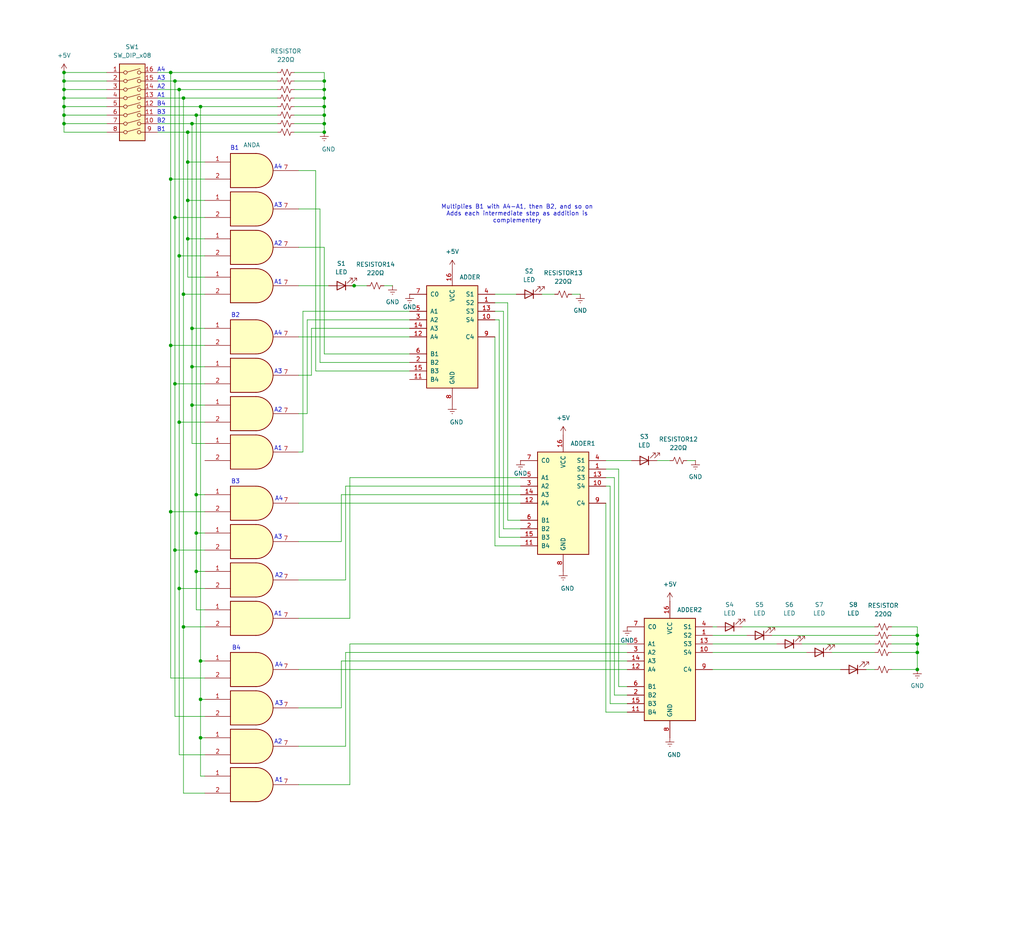
<source format=kicad_sch>
(kicad_sch
	(version 20250114)
	(generator "eeschema")
	(generator_version "9.0")
	(uuid "f1be9a71-7fdd-42a0-a9aa-10774089e401")
	(paper "User" 304.8 279.4)
	(lib_symbols
		(symbol "74xGxx:74AUC2G08"
			(exclude_from_sim no)
			(in_bom yes)
			(on_board yes)
			(property "Reference" "U"
				(at -2.54 3.81 0)
				(effects
					(font
						(size 1.27 1.27)
					)
				)
			)
			(property "Value" "74AUC2G08"
				(at 0 -3.81 0)
				(effects
					(font
						(size 1.27 1.27)
					)
				)
			)
			(property "Footprint" ""
				(at 0 0 0)
				(effects
					(font
						(size 1.27 1.27)
					)
					(hide yes)
				)
			)
			(property "Datasheet" "http://www.ti.com/lit/sg/scyt129e/scyt129e.pdf"
				(at 0 0 0)
				(effects
					(font
						(size 1.27 1.27)
					)
					(hide yes)
				)
			)
			(property "Description" "Dual AND Gate, Low-Voltage CMOS"
				(at 0 0 0)
				(effects
					(font
						(size 1.27 1.27)
					)
					(hide yes)
				)
			)
			(property "ki_keywords" "Dual Gate AND LVC CMOS"
				(at 0 0 0)
				(effects
					(font
						(size 1.27 1.27)
					)
					(hide yes)
				)
			)
			(property "ki_fp_filters" "SSOP* VSSOP*"
				(at 0 0 0)
				(effects
					(font
						(size 1.27 1.27)
					)
					(hide yes)
				)
			)
			(symbol "74AUC2G08_1_1"
				(arc
					(start 0 5.08)
					(mid 5.0579 0)
					(end 0 -5.08)
					(stroke
						(width 0.254)
						(type default)
					)
					(fill
						(type background)
					)
				)
				(polyline
					(pts
						(xy 0 -5.08) (xy -7.62 -5.08) (xy -7.62 5.08) (xy 0 5.08)
					)
					(stroke
						(width 0.254)
						(type default)
					)
					(fill
						(type background)
					)
				)
				(pin input line
					(at -15.24 2.54 0)
					(length 7.62)
					(name "~"
						(effects
							(font
								(size 1.27 1.27)
							)
						)
					)
					(number "1"
						(effects
							(font
								(size 1.27 1.27)
							)
						)
					)
				)
				(pin input line
					(at -15.24 -2.54 0)
					(length 7.62)
					(name "~"
						(effects
							(font
								(size 1.27 1.27)
							)
						)
					)
					(number "2"
						(effects
							(font
								(size 1.27 1.27)
							)
						)
					)
				)
				(pin output line
					(at 12.7 0 180)
					(length 7.62)
					(name "~"
						(effects
							(font
								(size 1.27 1.27)
							)
						)
					)
					(number "7"
						(effects
							(font
								(size 1.27 1.27)
							)
						)
					)
				)
			)
			(symbol "74AUC2G08_2_1"
				(arc
					(start 0 5.08)
					(mid 5.0579 0)
					(end 0 -5.08)
					(stroke
						(width 0.254)
						(type default)
					)
					(fill
						(type background)
					)
				)
				(polyline
					(pts
						(xy 0 -5.08) (xy -7.62 -5.08) (xy -7.62 5.08) (xy 0 5.08)
					)
					(stroke
						(width 0.254)
						(type default)
					)
					(fill
						(type background)
					)
				)
				(pin input line
					(at -15.24 2.54 0)
					(length 7.62)
					(name "~"
						(effects
							(font
								(size 1.27 1.27)
							)
						)
					)
					(number "5"
						(effects
							(font
								(size 1.27 1.27)
							)
						)
					)
				)
				(pin input line
					(at -15.24 -2.54 0)
					(length 7.62)
					(name "~"
						(effects
							(font
								(size 1.27 1.27)
							)
						)
					)
					(number "6"
						(effects
							(font
								(size 1.27 1.27)
							)
						)
					)
				)
				(pin output line
					(at 12.7 0 180)
					(length 7.62)
					(name "~"
						(effects
							(font
								(size 1.27 1.27)
							)
						)
					)
					(number "3"
						(effects
							(font
								(size 1.27 1.27)
							)
						)
					)
				)
			)
			(symbol "74AUC2G08_3_0"
				(rectangle
					(start -5.08 -5.08)
					(end 5.08 5.08)
					(stroke
						(width 0.254)
						(type default)
					)
					(fill
						(type background)
					)
				)
			)
			(symbol "74AUC2G08_3_1"
				(pin power_in line
					(at 0 10.16 270)
					(length 5.08)
					(name "VCC"
						(effects
							(font
								(size 1.27 1.27)
							)
						)
					)
					(number "8"
						(effects
							(font
								(size 1.27 1.27)
							)
						)
					)
				)
				(pin power_in line
					(at 0 -10.16 90)
					(length 5.08)
					(name "GND"
						(effects
							(font
								(size 1.27 1.27)
							)
						)
					)
					(number "4"
						(effects
							(font
								(size 1.27 1.27)
							)
						)
					)
				)
			)
			(embedded_fonts no)
		)
		(symbol "74xx:74LS283"
			(pin_names
				(offset 1.016)
			)
			(exclude_from_sim no)
			(in_bom yes)
			(on_board yes)
			(property "Reference" "U"
				(at -7.62 16.51 0)
				(effects
					(font
						(size 1.27 1.27)
					)
				)
			)
			(property "Value" "74LS283"
				(at -7.62 -16.51 0)
				(effects
					(font
						(size 1.27 1.27)
					)
				)
			)
			(property "Footprint" ""
				(at 0 0 0)
				(effects
					(font
						(size 1.27 1.27)
					)
					(hide yes)
				)
			)
			(property "Datasheet" "http://www.ti.com/lit/gpn/sn74LS283"
				(at 0 0 0)
				(effects
					(font
						(size 1.27 1.27)
					)
					(hide yes)
				)
			)
			(property "Description" "4-bit full Adder"
				(at 0 0 0)
				(effects
					(font
						(size 1.27 1.27)
					)
					(hide yes)
				)
			)
			(property "ki_locked" ""
				(at 0 0 0)
				(effects
					(font
						(size 1.27 1.27)
					)
				)
			)
			(property "ki_keywords" "TTL ADD Arith ALU"
				(at 0 0 0)
				(effects
					(font
						(size 1.27 1.27)
					)
					(hide yes)
				)
			)
			(property "ki_fp_filters" "DIP?16*"
				(at 0 0 0)
				(effects
					(font
						(size 1.27 1.27)
					)
					(hide yes)
				)
			)
			(symbol "74LS283_1_0"
				(pin input line
					(at -12.7 12.7 0)
					(length 5.08)
					(name "C0"
						(effects
							(font
								(size 1.27 1.27)
							)
						)
					)
					(number "7"
						(effects
							(font
								(size 1.27 1.27)
							)
						)
					)
				)
				(pin input line
					(at -12.7 7.62 0)
					(length 5.08)
					(name "A1"
						(effects
							(font
								(size 1.27 1.27)
							)
						)
					)
					(number "5"
						(effects
							(font
								(size 1.27 1.27)
							)
						)
					)
				)
				(pin input line
					(at -12.7 5.08 0)
					(length 5.08)
					(name "A2"
						(effects
							(font
								(size 1.27 1.27)
							)
						)
					)
					(number "3"
						(effects
							(font
								(size 1.27 1.27)
							)
						)
					)
				)
				(pin input line
					(at -12.7 2.54 0)
					(length 5.08)
					(name "A3"
						(effects
							(font
								(size 1.27 1.27)
							)
						)
					)
					(number "14"
						(effects
							(font
								(size 1.27 1.27)
							)
						)
					)
				)
				(pin input line
					(at -12.7 0 0)
					(length 5.08)
					(name "A4"
						(effects
							(font
								(size 1.27 1.27)
							)
						)
					)
					(number "12"
						(effects
							(font
								(size 1.27 1.27)
							)
						)
					)
				)
				(pin input line
					(at -12.7 -5.08 0)
					(length 5.08)
					(name "B1"
						(effects
							(font
								(size 1.27 1.27)
							)
						)
					)
					(number "6"
						(effects
							(font
								(size 1.27 1.27)
							)
						)
					)
				)
				(pin input line
					(at -12.7 -7.62 0)
					(length 5.08)
					(name "B2"
						(effects
							(font
								(size 1.27 1.27)
							)
						)
					)
					(number "2"
						(effects
							(font
								(size 1.27 1.27)
							)
						)
					)
				)
				(pin input line
					(at -12.7 -10.16 0)
					(length 5.08)
					(name "B3"
						(effects
							(font
								(size 1.27 1.27)
							)
						)
					)
					(number "15"
						(effects
							(font
								(size 1.27 1.27)
							)
						)
					)
				)
				(pin input line
					(at -12.7 -12.7 0)
					(length 5.08)
					(name "B4"
						(effects
							(font
								(size 1.27 1.27)
							)
						)
					)
					(number "11"
						(effects
							(font
								(size 1.27 1.27)
							)
						)
					)
				)
				(pin power_in line
					(at 0 20.32 270)
					(length 5.08)
					(name "VCC"
						(effects
							(font
								(size 1.27 1.27)
							)
						)
					)
					(number "16"
						(effects
							(font
								(size 1.27 1.27)
							)
						)
					)
				)
				(pin power_in line
					(at 0 -20.32 90)
					(length 5.08)
					(name "GND"
						(effects
							(font
								(size 1.27 1.27)
							)
						)
					)
					(number "8"
						(effects
							(font
								(size 1.27 1.27)
							)
						)
					)
				)
				(pin output line
					(at 12.7 12.7 180)
					(length 5.08)
					(name "S1"
						(effects
							(font
								(size 1.27 1.27)
							)
						)
					)
					(number "4"
						(effects
							(font
								(size 1.27 1.27)
							)
						)
					)
				)
				(pin output line
					(at 12.7 10.16 180)
					(length 5.08)
					(name "S2"
						(effects
							(font
								(size 1.27 1.27)
							)
						)
					)
					(number "1"
						(effects
							(font
								(size 1.27 1.27)
							)
						)
					)
				)
				(pin output line
					(at 12.7 7.62 180)
					(length 5.08)
					(name "S3"
						(effects
							(font
								(size 1.27 1.27)
							)
						)
					)
					(number "13"
						(effects
							(font
								(size 1.27 1.27)
							)
						)
					)
				)
				(pin output line
					(at 12.7 5.08 180)
					(length 5.08)
					(name "S4"
						(effects
							(font
								(size 1.27 1.27)
							)
						)
					)
					(number "10"
						(effects
							(font
								(size 1.27 1.27)
							)
						)
					)
				)
				(pin output line
					(at 12.7 0 180)
					(length 5.08)
					(name "C4"
						(effects
							(font
								(size 1.27 1.27)
							)
						)
					)
					(number "9"
						(effects
							(font
								(size 1.27 1.27)
							)
						)
					)
				)
			)
			(symbol "74LS283_1_1"
				(rectangle
					(start -7.62 15.24)
					(end 7.62 -15.24)
					(stroke
						(width 0.254)
						(type default)
					)
					(fill
						(type background)
					)
				)
			)
			(embedded_fonts no)
		)
		(symbol "Device:LED"
			(pin_numbers
				(hide yes)
			)
			(pin_names
				(offset 1.016)
				(hide yes)
			)
			(exclude_from_sim no)
			(in_bom yes)
			(on_board yes)
			(property "Reference" "D"
				(at 0 2.54 0)
				(effects
					(font
						(size 1.27 1.27)
					)
				)
			)
			(property "Value" "LED"
				(at 0 -2.54 0)
				(effects
					(font
						(size 1.27 1.27)
					)
				)
			)
			(property "Footprint" ""
				(at 0 0 0)
				(effects
					(font
						(size 1.27 1.27)
					)
					(hide yes)
				)
			)
			(property "Datasheet" "~"
				(at 0 0 0)
				(effects
					(font
						(size 1.27 1.27)
					)
					(hide yes)
				)
			)
			(property "Description" "Light emitting diode"
				(at 0 0 0)
				(effects
					(font
						(size 1.27 1.27)
					)
					(hide yes)
				)
			)
			(property "Sim.Pins" "1=K 2=A"
				(at 0 0 0)
				(effects
					(font
						(size 1.27 1.27)
					)
					(hide yes)
				)
			)
			(property "ki_keywords" "LED diode"
				(at 0 0 0)
				(effects
					(font
						(size 1.27 1.27)
					)
					(hide yes)
				)
			)
			(property "ki_fp_filters" "LED* LED_SMD:* LED_THT:*"
				(at 0 0 0)
				(effects
					(font
						(size 1.27 1.27)
					)
					(hide yes)
				)
			)
			(symbol "LED_0_1"
				(polyline
					(pts
						(xy -3.048 -0.762) (xy -4.572 -2.286) (xy -3.81 -2.286) (xy -4.572 -2.286) (xy -4.572 -1.524)
					)
					(stroke
						(width 0)
						(type default)
					)
					(fill
						(type none)
					)
				)
				(polyline
					(pts
						(xy -1.778 -0.762) (xy -3.302 -2.286) (xy -2.54 -2.286) (xy -3.302 -2.286) (xy -3.302 -1.524)
					)
					(stroke
						(width 0)
						(type default)
					)
					(fill
						(type none)
					)
				)
				(polyline
					(pts
						(xy -1.27 0) (xy 1.27 0)
					)
					(stroke
						(width 0)
						(type default)
					)
					(fill
						(type none)
					)
				)
				(polyline
					(pts
						(xy -1.27 -1.27) (xy -1.27 1.27)
					)
					(stroke
						(width 0.254)
						(type default)
					)
					(fill
						(type none)
					)
				)
				(polyline
					(pts
						(xy 1.27 -1.27) (xy 1.27 1.27) (xy -1.27 0) (xy 1.27 -1.27)
					)
					(stroke
						(width 0.254)
						(type default)
					)
					(fill
						(type none)
					)
				)
			)
			(symbol "LED_1_1"
				(pin passive line
					(at -3.81 0 0)
					(length 2.54)
					(name "K"
						(effects
							(font
								(size 1.27 1.27)
							)
						)
					)
					(number "1"
						(effects
							(font
								(size 1.27 1.27)
							)
						)
					)
				)
				(pin passive line
					(at 3.81 0 180)
					(length 2.54)
					(name "A"
						(effects
							(font
								(size 1.27 1.27)
							)
						)
					)
					(number "2"
						(effects
							(font
								(size 1.27 1.27)
							)
						)
					)
				)
			)
			(embedded_fonts no)
		)
		(symbol "Device:R_Small_US"
			(pin_numbers
				(hide yes)
			)
			(pin_names
				(offset 0.254)
				(hide yes)
			)
			(exclude_from_sim no)
			(in_bom yes)
			(on_board yes)
			(property "Reference" "R"
				(at 0.762 0.508 0)
				(effects
					(font
						(size 1.27 1.27)
					)
					(justify left)
				)
			)
			(property "Value" "R_Small_US"
				(at 0.762 -1.016 0)
				(effects
					(font
						(size 1.27 1.27)
					)
					(justify left)
				)
			)
			(property "Footprint" ""
				(at 0 0 0)
				(effects
					(font
						(size 1.27 1.27)
					)
					(hide yes)
				)
			)
			(property "Datasheet" "~"
				(at 0 0 0)
				(effects
					(font
						(size 1.27 1.27)
					)
					(hide yes)
				)
			)
			(property "Description" "Resistor, small US symbol"
				(at 0 0 0)
				(effects
					(font
						(size 1.27 1.27)
					)
					(hide yes)
				)
			)
			(property "ki_keywords" "r resistor"
				(at 0 0 0)
				(effects
					(font
						(size 1.27 1.27)
					)
					(hide yes)
				)
			)
			(property "ki_fp_filters" "R_*"
				(at 0 0 0)
				(effects
					(font
						(size 1.27 1.27)
					)
					(hide yes)
				)
			)
			(symbol "R_Small_US_1_1"
				(polyline
					(pts
						(xy 0 1.524) (xy 1.016 1.143) (xy 0 0.762) (xy -1.016 0.381) (xy 0 0)
					)
					(stroke
						(width 0)
						(type default)
					)
					(fill
						(type none)
					)
				)
				(polyline
					(pts
						(xy 0 0) (xy 1.016 -0.381) (xy 0 -0.762) (xy -1.016 -1.143) (xy 0 -1.524)
					)
					(stroke
						(width 0)
						(type default)
					)
					(fill
						(type none)
					)
				)
				(pin passive line
					(at 0 2.54 270)
					(length 1.016)
					(name "~"
						(effects
							(font
								(size 1.27 1.27)
							)
						)
					)
					(number "1"
						(effects
							(font
								(size 1.27 1.27)
							)
						)
					)
				)
				(pin passive line
					(at 0 -2.54 90)
					(length 1.016)
					(name "~"
						(effects
							(font
								(size 1.27 1.27)
							)
						)
					)
					(number "2"
						(effects
							(font
								(size 1.27 1.27)
							)
						)
					)
				)
			)
			(embedded_fonts no)
		)
		(symbol "Switch:SW_DIP_x08"
			(pin_names
				(offset 0)
				(hide yes)
			)
			(exclude_from_sim no)
			(in_bom yes)
			(on_board yes)
			(property "Reference" "SW"
				(at 0 13.97 0)
				(effects
					(font
						(size 1.27 1.27)
					)
				)
			)
			(property "Value" "SW_DIP_x08"
				(at 0 -11.43 0)
				(effects
					(font
						(size 1.27 1.27)
					)
				)
			)
			(property "Footprint" ""
				(at 0 0 0)
				(effects
					(font
						(size 1.27 1.27)
					)
					(hide yes)
				)
			)
			(property "Datasheet" "~"
				(at 0 0 0)
				(effects
					(font
						(size 1.27 1.27)
					)
					(hide yes)
				)
			)
			(property "Description" "8x DIP Switch, Single Pole Single Throw (SPST) switch, small symbol"
				(at 0 0 0)
				(effects
					(font
						(size 1.27 1.27)
					)
					(hide yes)
				)
			)
			(property "ki_keywords" "dip switch"
				(at 0 0 0)
				(effects
					(font
						(size 1.27 1.27)
					)
					(hide yes)
				)
			)
			(property "ki_fp_filters" "SW?DIP?x8*"
				(at 0 0 0)
				(effects
					(font
						(size 1.27 1.27)
					)
					(hide yes)
				)
			)
			(symbol "SW_DIP_x08_0_0"
				(circle
					(center -2.032 10.16)
					(radius 0.508)
					(stroke
						(width 0)
						(type default)
					)
					(fill
						(type none)
					)
				)
				(circle
					(center -2.032 7.62)
					(radius 0.508)
					(stroke
						(width 0)
						(type default)
					)
					(fill
						(type none)
					)
				)
				(circle
					(center -2.032 5.08)
					(radius 0.508)
					(stroke
						(width 0)
						(type default)
					)
					(fill
						(type none)
					)
				)
				(circle
					(center -2.032 2.54)
					(radius 0.508)
					(stroke
						(width 0)
						(type default)
					)
					(fill
						(type none)
					)
				)
				(circle
					(center -2.032 0)
					(radius 0.508)
					(stroke
						(width 0)
						(type default)
					)
					(fill
						(type none)
					)
				)
				(circle
					(center -2.032 -2.54)
					(radius 0.508)
					(stroke
						(width 0)
						(type default)
					)
					(fill
						(type none)
					)
				)
				(circle
					(center -2.032 -5.08)
					(radius 0.508)
					(stroke
						(width 0)
						(type default)
					)
					(fill
						(type none)
					)
				)
				(circle
					(center -2.032 -7.62)
					(radius 0.508)
					(stroke
						(width 0)
						(type default)
					)
					(fill
						(type none)
					)
				)
				(polyline
					(pts
						(xy -1.524 10.287) (xy 2.3622 11.3284)
					)
					(stroke
						(width 0)
						(type default)
					)
					(fill
						(type none)
					)
				)
				(polyline
					(pts
						(xy -1.524 7.747) (xy 2.3622 8.7884)
					)
					(stroke
						(width 0)
						(type default)
					)
					(fill
						(type none)
					)
				)
				(polyline
					(pts
						(xy -1.524 5.207) (xy 2.3622 6.2484)
					)
					(stroke
						(width 0)
						(type default)
					)
					(fill
						(type none)
					)
				)
				(polyline
					(pts
						(xy -1.524 2.667) (xy 2.3622 3.7084)
					)
					(stroke
						(width 0)
						(type default)
					)
					(fill
						(type none)
					)
				)
				(polyline
					(pts
						(xy -1.524 0.127) (xy 2.3622 1.1684)
					)
					(stroke
						(width 0)
						(type default)
					)
					(fill
						(type none)
					)
				)
				(polyline
					(pts
						(xy -1.524 -2.3876) (xy 2.3622 -1.3462)
					)
					(stroke
						(width 0)
						(type default)
					)
					(fill
						(type none)
					)
				)
				(polyline
					(pts
						(xy -1.524 -4.9276) (xy 2.3622 -3.8862)
					)
					(stroke
						(width 0)
						(type default)
					)
					(fill
						(type none)
					)
				)
				(polyline
					(pts
						(xy -1.524 -7.4676) (xy 2.3622 -6.4262)
					)
					(stroke
						(width 0)
						(type default)
					)
					(fill
						(type none)
					)
				)
				(circle
					(center 2.032 10.16)
					(radius 0.508)
					(stroke
						(width 0)
						(type default)
					)
					(fill
						(type none)
					)
				)
				(circle
					(center 2.032 7.62)
					(radius 0.508)
					(stroke
						(width 0)
						(type default)
					)
					(fill
						(type none)
					)
				)
				(circle
					(center 2.032 5.08)
					(radius 0.508)
					(stroke
						(width 0)
						(type default)
					)
					(fill
						(type none)
					)
				)
				(circle
					(center 2.032 2.54)
					(radius 0.508)
					(stroke
						(width 0)
						(type default)
					)
					(fill
						(type none)
					)
				)
				(circle
					(center 2.032 0)
					(radius 0.508)
					(stroke
						(width 0)
						(type default)
					)
					(fill
						(type none)
					)
				)
				(circle
					(center 2.032 -2.54)
					(radius 0.508)
					(stroke
						(width 0)
						(type default)
					)
					(fill
						(type none)
					)
				)
				(circle
					(center 2.032 -5.08)
					(radius 0.508)
					(stroke
						(width 0)
						(type default)
					)
					(fill
						(type none)
					)
				)
				(circle
					(center 2.032 -7.62)
					(radius 0.508)
					(stroke
						(width 0)
						(type default)
					)
					(fill
						(type none)
					)
				)
			)
			(symbol "SW_DIP_x08_0_1"
				(rectangle
					(start -3.81 12.7)
					(end 3.81 -10.16)
					(stroke
						(width 0.254)
						(type default)
					)
					(fill
						(type background)
					)
				)
			)
			(symbol "SW_DIP_x08_1_1"
				(pin passive line
					(at -7.62 10.16 0)
					(length 5.08)
					(name "~"
						(effects
							(font
								(size 1.27 1.27)
							)
						)
					)
					(number "1"
						(effects
							(font
								(size 1.27 1.27)
							)
						)
					)
				)
				(pin passive line
					(at -7.62 7.62 0)
					(length 5.08)
					(name "~"
						(effects
							(font
								(size 1.27 1.27)
							)
						)
					)
					(number "2"
						(effects
							(font
								(size 1.27 1.27)
							)
						)
					)
				)
				(pin passive line
					(at -7.62 5.08 0)
					(length 5.08)
					(name "~"
						(effects
							(font
								(size 1.27 1.27)
							)
						)
					)
					(number "3"
						(effects
							(font
								(size 1.27 1.27)
							)
						)
					)
				)
				(pin passive line
					(at -7.62 2.54 0)
					(length 5.08)
					(name "~"
						(effects
							(font
								(size 1.27 1.27)
							)
						)
					)
					(number "4"
						(effects
							(font
								(size 1.27 1.27)
							)
						)
					)
				)
				(pin passive line
					(at -7.62 0 0)
					(length 5.08)
					(name "~"
						(effects
							(font
								(size 1.27 1.27)
							)
						)
					)
					(number "5"
						(effects
							(font
								(size 1.27 1.27)
							)
						)
					)
				)
				(pin passive line
					(at -7.62 -2.54 0)
					(length 5.08)
					(name "~"
						(effects
							(font
								(size 1.27 1.27)
							)
						)
					)
					(number "6"
						(effects
							(font
								(size 1.27 1.27)
							)
						)
					)
				)
				(pin passive line
					(at -7.62 -5.08 0)
					(length 5.08)
					(name "~"
						(effects
							(font
								(size 1.27 1.27)
							)
						)
					)
					(number "7"
						(effects
							(font
								(size 1.27 1.27)
							)
						)
					)
				)
				(pin passive line
					(at -7.62 -7.62 0)
					(length 5.08)
					(name "~"
						(effects
							(font
								(size 1.27 1.27)
							)
						)
					)
					(number "8"
						(effects
							(font
								(size 1.27 1.27)
							)
						)
					)
				)
				(pin passive line
					(at 7.62 10.16 180)
					(length 5.08)
					(name "~"
						(effects
							(font
								(size 1.27 1.27)
							)
						)
					)
					(number "16"
						(effects
							(font
								(size 1.27 1.27)
							)
						)
					)
				)
				(pin passive line
					(at 7.62 7.62 180)
					(length 5.08)
					(name "~"
						(effects
							(font
								(size 1.27 1.27)
							)
						)
					)
					(number "15"
						(effects
							(font
								(size 1.27 1.27)
							)
						)
					)
				)
				(pin passive line
					(at 7.62 5.08 180)
					(length 5.08)
					(name "~"
						(effects
							(font
								(size 1.27 1.27)
							)
						)
					)
					(number "14"
						(effects
							(font
								(size 1.27 1.27)
							)
						)
					)
				)
				(pin passive line
					(at 7.62 2.54 180)
					(length 5.08)
					(name "~"
						(effects
							(font
								(size 1.27 1.27)
							)
						)
					)
					(number "13"
						(effects
							(font
								(size 1.27 1.27)
							)
						)
					)
				)
				(pin passive line
					(at 7.62 0 180)
					(length 5.08)
					(name "~"
						(effects
							(font
								(size 1.27 1.27)
							)
						)
					)
					(number "12"
						(effects
							(font
								(size 1.27 1.27)
							)
						)
					)
				)
				(pin passive line
					(at 7.62 -2.54 180)
					(length 5.08)
					(name "~"
						(effects
							(font
								(size 1.27 1.27)
							)
						)
					)
					(number "11"
						(effects
							(font
								(size 1.27 1.27)
							)
						)
					)
				)
				(pin passive line
					(at 7.62 -5.08 180)
					(length 5.08)
					(name "~"
						(effects
							(font
								(size 1.27 1.27)
							)
						)
					)
					(number "10"
						(effects
							(font
								(size 1.27 1.27)
							)
						)
					)
				)
				(pin passive line
					(at 7.62 -7.62 180)
					(length 5.08)
					(name "~"
						(effects
							(font
								(size 1.27 1.27)
							)
						)
					)
					(number "9"
						(effects
							(font
								(size 1.27 1.27)
							)
						)
					)
				)
			)
			(embedded_fonts no)
		)
		(symbol "power:+5V"
			(power)
			(pin_numbers
				(hide yes)
			)
			(pin_names
				(offset 0)
				(hide yes)
			)
			(exclude_from_sim no)
			(in_bom yes)
			(on_board yes)
			(property "Reference" "#PWR"
				(at 0 -3.81 0)
				(effects
					(font
						(size 1.27 1.27)
					)
					(hide yes)
				)
			)
			(property "Value" "+5V"
				(at 0 3.556 0)
				(effects
					(font
						(size 1.27 1.27)
					)
				)
			)
			(property "Footprint" ""
				(at 0 0 0)
				(effects
					(font
						(size 1.27 1.27)
					)
					(hide yes)
				)
			)
			(property "Datasheet" ""
				(at 0 0 0)
				(effects
					(font
						(size 1.27 1.27)
					)
					(hide yes)
				)
			)
			(property "Description" "Power symbol creates a global label with name \"+5V\""
				(at 0 0 0)
				(effects
					(font
						(size 1.27 1.27)
					)
					(hide yes)
				)
			)
			(property "ki_keywords" "global power"
				(at 0 0 0)
				(effects
					(font
						(size 1.27 1.27)
					)
					(hide yes)
				)
			)
			(symbol "+5V_0_1"
				(polyline
					(pts
						(xy -0.762 1.27) (xy 0 2.54)
					)
					(stroke
						(width 0)
						(type default)
					)
					(fill
						(type none)
					)
				)
				(polyline
					(pts
						(xy 0 2.54) (xy 0.762 1.27)
					)
					(stroke
						(width 0)
						(type default)
					)
					(fill
						(type none)
					)
				)
				(polyline
					(pts
						(xy 0 0) (xy 0 2.54)
					)
					(stroke
						(width 0)
						(type default)
					)
					(fill
						(type none)
					)
				)
			)
			(symbol "+5V_1_1"
				(pin power_in line
					(at 0 0 90)
					(length 0)
					(name "~"
						(effects
							(font
								(size 1.27 1.27)
							)
						)
					)
					(number "1"
						(effects
							(font
								(size 1.27 1.27)
							)
						)
					)
				)
			)
			(embedded_fonts no)
		)
		(symbol "power:GNDREF"
			(power)
			(pin_numbers
				(hide yes)
			)
			(pin_names
				(offset 0)
				(hide yes)
			)
			(exclude_from_sim no)
			(in_bom yes)
			(on_board yes)
			(property "Reference" "#PWR"
				(at 0 -6.35 0)
				(effects
					(font
						(size 1.27 1.27)
					)
					(hide yes)
				)
			)
			(property "Value" "GNDREF"
				(at 0 -3.81 0)
				(effects
					(font
						(size 1.27 1.27)
					)
				)
			)
			(property "Footprint" ""
				(at 0 0 0)
				(effects
					(font
						(size 1.27 1.27)
					)
					(hide yes)
				)
			)
			(property "Datasheet" ""
				(at 0 0 0)
				(effects
					(font
						(size 1.27 1.27)
					)
					(hide yes)
				)
			)
			(property "Description" "Power symbol creates a global label with name \"GNDREF\" , reference supply ground"
				(at 0 0 0)
				(effects
					(font
						(size 1.27 1.27)
					)
					(hide yes)
				)
			)
			(property "ki_keywords" "global power"
				(at 0 0 0)
				(effects
					(font
						(size 1.27 1.27)
					)
					(hide yes)
				)
			)
			(symbol "GNDREF_0_1"
				(polyline
					(pts
						(xy -0.635 -1.905) (xy 0.635 -1.905)
					)
					(stroke
						(width 0)
						(type default)
					)
					(fill
						(type none)
					)
				)
				(polyline
					(pts
						(xy -0.127 -2.54) (xy 0.127 -2.54)
					)
					(stroke
						(width 0)
						(type default)
					)
					(fill
						(type none)
					)
				)
				(polyline
					(pts
						(xy 0 -1.27) (xy 0 0)
					)
					(stroke
						(width 0)
						(type default)
					)
					(fill
						(type none)
					)
				)
				(polyline
					(pts
						(xy 1.27 -1.27) (xy -1.27 -1.27)
					)
					(stroke
						(width 0)
						(type default)
					)
					(fill
						(type none)
					)
				)
			)
			(symbol "GNDREF_1_1"
				(pin power_in line
					(at 0 0 270)
					(length 0)
					(name "~"
						(effects
							(font
								(size 1.27 1.27)
							)
						)
					)
					(number "1"
						(effects
							(font
								(size 1.27 1.27)
							)
						)
					)
				)
			)
			(embedded_fonts no)
		)
	)
	(text "B3"
		(exclude_from_sim no)
		(at 48.006 33.528 0)
		(effects
			(font
				(size 1.27 1.27)
			)
		)
		(uuid "044105f3-a16e-4924-85bf-ede803afe465")
	)
	(text "B2"
		(exclude_from_sim no)
		(at 70.104 93.98 0)
		(effects
			(font
				(size 1.27 1.27)
			)
		)
		(uuid "30fbe146-fe1d-4497-8a66-4f23e648c3a8")
	)
	(text "A3"
		(exclude_from_sim no)
		(at 82.804 160.02 0)
		(effects
			(font
				(size 1.27 1.27)
			)
		)
		(uuid "3228b4af-5216-46fe-98b5-d13e53ff3b30")
	)
	(text "A1"
		(exclude_from_sim no)
		(at 83.058 232.41 0)
		(effects
			(font
				(size 1.27 1.27)
			)
		)
		(uuid "38bb7ea0-bd13-4fce-acea-36a9f990c653")
	)
	(text "A4"
		(exclude_from_sim no)
		(at 82.804 49.784 0)
		(effects
			(font
				(size 1.27 1.27)
			)
		)
		(uuid "42648c89-5732-4132-bd67-9561fdfef440")
	)
	(text "A4"
		(exclude_from_sim no)
		(at 82.804 99.314 0)
		(effects
			(font
				(size 1.27 1.27)
			)
		)
		(uuid "4cf5d997-5cb1-46cb-aa25-3768ffc39be6")
	)
	(text "B1"
		(exclude_from_sim no)
		(at 69.85 44.196 0)
		(effects
			(font
				(size 1.27 1.27)
			)
		)
		(uuid "4d44bd4c-0e1a-42a5-b069-813e1f101dc9")
	)
	(text "A2"
		(exclude_from_sim no)
		(at 48.006 25.908 0)
		(effects
			(font
				(size 1.27 1.27)
			)
		)
		(uuid "50637c91-7e23-4856-843a-6e92479ad05c")
	)
	(text "Multiplies B1 with A4-A1, then B2, and so on\nAdds each intermediate step as addition is\ncomplementery"
		(exclude_from_sim no)
		(at 153.924 63.754 0)
		(effects
			(font
				(size 1.27 1.27)
			)
		)
		(uuid "57007756-abb4-43a5-9250-9ce07b7ed7ec")
	)
	(text "A3"
		(exclude_from_sim no)
		(at 82.804 110.744 0)
		(effects
			(font
				(size 1.27 1.27)
			)
		)
		(uuid "6664bfa7-10e0-4395-9bcc-7dfe55a32ad2")
	)
	(text "B4"
		(exclude_from_sim no)
		(at 70.358 193.04 0)
		(effects
			(font
				(size 1.27 1.27)
			)
		)
		(uuid "764416d8-c159-472e-a8b8-e686cd232fed")
	)
	(text "A2"
		(exclude_from_sim no)
		(at 83.058 171.45 0)
		(effects
			(font
				(size 1.27 1.27)
			)
		)
		(uuid "793c2a28-954d-4b72-9575-f2f3d71b9198")
	)
	(text "A4"
		(exclude_from_sim no)
		(at 48.006 20.828 0)
		(effects
			(font
				(size 1.27 1.27)
			)
		)
		(uuid "7fa32fdf-9456-46f6-a722-07bd275af3fb")
	)
	(text "A4"
		(exclude_from_sim no)
		(at 83.058 148.59 0)
		(effects
			(font
				(size 1.27 1.27)
			)
		)
		(uuid "8821d467-6696-47fd-9b8b-0a4b1658abbe")
	)
	(text "A2"
		(exclude_from_sim no)
		(at 82.804 72.644 0)
		(effects
			(font
				(size 1.27 1.27)
			)
		)
		(uuid "885e289c-d4ee-4eac-af69-03c5044bb65d")
	)
	(text "A1"
		(exclude_from_sim no)
		(at 82.804 133.604 0)
		(effects
			(font
				(size 1.27 1.27)
			)
		)
		(uuid "8a44aa88-bd83-4492-8631-8bb0738c5884")
	)
	(text "A2"
		(exclude_from_sim no)
		(at 82.804 220.98 0)
		(effects
			(font
				(size 1.27 1.27)
			)
		)
		(uuid "b0c72546-d057-40c2-83dd-748e4831485b")
	)
	(text "B2"
		(exclude_from_sim no)
		(at 48.006 36.068 0)
		(effects
			(font
				(size 1.27 1.27)
			)
		)
		(uuid "b64fd46b-61ea-4a46-ba0e-ae429a7d77d5")
	)
	(text "A4"
		(exclude_from_sim no)
		(at 83.058 198.12 0)
		(effects
			(font
				(size 1.27 1.27)
			)
		)
		(uuid "b8b7bae4-ddcc-4d17-9418-b03d84fab55d")
	)
	(text "A3"
		(exclude_from_sim no)
		(at 48.006 23.368 0)
		(effects
			(font
				(size 1.27 1.27)
			)
		)
		(uuid "c3b38c6e-7743-4c14-bc19-4b9ead6a963c")
	)
	(text "A1"
		(exclude_from_sim no)
		(at 48.006 28.448 0)
		(effects
			(font
				(size 1.27 1.27)
			)
		)
		(uuid "c9449dd0-008d-4cdd-932b-0fbd7e4bac6e")
	)
	(text "A3"
		(exclude_from_sim no)
		(at 82.804 61.214 0)
		(effects
			(font
				(size 1.27 1.27)
			)
		)
		(uuid "cdaeb94c-f339-4a7b-9b87-0150182e4890")
	)
	(text "A2"
		(exclude_from_sim no)
		(at 82.804 122.174 0)
		(effects
			(font
				(size 1.27 1.27)
			)
		)
		(uuid "d44645b2-8f07-4a57-866a-5ab0d50a60fa")
	)
	(text "A1"
		(exclude_from_sim no)
		(at 82.804 182.88 0)
		(effects
			(font
				(size 1.27 1.27)
			)
		)
		(uuid "ddf3a919-5637-40f8-90df-dc6852a7be68")
	)
	(text "B3"
		(exclude_from_sim no)
		(at 70.104 143.51 0)
		(effects
			(font
				(size 1.27 1.27)
			)
		)
		(uuid "e1810078-0c17-4899-877d-e60b08597e59")
	)
	(text "A1"
		(exclude_from_sim no)
		(at 82.804 84.074 0)
		(effects
			(font
				(size 1.27 1.27)
			)
		)
		(uuid "e1e2da4a-e792-46a3-bb86-cf7dc6bbef97")
	)
	(text "B1"
		(exclude_from_sim no)
		(at 48.006 38.608 0)
		(effects
			(font
				(size 1.27 1.27)
			)
		)
		(uuid "e995659c-00f8-4af7-9be5-419fd716b0bd")
	)
	(text "A3"
		(exclude_from_sim no)
		(at 83.058 209.55 0)
		(effects
			(font
				(size 1.27 1.27)
			)
		)
		(uuid "f69279eb-aa07-468d-8013-86539d55e8e9")
	)
	(text "B4"
		(exclude_from_sim no)
		(at 48.006 30.988 0)
		(effects
			(font
				(size 1.27 1.27)
			)
		)
		(uuid "faef5d1c-c1a6-46ec-8880-f2ff5b61e144")
	)
	(junction
		(at 50.8 21.59)
		(diameter 0)
		(color 0 0 0 0)
		(uuid "012131ce-5705-455d-85c0-426ce1164b51")
	)
	(junction
		(at 19.05 24.13)
		(diameter 0)
		(color 0 0 0 0)
		(uuid "069b386a-1dfe-42fe-a09e-6de3803b5c6e")
	)
	(junction
		(at 58.42 158.75)
		(diameter 0)
		(color 0 0 0 0)
		(uuid "0858443c-7efd-46f7-81b0-4ab27bdc4507")
	)
	(junction
		(at 52.07 64.77)
		(diameter 0)
		(color 0 0 0 0)
		(uuid "0e2887ca-75b4-422b-84c3-977673982a17")
	)
	(junction
		(at 58.42 147.32)
		(diameter 0)
		(color 0 0 0 0)
		(uuid "0efe036a-5928-452d-94ee-d6b51320f237")
	)
	(junction
		(at 273.05 189.23)
		(diameter 0)
		(color 0 0 0 0)
		(uuid "13e71c08-c789-437c-b839-01c0a52373c6")
	)
	(junction
		(at 96.52 39.37)
		(diameter 0)
		(color 0 0 0 0)
		(uuid "1e239988-53ba-4fa8-92e8-f49616480690")
	)
	(junction
		(at 50.8 53.34)
		(diameter 0)
		(color 0 0 0 0)
		(uuid "259a4cb4-bc0b-4da0-998a-92adb138254c")
	)
	(junction
		(at 55.88 59.69)
		(diameter 0)
		(color 0 0 0 0)
		(uuid "26156156-2e58-495f-a82e-5b26165acf94")
	)
	(junction
		(at 58.42 34.29)
		(diameter 0)
		(color 0 0 0 0)
		(uuid "264202bb-51bd-4f34-8daa-edab1dcfe993")
	)
	(junction
		(at 57.15 97.79)
		(diameter 0)
		(color 0 0 0 0)
		(uuid "2c05cdcc-48bd-42ca-b7f3-d396399bb3bd")
	)
	(junction
		(at 19.05 36.83)
		(diameter 0)
		(color 0 0 0 0)
		(uuid "2cc52c55-5185-4440-b90c-c4b8b316579a")
	)
	(junction
		(at 55.88 39.37)
		(diameter 0)
		(color 0 0 0 0)
		(uuid "2e1ed135-a624-4031-9f09-ca69acd9c6eb")
	)
	(junction
		(at 50.8 102.87)
		(diameter 0)
		(color 0 0 0 0)
		(uuid "31e37a1b-f1f5-49d5-adf9-3d729fc45f7d")
	)
	(junction
		(at 50.8 152.4)
		(diameter 0)
		(color 0 0 0 0)
		(uuid "33078e26-ad38-4858-8993-1583f3313bd7")
	)
	(junction
		(at 19.05 31.75)
		(diameter 0)
		(color 0 0 0 0)
		(uuid "339fd2e9-27e5-4ce3-ac43-e7ca6617f527")
	)
	(junction
		(at 57.15 109.22)
		(diameter 0)
		(color 0 0 0 0)
		(uuid "507dd5b1-2c28-4ca9-b89a-ad036e89cc95")
	)
	(junction
		(at 19.05 34.29)
		(diameter 0)
		(color 0 0 0 0)
		(uuid "534592f5-4e84-4a18-a83a-6a4d6aab06d3")
	)
	(junction
		(at 273.05 199.39)
		(diameter 0)
		(color 0 0 0 0)
		(uuid "5556bafe-3c9a-45c6-94d3-bf4012f58b60")
	)
	(junction
		(at 273.05 191.77)
		(diameter 0)
		(color 0 0 0 0)
		(uuid "5e0cb85c-8e2d-43a6-8b96-de97f1cb3d08")
	)
	(junction
		(at 54.61 29.21)
		(diameter 0)
		(color 0 0 0 0)
		(uuid "6464398f-5d61-4696-b5f6-8611c5f318f7")
	)
	(junction
		(at 57.15 36.83)
		(diameter 0)
		(color 0 0 0 0)
		(uuid "6c793c02-8a0b-4f83-803a-084e15682196")
	)
	(junction
		(at 59.69 31.75)
		(diameter 0)
		(color 0 0 0 0)
		(uuid "708753de-3905-406f-b5f8-7b9d4d2e16d6")
	)
	(junction
		(at 96.52 24.13)
		(diameter 0)
		(color 0 0 0 0)
		(uuid "77524b73-4328-4dbf-bde6-417aa8a12514")
	)
	(junction
		(at 96.52 34.29)
		(diameter 0)
		(color 0 0 0 0)
		(uuid "7fe5e4d0-7822-4744-ae08-1ede3f2596d1")
	)
	(junction
		(at 273.05 194.31)
		(diameter 0)
		(color 0 0 0 0)
		(uuid "8a7a8c5e-d48e-48ab-8be4-087702f1ea94")
	)
	(junction
		(at 105.41 85.09)
		(diameter 0)
		(color 0 0 0 0)
		(uuid "8c8f6a10-b695-4b92-b1b4-fd1bb68e4616")
	)
	(junction
		(at 59.69 219.71)
		(diameter 0)
		(color 0 0 0 0)
		(uuid "8ddc4399-844c-455c-a9c6-b9af99d71661")
	)
	(junction
		(at 19.05 21.59)
		(diameter 0)
		(color 0 0 0 0)
		(uuid "98932c04-e64c-4ff3-ac69-4deda8da9768")
	)
	(junction
		(at 53.34 76.2)
		(diameter 0)
		(color 0 0 0 0)
		(uuid "9cc6bc41-0308-4100-b97a-c4db52274c25")
	)
	(junction
		(at 19.05 29.21)
		(diameter 0)
		(color 0 0 0 0)
		(uuid "a48d0543-553a-4d3b-b9b6-450d486839b8")
	)
	(junction
		(at 58.42 170.18)
		(diameter 0)
		(color 0 0 0 0)
		(uuid "a4f8ba15-ec0a-4e56-abef-68e64d1cc8b4")
	)
	(junction
		(at 53.34 125.73)
		(diameter 0)
		(color 0 0 0 0)
		(uuid "b5f9ebfe-2f46-42ef-bd57-f4735799cb00")
	)
	(junction
		(at 52.07 114.3)
		(diameter 0)
		(color 0 0 0 0)
		(uuid "b66246a7-c531-4b5b-bd33-b71de86ab499")
	)
	(junction
		(at 96.52 36.83)
		(diameter 0)
		(color 0 0 0 0)
		(uuid "b83c4fed-a35c-4e0b-a843-94d3ff50a8ed")
	)
	(junction
		(at 55.88 48.26)
		(diameter 0)
		(color 0 0 0 0)
		(uuid "bad66169-ecd9-4fa0-9153-cfd6abb4f5d7")
	)
	(junction
		(at 96.52 26.67)
		(diameter 0)
		(color 0 0 0 0)
		(uuid "bbeee760-5cd6-4e17-aab6-34c1df55b2c8")
	)
	(junction
		(at 54.61 87.63)
		(diameter 0)
		(color 0 0 0 0)
		(uuid "bcf31706-8d6d-4605-9c54-be49bbcaf286")
	)
	(junction
		(at 59.69 208.28)
		(diameter 0)
		(color 0 0 0 0)
		(uuid "bf455e63-6b24-416d-8bd0-9ae6e9e6aab3")
	)
	(junction
		(at 96.52 31.75)
		(diameter 0)
		(color 0 0 0 0)
		(uuid "c0998eb3-d9c8-4029-85d1-afbc830cbafc")
	)
	(junction
		(at 57.15 120.65)
		(diameter 0)
		(color 0 0 0 0)
		(uuid "c0ced11d-fe6d-4df5-b41a-512226522028")
	)
	(junction
		(at 53.34 175.26)
		(diameter 0)
		(color 0 0 0 0)
		(uuid "cb332b9f-722b-4d86-b71d-a5e66d344e5c")
	)
	(junction
		(at 59.69 196.85)
		(diameter 0)
		(color 0 0 0 0)
		(uuid "cd123fff-5336-433d-8e9b-d823a92833d8")
	)
	(junction
		(at 55.88 71.12)
		(diameter 0)
		(color 0 0 0 0)
		(uuid "ce7cf080-6f18-47c8-b7b8-115c94e21e9c")
	)
	(junction
		(at 96.52 29.21)
		(diameter 0)
		(color 0 0 0 0)
		(uuid "d8ca0f01-bd57-4e0b-8418-957857d68708")
	)
	(junction
		(at 53.34 26.67)
		(diameter 0)
		(color 0 0 0 0)
		(uuid "dccd8ccd-8ba6-4351-8321-13a772aca974")
	)
	(junction
		(at 52.07 163.83)
		(diameter 0)
		(color 0 0 0 0)
		(uuid "e7c38dd0-6074-46ae-8191-4bec8b58963b")
	)
	(junction
		(at 54.61 186.69)
		(diameter 0)
		(color 0 0 0 0)
		(uuid "eadd6a71-de2d-46dd-8418-59a8c1156ecc")
	)
	(junction
		(at 19.05 26.67)
		(diameter 0)
		(color 0 0 0 0)
		(uuid "edd9dd74-27e5-4dea-9933-ade1d0c7cca7")
	)
	(junction
		(at 52.07 24.13)
		(diameter 0)
		(color 0 0 0 0)
		(uuid "fef15004-557d-484d-9fce-56b310a0165a")
	)
	(wire
		(pts
			(xy 55.88 71.12) (xy 60.96 71.12)
		)
		(stroke
			(width 0)
			(type default)
		)
		(uuid "00ba4bda-bdcd-47ef-9145-1618b31a5369")
	)
	(wire
		(pts
			(xy 54.61 186.69) (xy 54.61 236.22)
		)
		(stroke
			(width 0)
			(type default)
		)
		(uuid "00dea73c-f94e-4138-b569-730a7458ca6c")
	)
	(wire
		(pts
			(xy 212.09 191.77) (xy 231.14 191.77)
		)
		(stroke
			(width 0)
			(type default)
		)
		(uuid "01220b44-aace-44df-a1d9-4195bd52d97c")
	)
	(wire
		(pts
			(xy 101.6 210.82) (xy 101.6 196.85)
		)
		(stroke
			(width 0)
			(type default)
		)
		(uuid "03c45665-d16c-46f2-b14e-535ce63926ef")
	)
	(wire
		(pts
			(xy 50.8 21.59) (xy 50.8 53.34)
		)
		(stroke
			(width 0)
			(type default)
		)
		(uuid "03c91fcf-a638-425b-83ac-fc00ce82ddf3")
	)
	(wire
		(pts
			(xy 19.05 39.37) (xy 31.75 39.37)
		)
		(stroke
			(width 0)
			(type default)
		)
		(uuid "04676433-a5e4-4f92-b0b7-d18d2b4a4c57")
	)
	(wire
		(pts
			(xy 87.63 26.67) (xy 96.52 26.67)
		)
		(stroke
			(width 0)
			(type default)
		)
		(uuid "05470692-3415-4aa5-b4d0-817b57fc8506")
	)
	(wire
		(pts
			(xy 88.9 85.09) (xy 97.79 85.09)
		)
		(stroke
			(width 0)
			(type default)
		)
		(uuid "0a9f5428-70f6-4ce2-964c-686fe407a3b8")
	)
	(wire
		(pts
			(xy 87.63 29.21) (xy 96.52 29.21)
		)
		(stroke
			(width 0)
			(type default)
		)
		(uuid "0ce14246-dfbe-436a-b7b2-ab3dfcd1a4ce")
	)
	(wire
		(pts
			(xy 54.61 186.69) (xy 54.61 87.63)
		)
		(stroke
			(width 0)
			(type default)
		)
		(uuid "107d0b87-7f5c-403d-8359-69821357925c")
	)
	(wire
		(pts
			(xy 220.98 186.69) (xy 260.35 186.69)
		)
		(stroke
			(width 0)
			(type default)
		)
		(uuid "11861e70-5de9-484d-87f2-d2104bed9e3b")
	)
	(wire
		(pts
			(xy 265.43 186.69) (xy 273.05 186.69)
		)
		(stroke
			(width 0)
			(type default)
		)
		(uuid "1478ebf7-bb3d-46d6-8a68-c34d7738615d")
	)
	(wire
		(pts
			(xy 88.9 210.82) (xy 101.6 210.82)
		)
		(stroke
			(width 0)
			(type default)
		)
		(uuid "14831397-8b4b-485c-92b4-9bfc6adae127")
	)
	(wire
		(pts
			(xy 265.43 199.39) (xy 273.05 199.39)
		)
		(stroke
			(width 0)
			(type default)
		)
		(uuid "14c39384-8f5a-497a-89c5-d6e8a33434e0")
	)
	(wire
		(pts
			(xy 181.61 144.78) (xy 181.61 209.55)
		)
		(stroke
			(width 0)
			(type default)
		)
		(uuid "14cf89aa-45fd-4148-b41a-bf840e1f3b67")
	)
	(wire
		(pts
			(xy 104.14 184.15) (xy 104.14 142.24)
		)
		(stroke
			(width 0)
			(type default)
		)
		(uuid "16317e22-f0ab-4c36-834b-8552cb39b8e1")
	)
	(wire
		(pts
			(xy 59.69 219.71) (xy 59.69 231.14)
		)
		(stroke
			(width 0)
			(type default)
		)
		(uuid "171706a0-d65f-479b-88a5-cbdc3d0d8d9a")
	)
	(wire
		(pts
			(xy 96.52 36.83) (xy 96.52 39.37)
		)
		(stroke
			(width 0)
			(type default)
		)
		(uuid "17933d11-4682-4d7e-a059-b8ca1f27fad3")
	)
	(wire
		(pts
			(xy 88.9 111.76) (xy 92.71 111.76)
		)
		(stroke
			(width 0)
			(type default)
		)
		(uuid "19bed041-26a7-40c6-b0ed-ed7a242c8b04")
	)
	(wire
		(pts
			(xy 170.18 87.63) (xy 172.72 87.63)
		)
		(stroke
			(width 0)
			(type default)
		)
		(uuid "1a620873-5d9c-4692-8e5d-4c5deddac448")
	)
	(wire
		(pts
			(xy 55.88 48.26) (xy 55.88 59.69)
		)
		(stroke
			(width 0)
			(type default)
		)
		(uuid "1b8dea2d-c6db-48b1-a624-262d16ebc38a")
	)
	(wire
		(pts
			(xy 55.88 59.69) (xy 60.96 59.69)
		)
		(stroke
			(width 0)
			(type default)
		)
		(uuid "1d5784f3-f254-4c3b-8ae7-5a8dea6377ad")
	)
	(wire
		(pts
			(xy 93.98 110.49) (xy 121.92 110.49)
		)
		(stroke
			(width 0)
			(type default)
		)
		(uuid "1eaf13a0-af56-438a-ac73-de9777abaea1")
	)
	(wire
		(pts
			(xy 52.07 114.3) (xy 52.07 163.83)
		)
		(stroke
			(width 0)
			(type default)
		)
		(uuid "233d818b-083a-4939-858d-241dd129ee9b")
	)
	(wire
		(pts
			(xy 92.71 97.79) (xy 121.92 97.79)
		)
		(stroke
			(width 0)
			(type default)
		)
		(uuid "2399a166-2660-439d-8fd5-39ea27a31a66")
	)
	(wire
		(pts
			(xy 53.34 26.67) (xy 82.55 26.67)
		)
		(stroke
			(width 0)
			(type default)
		)
		(uuid "2399b45e-0f18-4c41-bce3-82194e181065")
	)
	(wire
		(pts
			(xy 87.63 21.59) (xy 96.52 21.59)
		)
		(stroke
			(width 0)
			(type default)
		)
		(uuid "2444f718-bc76-49ef-bbd1-7a7e9069ce92")
	)
	(wire
		(pts
			(xy 87.63 36.83) (xy 96.52 36.83)
		)
		(stroke
			(width 0)
			(type default)
		)
		(uuid "247e9439-c653-4194-a7f9-32777315979f")
	)
	(wire
		(pts
			(xy 104.14 233.68) (xy 104.14 191.77)
		)
		(stroke
			(width 0)
			(type default)
		)
		(uuid "261df229-f599-4bf6-93f0-24f579f11de9")
	)
	(wire
		(pts
			(xy 273.05 186.69) (xy 273.05 189.23)
		)
		(stroke
			(width 0)
			(type default)
		)
		(uuid "26404fc8-d56a-400f-88de-6e145b50f791")
	)
	(wire
		(pts
			(xy 149.86 157.48) (xy 154.94 157.48)
		)
		(stroke
			(width 0)
			(type default)
		)
		(uuid "26b354e6-ee5a-4ea8-882c-baf0466a5719")
	)
	(wire
		(pts
			(xy 57.15 120.65) (xy 57.15 132.08)
		)
		(stroke
			(width 0)
			(type default)
		)
		(uuid "26bcff84-f93a-4750-89b5-5027b8506bfa")
	)
	(wire
		(pts
			(xy 273.05 194.31) (xy 273.05 199.39)
		)
		(stroke
			(width 0)
			(type default)
		)
		(uuid "277c3a82-a85e-47c5-b977-aa634958ad1c")
	)
	(wire
		(pts
			(xy 273.05 189.23) (xy 273.05 191.77)
		)
		(stroke
			(width 0)
			(type default)
		)
		(uuid "28fab3f1-efe6-415a-9d27-89d19d55703d")
	)
	(wire
		(pts
			(xy 58.42 170.18) (xy 58.42 181.61)
		)
		(stroke
			(width 0)
			(type default)
		)
		(uuid "2901a640-01d1-4483-b302-e582755787da")
	)
	(wire
		(pts
			(xy 53.34 26.67) (xy 53.34 76.2)
		)
		(stroke
			(width 0)
			(type default)
		)
		(uuid "29cc0a4f-fc6d-45cc-902a-a5d45308cd45")
	)
	(wire
		(pts
			(xy 88.9 172.72) (xy 102.87 172.72)
		)
		(stroke
			(width 0)
			(type default)
		)
		(uuid "2b1039e0-00c9-4457-b9f7-9d30ad00d4a6")
	)
	(wire
		(pts
			(xy 52.07 24.13) (xy 82.55 24.13)
		)
		(stroke
			(width 0)
			(type default)
		)
		(uuid "2b1d372f-1a38-4c00-acb4-aea7ddd468f7")
	)
	(wire
		(pts
			(xy 46.99 29.21) (xy 54.61 29.21)
		)
		(stroke
			(width 0)
			(type default)
		)
		(uuid "2f166beb-b690-4889-83d9-5a9cd7878989")
	)
	(wire
		(pts
			(xy 46.99 31.75) (xy 59.69 31.75)
		)
		(stroke
			(width 0)
			(type default)
		)
		(uuid "302a55ca-741c-47a0-84fe-57bff0abfb32")
	)
	(wire
		(pts
			(xy 46.99 39.37) (xy 55.88 39.37)
		)
		(stroke
			(width 0)
			(type default)
		)
		(uuid "350469b4-ec68-452d-acae-24b3a4b7270f")
	)
	(wire
		(pts
			(xy 57.15 36.83) (xy 57.15 97.79)
		)
		(stroke
			(width 0)
			(type default)
		)
		(uuid "36a5d51c-949e-4a40-87ab-437bf14de9d5")
	)
	(wire
		(pts
			(xy 88.9 123.19) (xy 91.44 123.19)
		)
		(stroke
			(width 0)
			(type default)
		)
		(uuid "39a9ba2d-8321-48ff-908f-eb29d40f0882")
	)
	(wire
		(pts
			(xy 52.07 24.13) (xy 52.07 64.77)
		)
		(stroke
			(width 0)
			(type default)
		)
		(uuid "3a0b1171-2bba-4369-a855-779e866149fa")
	)
	(wire
		(pts
			(xy 53.34 175.26) (xy 60.96 175.26)
		)
		(stroke
			(width 0)
			(type default)
		)
		(uuid "3b45c14a-f22e-4a8b-8c1f-fabb5e5e64f0")
	)
	(wire
		(pts
			(xy 55.88 59.69) (xy 55.88 71.12)
		)
		(stroke
			(width 0)
			(type default)
		)
		(uuid "3c152dff-5a08-4179-8320-57489217b58d")
	)
	(wire
		(pts
			(xy 182.88 142.24) (xy 182.88 207.01)
		)
		(stroke
			(width 0)
			(type default)
		)
		(uuid "3c9b4e30-ac61-49bc-9d75-1d1eb1d21644")
	)
	(wire
		(pts
			(xy 101.6 147.32) (xy 154.94 147.32)
		)
		(stroke
			(width 0)
			(type default)
		)
		(uuid "3f83b179-3081-4e3f-af76-a0a9d23280a9")
	)
	(wire
		(pts
			(xy 147.32 92.71) (xy 149.86 92.71)
		)
		(stroke
			(width 0)
			(type default)
		)
		(uuid "420f607b-d2f8-46a7-a2c8-4933259a0289")
	)
	(wire
		(pts
			(xy 238.76 191.77) (xy 260.35 191.77)
		)
		(stroke
			(width 0)
			(type default)
		)
		(uuid "432449f6-dcbc-4c7b-91c4-7e23c377577b")
	)
	(wire
		(pts
			(xy 88.9 161.29) (xy 101.6 161.29)
		)
		(stroke
			(width 0)
			(type default)
		)
		(uuid "4596cda7-b5e3-4647-9d5b-fb94143106b8")
	)
	(wire
		(pts
			(xy 105.41 85.09) (xy 109.22 85.09)
		)
		(stroke
			(width 0)
			(type default)
		)
		(uuid "4696ea01-3c03-41a2-a01d-49de0f5ac1f1")
	)
	(wire
		(pts
			(xy 147.32 162.56) (xy 154.94 162.56)
		)
		(stroke
			(width 0)
			(type default)
		)
		(uuid "47f61495-aca3-41be-a17a-773fe8f10120")
	)
	(wire
		(pts
			(xy 57.15 97.79) (xy 57.15 109.22)
		)
		(stroke
			(width 0)
			(type default)
		)
		(uuid "4bcd487b-2924-4316-8a33-fd99ce0154c0")
	)
	(wire
		(pts
			(xy 88.9 233.68) (xy 104.14 233.68)
		)
		(stroke
			(width 0)
			(type default)
		)
		(uuid "4bf0f9f4-b38a-4c1d-9836-c9b0ce9f9123")
	)
	(wire
		(pts
			(xy 102.87 222.25) (xy 102.87 194.31)
		)
		(stroke
			(width 0)
			(type default)
		)
		(uuid "4cb1267f-90fc-47a7-9532-f1d70b8878c1")
	)
	(wire
		(pts
			(xy 19.05 24.13) (xy 31.75 24.13)
		)
		(stroke
			(width 0)
			(type default)
		)
		(uuid "4d301c42-5e01-48c7-8289-bd384525dd91")
	)
	(wire
		(pts
			(xy 58.42 34.29) (xy 82.55 34.29)
		)
		(stroke
			(width 0)
			(type default)
		)
		(uuid "4e4dcf63-ffa9-49d6-8c89-8dc173e23235")
	)
	(wire
		(pts
			(xy 54.61 29.21) (xy 82.55 29.21)
		)
		(stroke
			(width 0)
			(type default)
		)
		(uuid "4ec5c808-2814-461a-b92e-de785e0836fb")
	)
	(wire
		(pts
			(xy 96.52 31.75) (xy 96.52 34.29)
		)
		(stroke
			(width 0)
			(type default)
		)
		(uuid "4fb849a6-4c62-46d9-8de0-df1c6afc8a6f")
	)
	(wire
		(pts
			(xy 151.13 154.94) (xy 154.94 154.94)
		)
		(stroke
			(width 0)
			(type default)
		)
		(uuid "500ef851-4dd9-4293-a2e2-5a3e460d80b1")
	)
	(wire
		(pts
			(xy 19.05 24.13) (xy 19.05 26.67)
		)
		(stroke
			(width 0)
			(type default)
		)
		(uuid "5336b7b0-dee6-4f82-bac9-56eaf2d0ede2")
	)
	(wire
		(pts
			(xy 180.34 212.09) (xy 186.69 212.09)
		)
		(stroke
			(width 0)
			(type default)
		)
		(uuid "540a2a32-bae9-4b64-8c87-26e59100e83d")
	)
	(wire
		(pts
			(xy 57.15 109.22) (xy 60.96 109.22)
		)
		(stroke
			(width 0)
			(type default)
		)
		(uuid "542c3561-e5fe-47f2-abda-3487e6eedfd1")
	)
	(wire
		(pts
			(xy 50.8 152.4) (xy 50.8 201.93)
		)
		(stroke
			(width 0)
			(type default)
		)
		(uuid "55fa2332-e18d-415a-9f0d-df5a23cd2991")
	)
	(wire
		(pts
			(xy 19.05 29.21) (xy 31.75 29.21)
		)
		(stroke
			(width 0)
			(type default)
		)
		(uuid "567675ac-a320-4e74-ae78-5b8cb4c210d6")
	)
	(wire
		(pts
			(xy 19.05 31.75) (xy 19.05 34.29)
		)
		(stroke
			(width 0)
			(type default)
		)
		(uuid "587d64b8-bb0b-4400-aa5d-f22b38438767")
	)
	(wire
		(pts
			(xy 93.98 50.8) (xy 93.98 110.49)
		)
		(stroke
			(width 0)
			(type default)
		)
		(uuid "58962ccf-56ec-4190-9131-8adfa47aa4b5")
	)
	(wire
		(pts
			(xy 50.8 53.34) (xy 60.96 53.34)
		)
		(stroke
			(width 0)
			(type default)
		)
		(uuid "5b1cf935-e566-4607-9a69-54b46aeae35f")
	)
	(wire
		(pts
			(xy 52.07 114.3) (xy 60.96 114.3)
		)
		(stroke
			(width 0)
			(type default)
		)
		(uuid "5b96f6d1-2468-4376-890f-bb384d2ec5c9")
	)
	(wire
		(pts
			(xy 52.07 64.77) (xy 60.96 64.77)
		)
		(stroke
			(width 0)
			(type default)
		)
		(uuid "5be2c5e4-5789-48b8-bf17-3b1b70d12d4d")
	)
	(wire
		(pts
			(xy 53.34 224.79) (xy 60.96 224.79)
		)
		(stroke
			(width 0)
			(type default)
		)
		(uuid "5d2b810b-5e17-424c-ad03-2dec331e41e1")
	)
	(wire
		(pts
			(xy 50.8 21.59) (xy 82.55 21.59)
		)
		(stroke
			(width 0)
			(type default)
		)
		(uuid "5e92e3c2-3646-4905-b9f5-e5d5329d1bdc")
	)
	(wire
		(pts
			(xy 87.63 34.29) (xy 96.52 34.29)
		)
		(stroke
			(width 0)
			(type default)
		)
		(uuid "61928e3a-ccd6-4fe5-8f9e-0d52709ab176")
	)
	(wire
		(pts
			(xy 273.05 191.77) (xy 273.05 194.31)
		)
		(stroke
			(width 0)
			(type default)
		)
		(uuid "6283c32e-09f7-4e7e-bccf-59622ffde46b")
	)
	(wire
		(pts
			(xy 19.05 21.59) (xy 19.05 24.13)
		)
		(stroke
			(width 0)
			(type default)
		)
		(uuid "640d0492-45f1-4ca5-92c6-c68ac5f0fbd4")
	)
	(wire
		(pts
			(xy 19.05 36.83) (xy 19.05 39.37)
		)
		(stroke
			(width 0)
			(type default)
		)
		(uuid "6415c93a-a924-458b-8dc8-636edfe4a059")
	)
	(wire
		(pts
			(xy 46.99 24.13) (xy 52.07 24.13)
		)
		(stroke
			(width 0)
			(type default)
		)
		(uuid "666d02f0-429c-429a-960e-e3bf5b9d952e")
	)
	(wire
		(pts
			(xy 247.65 194.31) (xy 260.35 194.31)
		)
		(stroke
			(width 0)
			(type default)
		)
		(uuid "666d9bd3-7a75-4e21-b871-b9c9e0385abc")
	)
	(wire
		(pts
			(xy 53.34 76.2) (xy 60.96 76.2)
		)
		(stroke
			(width 0)
			(type default)
		)
		(uuid "6678787c-8ed8-4eca-a39e-4ed852f84df2")
	)
	(wire
		(pts
			(xy 102.87 172.72) (xy 102.87 144.78)
		)
		(stroke
			(width 0)
			(type default)
		)
		(uuid "6a8edd40-c136-4f87-957d-36c3f99f600f")
	)
	(wire
		(pts
			(xy 59.69 208.28) (xy 59.69 219.71)
		)
		(stroke
			(width 0)
			(type default)
		)
		(uuid "6b3a8d45-c0b4-4e20-8b62-7c48e35c2e7e")
	)
	(wire
		(pts
			(xy 58.42 158.75) (xy 58.42 170.18)
		)
		(stroke
			(width 0)
			(type default)
		)
		(uuid "6fc30c3e-ad82-4bab-bf00-9b70cdb8a5af")
	)
	(wire
		(pts
			(xy 101.6 196.85) (xy 186.69 196.85)
		)
		(stroke
			(width 0)
			(type default)
		)
		(uuid "6ff6945a-1d94-4105-b5e0-648d0d5882a9")
	)
	(wire
		(pts
			(xy 54.61 87.63) (xy 60.96 87.63)
		)
		(stroke
			(width 0)
			(type default)
		)
		(uuid "7030262c-84e5-4325-8857-0a67c3c7cd0c")
	)
	(wire
		(pts
			(xy 265.43 189.23) (xy 273.05 189.23)
		)
		(stroke
			(width 0)
			(type default)
		)
		(uuid "7570ce0b-3c89-4ab5-bca4-d884f340f76b")
	)
	(wire
		(pts
			(xy 96.52 29.21) (xy 96.52 31.75)
		)
		(stroke
			(width 0)
			(type default)
		)
		(uuid "7614480e-c0cf-4261-aba8-99c1a5f27c89")
	)
	(wire
		(pts
			(xy 50.8 53.34) (xy 50.8 102.87)
		)
		(stroke
			(width 0)
			(type default)
		)
		(uuid "7715113e-292d-43ff-9713-070933daadef")
	)
	(wire
		(pts
			(xy 96.52 21.59) (xy 96.52 24.13)
		)
		(stroke
			(width 0)
			(type default)
		)
		(uuid "7829b27a-03d8-4242-b63a-1b0dee436d38")
	)
	(wire
		(pts
			(xy 55.88 82.55) (xy 60.96 82.55)
		)
		(stroke
			(width 0)
			(type default)
		)
		(uuid "7878a357-9108-4c3d-a880-ee8e911afc37")
	)
	(wire
		(pts
			(xy 59.69 219.71) (xy 60.96 219.71)
		)
		(stroke
			(width 0)
			(type default)
		)
		(uuid "7b06ece8-5311-4e1b-877d-c68c9ff7c2aa")
	)
	(wire
		(pts
			(xy 180.34 144.78) (xy 181.61 144.78)
		)
		(stroke
			(width 0)
			(type default)
		)
		(uuid "7cca073f-c2e1-4762-ae59-41405fa7e436")
	)
	(wire
		(pts
			(xy 59.69 196.85) (xy 60.96 196.85)
		)
		(stroke
			(width 0)
			(type default)
		)
		(uuid "7dfbff6c-4db4-4dd7-b2b7-7b13377c4074")
	)
	(wire
		(pts
			(xy 229.87 189.23) (xy 260.35 189.23)
		)
		(stroke
			(width 0)
			(type default)
		)
		(uuid "7f76430f-950e-4e25-8ad1-bde1cc4d891a")
	)
	(wire
		(pts
			(xy 148.59 160.02) (xy 154.94 160.02)
		)
		(stroke
			(width 0)
			(type default)
		)
		(uuid "8221a3d2-0d66-487f-a0f7-85b4651b8ee3")
	)
	(wire
		(pts
			(xy 46.99 21.59) (xy 50.8 21.59)
		)
		(stroke
			(width 0)
			(type default)
		)
		(uuid "845b73b1-7c7c-4c60-8cc2-b6388445dfab")
	)
	(wire
		(pts
			(xy 52.07 163.83) (xy 52.07 213.36)
		)
		(stroke
			(width 0)
			(type default)
		)
		(uuid "85ae6e70-6f7f-4e73-998f-5f8f124583dd")
	)
	(wire
		(pts
			(xy 161.29 87.63) (xy 165.1 87.63)
		)
		(stroke
			(width 0)
			(type default)
		)
		(uuid "89419557-d2a3-4d01-ba87-edc55e8c20ea")
	)
	(wire
		(pts
			(xy 195.58 137.16) (xy 199.39 137.16)
		)
		(stroke
			(width 0)
			(type default)
		)
		(uuid "89e18657-43ff-42fe-831d-0e3a615a9113")
	)
	(wire
		(pts
			(xy 151.13 90.17) (xy 147.32 90.17)
		)
		(stroke
			(width 0)
			(type default)
		)
		(uuid "8c7ad52f-b16a-4552-9a89-7b2286aa9ea3")
	)
	(wire
		(pts
			(xy 59.69 31.75) (xy 82.55 31.75)
		)
		(stroke
			(width 0)
			(type default)
		)
		(uuid "90e6454e-e4d3-47db-a40d-a53b33b30188")
	)
	(wire
		(pts
			(xy 92.71 97.79) (xy 92.71 111.76)
		)
		(stroke
			(width 0)
			(type default)
		)
		(uuid "9125adcb-86a0-4a23-ad36-5c1fe9388248")
	)
	(wire
		(pts
			(xy 181.61 209.55) (xy 186.69 209.55)
		)
		(stroke
			(width 0)
			(type default)
		)
		(uuid "91b0ab06-06fb-4fa2-9171-1267c8a233f2")
	)
	(wire
		(pts
			(xy 204.47 137.16) (xy 207.01 137.16)
		)
		(stroke
			(width 0)
			(type default)
		)
		(uuid "93ce8f02-7c0f-48ac-bc38-f2e91aa553a9")
	)
	(wire
		(pts
			(xy 58.42 170.18) (xy 60.96 170.18)
		)
		(stroke
			(width 0)
			(type default)
		)
		(uuid "954d2acf-490f-4659-bf2e-5ed47606b3e0")
	)
	(wire
		(pts
			(xy 88.9 62.23) (xy 95.25 62.23)
		)
		(stroke
			(width 0)
			(type default)
		)
		(uuid "9560438b-60af-42e6-8146-93cba38d9240")
	)
	(wire
		(pts
			(xy 147.32 95.25) (xy 148.59 95.25)
		)
		(stroke
			(width 0)
			(type default)
		)
		(uuid "95d76221-569d-4afc-803a-cd64d7be989b")
	)
	(wire
		(pts
			(xy 114.3 85.09) (xy 116.84 85.09)
		)
		(stroke
			(width 0)
			(type default)
		)
		(uuid "97eb2a70-4af2-49f3-abae-1fe5f2b03137")
	)
	(wire
		(pts
			(xy 102.87 144.78) (xy 154.94 144.78)
		)
		(stroke
			(width 0)
			(type default)
		)
		(uuid "9a4512a0-5ac6-4fe6-a741-5309072fa75c")
	)
	(wire
		(pts
			(xy 180.34 139.7) (xy 184.15 139.7)
		)
		(stroke
			(width 0)
			(type default)
		)
		(uuid "9a79da40-1575-4634-9630-1febb4538cc9")
	)
	(wire
		(pts
			(xy 212.09 194.31) (xy 240.03 194.31)
		)
		(stroke
			(width 0)
			(type default)
		)
		(uuid "9a992e3c-908e-4dc3-a80b-5a41cdd89e2f")
	)
	(wire
		(pts
			(xy 182.88 207.01) (xy 186.69 207.01)
		)
		(stroke
			(width 0)
			(type default)
		)
		(uuid "9bc75988-9c4e-47a0-9157-95a6f21954e2")
	)
	(wire
		(pts
			(xy 54.61 29.21) (xy 54.61 87.63)
		)
		(stroke
			(width 0)
			(type default)
		)
		(uuid "9bfc9b84-19e2-4399-8cca-755a76515a59")
	)
	(wire
		(pts
			(xy 58.42 181.61) (xy 60.96 181.61)
		)
		(stroke
			(width 0)
			(type default)
		)
		(uuid "9c20852e-c925-486e-898c-aab8d85a74c4")
	)
	(wire
		(pts
			(xy 180.34 142.24) (xy 182.88 142.24)
		)
		(stroke
			(width 0)
			(type default)
		)
		(uuid "9c952cf0-d0d3-4dbe-b13b-be0b541b533e")
	)
	(wire
		(pts
			(xy 19.05 34.29) (xy 19.05 36.83)
		)
		(stroke
			(width 0)
			(type default)
		)
		(uuid "9dd10c56-635e-4adb-a927-980481440722")
	)
	(wire
		(pts
			(xy 19.05 34.29) (xy 31.75 34.29)
		)
		(stroke
			(width 0)
			(type default)
		)
		(uuid "9dd70683-1a20-45c3-95ae-7872429e1c61")
	)
	(wire
		(pts
			(xy 59.69 31.75) (xy 59.69 196.85)
		)
		(stroke
			(width 0)
			(type default)
		)
		(uuid "9e489a36-389b-4093-bcd4-f8d8019651ad")
	)
	(wire
		(pts
			(xy 19.05 31.75) (xy 31.75 31.75)
		)
		(stroke
			(width 0)
			(type default)
		)
		(uuid "9f2ac66e-0830-4991-aa09-e5af10b00b69")
	)
	(wire
		(pts
			(xy 60.96 186.69) (xy 54.61 186.69)
		)
		(stroke
			(width 0)
			(type default)
		)
		(uuid "9f47e046-2dd6-43e2-a9a7-590afad249f4")
	)
	(wire
		(pts
			(xy 57.15 120.65) (xy 60.96 120.65)
		)
		(stroke
			(width 0)
			(type default)
		)
		(uuid "9faab390-cf29-495c-b37f-72fdd4274c95")
	)
	(wire
		(pts
			(xy 88.9 50.8) (xy 93.98 50.8)
		)
		(stroke
			(width 0)
			(type default)
		)
		(uuid "a1a19784-1d3e-4fe5-82b6-f0f0c09574e8")
	)
	(wire
		(pts
			(xy 88.9 222.25) (xy 102.87 222.25)
		)
		(stroke
			(width 0)
			(type default)
		)
		(uuid "a415f8ef-6149-4435-9055-9b470e423b85")
	)
	(wire
		(pts
			(xy 96.52 34.29) (xy 96.52 36.83)
		)
		(stroke
			(width 0)
			(type default)
		)
		(uuid "a69ef803-c30e-42cf-9a5c-fe4b8986b9bf")
	)
	(wire
		(pts
			(xy 212.09 199.39) (xy 250.19 199.39)
		)
		(stroke
			(width 0)
			(type default)
		)
		(uuid "a6ea6caa-cdd2-4e54-ab31-e502fff64299")
	)
	(wire
		(pts
			(xy 104.14 142.24) (xy 154.94 142.24)
		)
		(stroke
			(width 0)
			(type default)
		)
		(uuid "a94fdd7d-b2ce-4a22-9cd6-d1bc3ff50539")
	)
	(wire
		(pts
			(xy 90.17 134.62) (xy 88.9 134.62)
		)
		(stroke
			(width 0)
			(type default)
		)
		(uuid "ab482fa8-10f8-4e43-b388-4e6e199d779f")
	)
	(wire
		(pts
			(xy 96.52 105.41) (xy 96.52 73.66)
		)
		(stroke
			(width 0)
			(type default)
		)
		(uuid "aba69c8e-a1d8-485a-ab34-56e64595ce93")
	)
	(wire
		(pts
			(xy 87.63 39.37) (xy 96.52 39.37)
		)
		(stroke
			(width 0)
			(type default)
		)
		(uuid "ac252738-2631-4ddd-99a6-c0c1e2c8851f")
	)
	(wire
		(pts
			(xy 53.34 175.26) (xy 53.34 224.79)
		)
		(stroke
			(width 0)
			(type default)
		)
		(uuid "ada4ff25-3d75-4633-84b0-5ca98713d30d")
	)
	(wire
		(pts
			(xy 60.96 48.26) (xy 55.88 48.26)
		)
		(stroke
			(width 0)
			(type default)
		)
		(uuid "ae9a4a61-8f2e-48aa-bfe0-002643d655a0")
	)
	(wire
		(pts
			(xy 19.05 21.59) (xy 31.75 21.59)
		)
		(stroke
			(width 0)
			(type default)
		)
		(uuid "af49bdf1-998d-4503-8d1c-5e251f47f634")
	)
	(wire
		(pts
			(xy 88.9 199.39) (xy 186.69 199.39)
		)
		(stroke
			(width 0)
			(type default)
		)
		(uuid "b12f5db4-b990-468f-8ee8-42eb056b268a")
	)
	(wire
		(pts
			(xy 46.99 34.29) (xy 58.42 34.29)
		)
		(stroke
			(width 0)
			(type default)
		)
		(uuid "b14e2ab2-422c-4f36-b67a-41246e349c8c")
	)
	(wire
		(pts
			(xy 50.8 201.93) (xy 60.96 201.93)
		)
		(stroke
			(width 0)
			(type default)
		)
		(uuid "b2a10ffd-bc53-47aa-a92c-36050085b0c9")
	)
	(wire
		(pts
			(xy 55.88 39.37) (xy 82.55 39.37)
		)
		(stroke
			(width 0)
			(type default)
		)
		(uuid "b34abfd1-b0fe-4e78-bb0f-2ab0eff8d3ca")
	)
	(wire
		(pts
			(xy 212.09 189.23) (xy 222.25 189.23)
		)
		(stroke
			(width 0)
			(type default)
		)
		(uuid "b4104286-1b69-4747-95e0-bf756aa94a9f")
	)
	(wire
		(pts
			(xy 52.07 64.77) (xy 52.07 114.3)
		)
		(stroke
			(width 0)
			(type default)
		)
		(uuid "b7f96e2e-171d-4a56-b224-40a2ed036c69")
	)
	(wire
		(pts
			(xy 147.32 100.33) (xy 147.32 162.56)
		)
		(stroke
			(width 0)
			(type default)
		)
		(uuid "b94f97d5-5238-426d-85b6-0d68fe566790")
	)
	(wire
		(pts
			(xy 57.15 109.22) (xy 57.15 120.65)
		)
		(stroke
			(width 0)
			(type default)
		)
		(uuid "bb7bfa71-cb92-4060-8b47-c4175a759ace")
	)
	(wire
		(pts
			(xy 180.34 149.86) (xy 180.34 212.09)
		)
		(stroke
			(width 0)
			(type default)
		)
		(uuid "bb85121a-88e9-48b9-998e-6c1e081dc6bf")
	)
	(wire
		(pts
			(xy 102.87 194.31) (xy 186.69 194.31)
		)
		(stroke
			(width 0)
			(type default)
		)
		(uuid "bc5d7f86-c488-4c61-86da-6822e437f531")
	)
	(wire
		(pts
			(xy 91.44 123.19) (xy 91.44 95.25)
		)
		(stroke
			(width 0)
			(type default)
		)
		(uuid "bf5d29af-4050-4ad7-8680-bcb0c362b137")
	)
	(wire
		(pts
			(xy 265.43 194.31) (xy 273.05 194.31)
		)
		(stroke
			(width 0)
			(type default)
		)
		(uuid "bfd8e4b9-6e10-4493-a1c0-d1619c3b0613")
	)
	(wire
		(pts
			(xy 96.52 73.66) (xy 88.9 73.66)
		)
		(stroke
			(width 0)
			(type default)
		)
		(uuid "bfdcef2a-60b6-4afd-93b6-8a1b2714d285")
	)
	(wire
		(pts
			(xy 19.05 36.83) (xy 31.75 36.83)
		)
		(stroke
			(width 0)
			(type default)
		)
		(uuid "c03f0cb1-5867-41ac-a9b2-213ba1fa97e4")
	)
	(wire
		(pts
			(xy 91.44 95.25) (xy 121.92 95.25)
		)
		(stroke
			(width 0)
			(type default)
		)
		(uuid "c0fb4260-01bb-4f52-a417-3cd7ce2bd96f")
	)
	(wire
		(pts
			(xy 88.9 184.15) (xy 104.14 184.15)
		)
		(stroke
			(width 0)
			(type default)
		)
		(uuid "c232f95f-28f8-4257-a2c1-106edeb6d233")
	)
	(wire
		(pts
			(xy 59.69 208.28) (xy 60.96 208.28)
		)
		(stroke
			(width 0)
			(type default)
		)
		(uuid "c240e80a-9b81-44b9-878d-0051de5048e5")
	)
	(wire
		(pts
			(xy 147.32 87.63) (xy 153.67 87.63)
		)
		(stroke
			(width 0)
			(type default)
		)
		(uuid "c264376f-1a31-4782-89ca-d1a761bb2996")
	)
	(wire
		(pts
			(xy 151.13 154.94) (xy 151.13 90.17)
		)
		(stroke
			(width 0)
			(type default)
		)
		(uuid "c28224db-813f-47a2-af65-306764c9765a")
	)
	(wire
		(pts
			(xy 101.6 161.29) (xy 101.6 147.32)
		)
		(stroke
			(width 0)
			(type default)
		)
		(uuid "c3ca2c42-a194-494f-bb3d-ed008c5e5028")
	)
	(wire
		(pts
			(xy 96.52 26.67) (xy 96.52 29.21)
		)
		(stroke
			(width 0)
			(type default)
		)
		(uuid "c4f3f61e-0611-4b68-890a-66568356e89d")
	)
	(wire
		(pts
			(xy 52.07 213.36) (xy 60.96 213.36)
		)
		(stroke
			(width 0)
			(type default)
		)
		(uuid "c59aa4f5-016b-48c9-80b5-b1afba6fe5d0")
	)
	(wire
		(pts
			(xy 184.15 204.47) (xy 186.69 204.47)
		)
		(stroke
			(width 0)
			(type default)
		)
		(uuid "c5daf90d-5192-42b3-9511-b56f9a31877f")
	)
	(wire
		(pts
			(xy 52.07 163.83) (xy 60.96 163.83)
		)
		(stroke
			(width 0)
			(type default)
		)
		(uuid "c9701108-9e66-4086-a836-9f026f4c49c2")
	)
	(wire
		(pts
			(xy 50.8 152.4) (xy 60.96 152.4)
		)
		(stroke
			(width 0)
			(type default)
		)
		(uuid "caf4e043-fe95-4641-ad09-d98954711f55")
	)
	(wire
		(pts
			(xy 212.09 186.69) (xy 213.36 186.69)
		)
		(stroke
			(width 0)
			(type default)
		)
		(uuid "cbf8d096-7001-4ddc-b29b-07698b27df3f")
	)
	(wire
		(pts
			(xy 95.25 62.23) (xy 95.25 107.95)
		)
		(stroke
			(width 0)
			(type default)
		)
		(uuid "cc2413a3-2a7b-46a8-ae1d-f11bc45398da")
	)
	(wire
		(pts
			(xy 58.42 34.29) (xy 58.42 147.32)
		)
		(stroke
			(width 0)
			(type default)
		)
		(uuid "cc82e42f-9fc8-4df8-841a-24711bf3ce04")
	)
	(wire
		(pts
			(xy 55.88 39.37) (xy 55.88 48.26)
		)
		(stroke
			(width 0)
			(type default)
		)
		(uuid "ccc0289a-630c-49d7-a5d4-d9bbe170decc")
	)
	(wire
		(pts
			(xy 104.14 191.77) (xy 186.69 191.77)
		)
		(stroke
			(width 0)
			(type default)
		)
		(uuid "cd737618-9a8b-45e3-8b98-922b4625c124")
	)
	(wire
		(pts
			(xy 58.42 147.32) (xy 58.42 158.75)
		)
		(stroke
			(width 0)
			(type default)
		)
		(uuid "d157fcc8-8035-4830-b3ac-4abf6775023e")
	)
	(wire
		(pts
			(xy 87.63 24.13) (xy 96.52 24.13)
		)
		(stroke
			(width 0)
			(type default)
		)
		(uuid "d1b5682e-a195-44dc-99ce-de66d8fc7a74")
	)
	(wire
		(pts
			(xy 19.05 26.67) (xy 31.75 26.67)
		)
		(stroke
			(width 0)
			(type default)
		)
		(uuid "d1cc5dca-05e0-4f1f-84e6-9f00f3179cc2")
	)
	(wire
		(pts
			(xy 257.81 199.39) (xy 260.35 199.39)
		)
		(stroke
			(width 0)
			(type default)
		)
		(uuid "d26beb09-dd60-43ac-8506-d670a7b86496")
	)
	(wire
		(pts
			(xy 95.25 107.95) (xy 121.92 107.95)
		)
		(stroke
			(width 0)
			(type default)
		)
		(uuid "d48e15f3-fd58-451b-adc7-3415cf5c0d15")
	)
	(wire
		(pts
			(xy 46.99 36.83) (xy 57.15 36.83)
		)
		(stroke
			(width 0)
			(type default)
		)
		(uuid "d50ed242-b76c-414e-87c6-61720000a58a")
	)
	(wire
		(pts
			(xy 19.05 29.21) (xy 19.05 31.75)
		)
		(stroke
			(width 0)
			(type default)
		)
		(uuid "d518c6cc-24a1-43ed-8d93-d47131474baf")
	)
	(wire
		(pts
			(xy 90.17 92.71) (xy 121.92 92.71)
		)
		(stroke
			(width 0)
			(type default)
		)
		(uuid "d55593fa-20e7-4225-89a1-6d06580ea73a")
	)
	(wire
		(pts
			(xy 53.34 125.73) (xy 60.96 125.73)
		)
		(stroke
			(width 0)
			(type default)
		)
		(uuid "d5d72f47-391b-4e56-804e-18d64dc7add4")
	)
	(wire
		(pts
			(xy 121.92 105.41) (xy 96.52 105.41)
		)
		(stroke
			(width 0)
			(type default)
		)
		(uuid "d692f498-a9ba-45ae-8acd-8751e40261aa")
	)
	(wire
		(pts
			(xy 46.99 26.67) (xy 53.34 26.67)
		)
		(stroke
			(width 0)
			(type default)
		)
		(uuid "d85b631d-5210-4ff1-a0ce-312152b86916")
	)
	(wire
		(pts
			(xy 57.15 132.08) (xy 60.96 132.08)
		)
		(stroke
			(width 0)
			(type default)
		)
		(uuid "d9ceda8b-fc31-4456-bc09-54611e4ba8bc")
	)
	(wire
		(pts
			(xy 148.59 95.25) (xy 148.59 160.02)
		)
		(stroke
			(width 0)
			(type default)
		)
		(uuid "da1193e9-63bd-483d-a7a1-f1b2001770cb")
	)
	(wire
		(pts
			(xy 58.42 147.32) (xy 60.96 147.32)
		)
		(stroke
			(width 0)
			(type default)
		)
		(uuid "da813f5d-fdac-4b4f-9ac7-f285ee93b41b")
	)
	(wire
		(pts
			(xy 59.69 196.85) (xy 59.69 208.28)
		)
		(stroke
			(width 0)
			(type default)
		)
		(uuid "dab143a5-4440-4529-b347-83ef20fe9f79")
	)
	(wire
		(pts
			(xy 180.34 137.16) (xy 187.96 137.16)
		)
		(stroke
			(width 0)
			(type default)
		)
		(uuid "dc3cc433-5f54-4f79-a233-8e48fc618efc")
	)
	(wire
		(pts
			(xy 54.61 236.22) (xy 60.96 236.22)
		)
		(stroke
			(width 0)
			(type default)
		)
		(uuid "ddb18087-d576-43c4-b70b-b5bfc1bcc361")
	)
	(wire
		(pts
			(xy 53.34 125.73) (xy 53.34 175.26)
		)
		(stroke
			(width 0)
			(type default)
		)
		(uuid "de85af80-03ff-4a6c-a6aa-62ae90914f35")
	)
	(wire
		(pts
			(xy 50.8 102.87) (xy 60.96 102.87)
		)
		(stroke
			(width 0)
			(type default)
		)
		(uuid "e12d8055-4b32-4ce4-ad1f-8c5f3ae64150")
	)
	(wire
		(pts
			(xy 265.43 191.77) (xy 273.05 191.77)
		)
		(stroke
			(width 0)
			(type default)
		)
		(uuid "e1373be0-5cd3-41f5-ba0e-ce0bc372f148")
	)
	(wire
		(pts
			(xy 57.15 36.83) (xy 82.55 36.83)
		)
		(stroke
			(width 0)
			(type default)
		)
		(uuid "e1a3e437-ca01-407b-8319-e24f8a696f03")
	)
	(wire
		(pts
			(xy 88.9 149.86) (xy 154.94 149.86)
		)
		(stroke
			(width 0)
			(type default)
		)
		(uuid "e4f6d3fc-3597-4221-8892-6e660d18ddd5")
	)
	(wire
		(pts
			(xy 104.14 85.09) (xy 105.41 85.09)
		)
		(stroke
			(width 0)
			(type default)
		)
		(uuid "ea6fc061-a62c-4c18-b614-9b358c735755")
	)
	(wire
		(pts
			(xy 184.15 139.7) (xy 184.15 204.47)
		)
		(stroke
			(width 0)
			(type default)
		)
		(uuid "eabf0e5e-5a08-469e-8d65-ff992ca42827")
	)
	(wire
		(pts
			(xy 96.52 24.13) (xy 96.52 26.67)
		)
		(stroke
			(width 0)
			(type default)
		)
		(uuid "eb8127c6-2890-429b-8928-7836a6ae9175")
	)
	(wire
		(pts
			(xy 19.05 26.67) (xy 19.05 29.21)
		)
		(stroke
			(width 0)
			(type default)
		)
		(uuid "ee006b7b-edb4-45c2-80e3-e7b3ff4fc299")
	)
	(wire
		(pts
			(xy 53.34 76.2) (xy 53.34 125.73)
		)
		(stroke
			(width 0)
			(type default)
		)
		(uuid "eef77619-4dc7-4510-b992-4e0f5e57a63f")
	)
	(wire
		(pts
			(xy 55.88 71.12) (xy 55.88 82.55)
		)
		(stroke
			(width 0)
			(type default)
		)
		(uuid "ef78e0a6-395d-4c9b-8be8-1f10439338c3")
	)
	(wire
		(pts
			(xy 58.42 158.75) (xy 60.96 158.75)
		)
		(stroke
			(width 0)
			(type default)
		)
		(uuid "f0140c77-2065-4e42-bd98-6478ee7550db")
	)
	(wire
		(pts
			(xy 59.69 231.14) (xy 60.96 231.14)
		)
		(stroke
			(width 0)
			(type default)
		)
		(uuid "f14ff028-fb07-4199-b486-352c1d0548a3")
	)
	(wire
		(pts
			(xy 90.17 92.71) (xy 90.17 134.62)
		)
		(stroke
			(width 0)
			(type default)
		)
		(uuid "f2f02b77-e070-468f-977d-a628be74a4d2")
	)
	(wire
		(pts
			(xy 57.15 97.79) (xy 60.96 97.79)
		)
		(stroke
			(width 0)
			(type default)
		)
		(uuid "f3e2c8b5-68aa-49c1-bc8c-6bedd0441cc5")
	)
	(wire
		(pts
			(xy 87.63 31.75) (xy 96.52 31.75)
		)
		(stroke
			(width 0)
			(type default)
		)
		(uuid "f87db8cd-7bb2-4aab-a0c0-9ee49ed5d343")
	)
	(wire
		(pts
			(xy 149.86 92.71) (xy 149.86 157.48)
		)
		(stroke
			(width 0)
			(type default)
		)
		(uuid "f8a4e998-5a3c-4c89-9007-e3447208962b")
	)
	(wire
		(pts
			(xy 50.8 102.87) (xy 50.8 152.4)
		)
		(stroke
			(width 0)
			(type default)
		)
		(uuid "fc6f02c3-d4ae-439e-800c-fbc69ed6ad30")
	)
	(wire
		(pts
			(xy 88.9 100.33) (xy 121.92 100.33)
		)
		(stroke
			(width 0)
			(type default)
		)
		(uuid "fd344150-8319-4aa0-9891-6cf396cd556c")
	)
	(symbol
		(lib_id "74xGxx:74AUC2G08")
		(at 76.2 100.33 0)
		(unit 1)
		(exclude_from_sim no)
		(in_bom yes)
		(on_board yes)
		(dnp no)
		(fields_autoplaced yes)
		(uuid "00115963-440b-4201-a838-a3bb4797cb5b")
		(property "Reference" "AND4"
			(at 74.9189 92.71 0)
			(effects
				(font
					(size 1.27 1.27)
				)
				(hide yes)
			)
		)
		(property "Value" "74AUC2G08"
			(at 74.9189 92.71 0)
			(effects
				(font
					(size 1.27 1.27)
				)
				(hide yes)
			)
		)
		(property "Footprint" ""
			(at 76.2 100.33 0)
			(effects
				(font
					(size 1.27 1.27)
				)
				(hide yes)
			)
		)
		(property "Datasheet" "http://www.ti.com/lit/sg/scyt129e/scyt129e.pdf"
			(at 76.2 100.33 0)
			(effects
				(font
					(size 1.27 1.27)
				)
				(hide yes)
			)
		)
		(property "Description" "Dual AND Gate, Low-Voltage CMOS"
			(at 76.2 100.33 0)
			(effects
				(font
					(size 1.27 1.27)
				)
				(hide yes)
			)
		)
		(pin "1"
			(uuid "96a7651f-d3db-4558-b381-ab179084e3b9")
		)
		(pin "7"
			(uuid "9103dd55-be69-4c34-84d7-f38315e73b4d")
		)
		(pin "3"
			(uuid "c8fa12de-5c3d-4f47-9fa0-aa141a6dcf34")
		)
		(pin "8"
			(uuid "af6d9bce-ca4a-407b-af9c-a7075540ac7a")
		)
		(pin "6"
			(uuid "e45ab6de-825c-497b-b713-01e605902485")
		)
		(pin "2"
			(uuid "2788aeac-1ada-4da4-83b6-139336cfaec8")
		)
		(pin "5"
			(uuid "4361fd93-3d0f-4422-9c46-1ac600128ee6")
		)
		(pin "4"
			(uuid "284d345f-b14b-4a5a-b264-6a7a6cc98ef0")
		)
		(instances
			(project "Unsigned 4bit Multiplier"
				(path "/f1be9a71-7fdd-42a0-a9aa-10774089e401"
					(reference "AND4")
					(unit 1)
				)
			)
		)
	)
	(symbol
		(lib_id "Device:R_Small_US")
		(at 85.09 31.75 90)
		(unit 1)
		(exclude_from_sim no)
		(in_bom yes)
		(on_board yes)
		(dnp no)
		(fields_autoplaced yes)
		(uuid "01e75e85-badd-4221-94f3-28fe474b8093")
		(property "Reference" "RESISTOR4"
			(at 85.09 25.4 90)
			(effects
				(font
					(size 1.27 1.27)
				)
				(hide yes)
			)
		)
		(property "Value" "220Ω"
			(at 85.09 27.94 90)
			(effects
				(font
					(size 1.27 1.27)
				)
				(hide yes)
			)
		)
		(property "Footprint" ""
			(at 85.09 31.75 0)
			(effects
				(font
					(size 1.27 1.27)
				)
				(hide yes)
			)
		)
		(property "Datasheet" "~"
			(at 85.09 31.75 0)
			(effects
				(font
					(size 1.27 1.27)
				)
				(hide yes)
			)
		)
		(property "Description" "Resistor, small US symbol"
			(at 85.09 31.75 0)
			(effects
				(font
					(size 1.27 1.27)
				)
				(hide yes)
			)
		)
		(pin "1"
			(uuid "8512ddfc-65ae-4821-9391-4ee219a1fb80")
		)
		(pin "2"
			(uuid "1f9c5b38-6f7b-43e6-928a-4cfe0eaee013")
		)
		(instances
			(project "Unsigned 4bit Multiplier"
				(path "/f1be9a71-7fdd-42a0-a9aa-10774089e401"
					(reference "RESISTOR4")
					(unit 1)
				)
			)
		)
	)
	(symbol
		(lib_id "Device:R_Small_US")
		(at 201.93 137.16 90)
		(unit 1)
		(exclude_from_sim no)
		(in_bom yes)
		(on_board yes)
		(dnp no)
		(fields_autoplaced yes)
		(uuid "048ac6c6-2f1f-4bf0-bae2-f8863b940e86")
		(property "Reference" "RESISTOR12"
			(at 201.93 130.81 90)
			(effects
				(font
					(size 1.27 1.27)
				)
			)
		)
		(property "Value" "220Ω"
			(at 201.93 133.35 90)
			(effects
				(font
					(size 1.27 1.27)
				)
			)
		)
		(property "Footprint" ""
			(at 201.93 137.16 0)
			(effects
				(font
					(size 1.27 1.27)
				)
				(hide yes)
			)
		)
		(property "Datasheet" "~"
			(at 201.93 137.16 0)
			(effects
				(font
					(size 1.27 1.27)
				)
				(hide yes)
			)
		)
		(property "Description" "Resistor, small US symbol"
			(at 201.93 137.16 0)
			(effects
				(font
					(size 1.27 1.27)
				)
				(hide yes)
			)
		)
		(pin "1"
			(uuid "574a4a50-38fb-4ded-937c-2724ea0aa132")
		)
		(pin "2"
			(uuid "cc71aee2-c1e2-4b7b-99a3-3483230f2399")
		)
		(instances
			(project "Unsigned 4bit Multiplier"
				(path "/f1be9a71-7fdd-42a0-a9aa-10774089e401"
					(reference "RESISTOR12")
					(unit 1)
				)
			)
		)
	)
	(symbol
		(lib_id "power:GNDREF")
		(at 154.94 137.16 0)
		(unit 1)
		(exclude_from_sim no)
		(in_bom yes)
		(on_board yes)
		(dnp no)
		(uuid "07489b0a-dce2-4491-a091-0af2aaf5fe72")
		(property "Reference" "#PWR014"
			(at 154.94 143.51 0)
			(effects
				(font
					(size 1.27 1.27)
				)
				(hide yes)
			)
		)
		(property "Value" "GND"
			(at 154.94 140.97 0)
			(effects
				(font
					(size 1.27 1.27)
				)
			)
		)
		(property "Footprint" ""
			(at 154.94 137.16 0)
			(effects
				(font
					(size 1.27 1.27)
				)
				(hide yes)
			)
		)
		(property "Datasheet" ""
			(at 154.94 137.16 0)
			(effects
				(font
					(size 1.27 1.27)
				)
				(hide yes)
			)
		)
		(property "Description" "Power symbol creates a global label with name \"GNDREF\" , reference supply ground"
			(at 154.94 137.16 0)
			(effects
				(font
					(size 1.27 1.27)
				)
				(hide yes)
			)
		)
		(pin "1"
			(uuid "99ded477-627a-4156-a489-559e687cc80b")
		)
		(instances
			(project "Unsigned 4bit Multiplier"
				(path "/f1be9a71-7fdd-42a0-a9aa-10774089e401"
					(reference "#PWR014")
					(unit 1)
				)
			)
		)
	)
	(symbol
		(lib_id "power:+5V")
		(at 167.64 129.54 0)
		(unit 1)
		(exclude_from_sim no)
		(in_bom yes)
		(on_board yes)
		(dnp no)
		(fields_autoplaced yes)
		(uuid "0798f30b-3ca0-4df4-90df-b1f7390dacd3")
		(property "Reference" "#PWR04"
			(at 167.64 133.35 0)
			(effects
				(font
					(size 1.27 1.27)
				)
				(hide yes)
			)
		)
		(property "Value" "+5V"
			(at 167.64 124.46 0)
			(effects
				(font
					(size 1.27 1.27)
				)
			)
		)
		(property "Footprint" ""
			(at 167.64 129.54 0)
			(effects
				(font
					(size 1.27 1.27)
				)
				(hide yes)
			)
		)
		(property "Datasheet" ""
			(at 167.64 129.54 0)
			(effects
				(font
					(size 1.27 1.27)
				)
				(hide yes)
			)
		)
		(property "Description" "Power symbol creates a global label with name \"+5V\""
			(at 167.64 129.54 0)
			(effects
				(font
					(size 1.27 1.27)
				)
				(hide yes)
			)
		)
		(pin "1"
			(uuid "c2fee5ea-7b7e-4f63-b14f-aff6a71b55cf")
		)
		(instances
			(project "Unsigned 4bit Multiplier"
				(path "/f1be9a71-7fdd-42a0-a9aa-10774089e401"
					(reference "#PWR04")
					(unit 1)
				)
			)
		)
	)
	(symbol
		(lib_id "power:GNDREF")
		(at 116.84 85.09 0)
		(unit 1)
		(exclude_from_sim no)
		(in_bom yes)
		(on_board yes)
		(dnp no)
		(uuid "09499a66-61ed-4346-b3cb-d2bedaf7a479")
		(property "Reference" "#PWR012"
			(at 116.84 91.44 0)
			(effects
				(font
					(size 1.27 1.27)
				)
				(hide yes)
			)
		)
		(property "Value" "GND"
			(at 116.84 89.916 0)
			(effects
				(font
					(size 1.27 1.27)
				)
			)
		)
		(property "Footprint" ""
			(at 116.84 85.09 0)
			(effects
				(font
					(size 1.27 1.27)
				)
				(hide yes)
			)
		)
		(property "Datasheet" ""
			(at 116.84 85.09 0)
			(effects
				(font
					(size 1.27 1.27)
				)
				(hide yes)
			)
		)
		(property "Description" "Power symbol creates a global label with name \"GNDREF\" , reference supply ground"
			(at 116.84 85.09 0)
			(effects
				(font
					(size 1.27 1.27)
				)
				(hide yes)
			)
		)
		(pin "1"
			(uuid "37c55fe4-7c17-47e5-bc1c-6fd86dc447a3")
		)
		(instances
			(project "Unsigned 4bit Multiplier"
				(path "/f1be9a71-7fdd-42a0-a9aa-10774089e401"
					(reference "#PWR012")
					(unit 1)
				)
			)
		)
	)
	(symbol
		(lib_id "Device:LED")
		(at 226.06 189.23 180)
		(unit 1)
		(exclude_from_sim no)
		(in_bom yes)
		(on_board yes)
		(dnp no)
		(uuid "1f3566d2-12bc-4d50-b7c0-a9e36f8e521e")
		(property "Reference" "S5"
			(at 226.06 180.086 0)
			(effects
				(font
					(size 1.27 1.27)
				)
			)
		)
		(property "Value" "LED"
			(at 226.06 182.626 0)
			(effects
				(font
					(size 1.27 1.27)
				)
			)
		)
		(property "Footprint" ""
			(at 226.06 189.23 0)
			(effects
				(font
					(size 1.27 1.27)
				)
				(hide yes)
			)
		)
		(property "Datasheet" "~"
			(at 226.06 189.23 0)
			(effects
				(font
					(size 1.27 1.27)
				)
				(hide yes)
			)
		)
		(property "Description" "Light emitting diode"
			(at 226.06 189.23 0)
			(effects
				(font
					(size 1.27 1.27)
				)
				(hide yes)
			)
		)
		(property "Sim.Pins" "1=K 2=A"
			(at 226.06 189.23 0)
			(effects
				(font
					(size 1.27 1.27)
				)
				(hide yes)
			)
		)
		(pin "2"
			(uuid "11948a46-6a5e-45ca-b72f-68a00ba8e4d1")
		)
		(pin "1"
			(uuid "2bd7b7f4-6a35-4830-a3fb-a372e062fe93")
		)
		(instances
			(project "Unsigned 4bit Multiplier"
				(path "/f1be9a71-7fdd-42a0-a9aa-10774089e401"
					(reference "S5")
					(unit 1)
				)
			)
		)
	)
	(symbol
		(lib_id "74xGxx:74AUC2G08")
		(at 76.2 184.15 0)
		(unit 1)
		(exclude_from_sim no)
		(in_bom yes)
		(on_board yes)
		(dnp no)
		(fields_autoplaced yes)
		(uuid "1fb963fd-4ddb-40cd-b914-88ea8fa82cef")
		(property "Reference" "AND11"
			(at 74.9189 176.53 0)
			(effects
				(font
					(size 1.27 1.27)
				)
				(hide yes)
			)
		)
		(property "Value" "74AUC2G08"
			(at 74.9189 176.53 0)
			(effects
				(font
					(size 1.27 1.27)
				)
				(hide yes)
			)
		)
		(property "Footprint" ""
			(at 76.2 184.15 0)
			(effects
				(font
					(size 1.27 1.27)
				)
				(hide yes)
			)
		)
		(property "Datasheet" "http://www.ti.com/lit/sg/scyt129e/scyt129e.pdf"
			(at 76.2 184.15 0)
			(effects
				(font
					(size 1.27 1.27)
				)
				(hide yes)
			)
		)
		(property "Description" "Dual AND Gate, Low-Voltage CMOS"
			(at 76.2 184.15 0)
			(effects
				(font
					(size 1.27 1.27)
				)
				(hide yes)
			)
		)
		(pin "1"
			(uuid "25438197-124b-40a1-a2a8-3bb245c3fd0e")
		)
		(pin "7"
			(uuid "2901dce0-cc6b-4f09-a256-c9ba7f85d33a")
		)
		(pin "3"
			(uuid "c8fa12de-5c3d-4f47-9fa0-aa141a6dcf35")
		)
		(pin "8"
			(uuid "af6d9bce-ca4a-407b-af9c-a7075540ac7b")
		)
		(pin "6"
			(uuid "e45ab6de-825c-497b-b713-01e605902486")
		)
		(pin "2"
			(uuid "b3330696-a137-46a6-9367-a98eaf141d32")
		)
		(pin "5"
			(uuid "4361fd93-3d0f-4422-9c46-1ac600128ee7")
		)
		(pin "4"
			(uuid "284d345f-b14b-4a5a-b264-6a7a6cc98ef1")
		)
		(instances
			(project "Unsigned 4bit Multiplier"
				(path "/f1be9a71-7fdd-42a0-a9aa-10774089e401"
					(reference "AND11")
					(unit 1)
				)
			)
		)
	)
	(symbol
		(lib_id "74xGxx:74AUC2G08")
		(at 76.2 73.66 0)
		(unit 1)
		(exclude_from_sim no)
		(in_bom yes)
		(on_board yes)
		(dnp no)
		(fields_autoplaced yes)
		(uuid "20cc6268-26b2-4549-b664-eb255ce3dd23")
		(property "Reference" "AND2"
			(at 74.9189 66.04 0)
			(effects
				(font
					(size 1.27 1.27)
				)
				(hide yes)
			)
		)
		(property "Value" "74AUC2G08"
			(at 74.9189 66.04 0)
			(effects
				(font
					(size 1.27 1.27)
				)
				(hide yes)
			)
		)
		(property "Footprint" ""
			(at 76.2 73.66 0)
			(effects
				(font
					(size 1.27 1.27)
				)
				(hide yes)
			)
		)
		(property "Datasheet" "http://www.ti.com/lit/sg/scyt129e/scyt129e.pdf"
			(at 76.2 73.66 0)
			(effects
				(font
					(size 1.27 1.27)
				)
				(hide yes)
			)
		)
		(property "Description" "Dual AND Gate, Low-Voltage CMOS"
			(at 76.2 73.66 0)
			(effects
				(font
					(size 1.27 1.27)
				)
				(hide yes)
			)
		)
		(pin "1"
			(uuid "3adcc2ad-d9d6-4797-b811-775783d560b4")
		)
		(pin "7"
			(uuid "8c027bed-1ce9-4775-bf15-2714ff6ee73e")
		)
		(pin "3"
			(uuid "c8fa12de-5c3d-4f47-9fa0-aa141a6dcf36")
		)
		(pin "8"
			(uuid "af6d9bce-ca4a-407b-af9c-a7075540ac7c")
		)
		(pin "6"
			(uuid "e45ab6de-825c-497b-b713-01e605902487")
		)
		(pin "2"
			(uuid "a9c7117e-c85c-49f6-81ec-6ec2616d08a5")
		)
		(pin "5"
			(uuid "4361fd93-3d0f-4422-9c46-1ac600128ee8")
		)
		(pin "4"
			(uuid "284d345f-b14b-4a5a-b264-6a7a6cc98ef2")
		)
		(instances
			(project "Unsigned 4bit Multiplier"
				(path "/f1be9a71-7fdd-42a0-a9aa-10774089e401"
					(reference "AND2")
					(unit 1)
				)
			)
		)
	)
	(symbol
		(lib_id "Device:R_Small_US")
		(at 85.09 39.37 90)
		(unit 1)
		(exclude_from_sim no)
		(in_bom yes)
		(on_board yes)
		(dnp no)
		(fields_autoplaced yes)
		(uuid "26bc418b-c728-4bac-a925-6e8b8428896b")
		(property "Reference" "RESISTOR7"
			(at 85.09 33.02 90)
			(effects
				(font
					(size 1.27 1.27)
				)
				(hide yes)
			)
		)
		(property "Value" "220Ω"
			(at 85.09 35.56 90)
			(effects
				(font
					(size 1.27 1.27)
				)
				(hide yes)
			)
		)
		(property "Footprint" ""
			(at 85.09 39.37 0)
			(effects
				(font
					(size 1.27 1.27)
				)
				(hide yes)
			)
		)
		(property "Datasheet" "~"
			(at 85.09 39.37 0)
			(effects
				(font
					(size 1.27 1.27)
				)
				(hide yes)
			)
		)
		(property "Description" "Resistor, small US symbol"
			(at 85.09 39.37 0)
			(effects
				(font
					(size 1.27 1.27)
				)
				(hide yes)
			)
		)
		(pin "1"
			(uuid "3b740b83-04b0-4eee-ae8c-ccb308e23b51")
		)
		(pin "2"
			(uuid "8f26808f-0309-4dd6-8374-859224bbb6a9")
		)
		(instances
			(project "Unsigned 4bit Multiplier"
				(path "/f1be9a71-7fdd-42a0-a9aa-10774089e401"
					(reference "RESISTOR7")
					(unit 1)
				)
			)
		)
	)
	(symbol
		(lib_id "74xGxx:74AUC2G08")
		(at 76.2 233.68 0)
		(unit 1)
		(exclude_from_sim no)
		(in_bom yes)
		(on_board yes)
		(dnp no)
		(fields_autoplaced yes)
		(uuid "2c64f2be-46f5-46f2-b335-de91ebdd56e4")
		(property "Reference" "AND15"
			(at 74.9189 226.06 0)
			(effects
				(font
					(size 1.27 1.27)
				)
				(hide yes)
			)
		)
		(property "Value" "74AUC2G08"
			(at 74.9189 226.06 0)
			(effects
				(font
					(size 1.27 1.27)
				)
				(hide yes)
			)
		)
		(property "Footprint" ""
			(at 76.2 233.68 0)
			(effects
				(font
					(size 1.27 1.27)
				)
				(hide yes)
			)
		)
		(property "Datasheet" "http://www.ti.com/lit/sg/scyt129e/scyt129e.pdf"
			(at 76.2 233.68 0)
			(effects
				(font
					(size 1.27 1.27)
				)
				(hide yes)
			)
		)
		(property "Description" "Dual AND Gate, Low-Voltage CMOS"
			(at 76.2 233.68 0)
			(effects
				(font
					(size 1.27 1.27)
				)
				(hide yes)
			)
		)
		(pin "1"
			(uuid "70ce71f1-d6d1-4125-8bb3-5a0e3ced3fbe")
		)
		(pin "7"
			(uuid "6479a552-6e13-4841-919e-8ac982ba5bae")
		)
		(pin "3"
			(uuid "c8fa12de-5c3d-4f47-9fa0-aa141a6dcf37")
		)
		(pin "8"
			(uuid "af6d9bce-ca4a-407b-af9c-a7075540ac7d")
		)
		(pin "6"
			(uuid "e45ab6de-825c-497b-b713-01e605902488")
		)
		(pin "2"
			(uuid "f0085fac-7cd4-4302-829a-ed1c5c16cb23")
		)
		(pin "5"
			(uuid "4361fd93-3d0f-4422-9c46-1ac600128ee9")
		)
		(pin "4"
			(uuid "284d345f-b14b-4a5a-b264-6a7a6cc98ef3")
		)
		(instances
			(project "Unsigned 4bit Multiplier"
				(path "/f1be9a71-7fdd-42a0-a9aa-10774089e401"
					(reference "AND15")
					(unit 1)
				)
			)
		)
	)
	(symbol
		(lib_id "power:GNDREF")
		(at 273.05 199.39 0)
		(unit 1)
		(exclude_from_sim no)
		(in_bom yes)
		(on_board yes)
		(dnp no)
		(uuid "34d2db44-b002-4cd2-8dba-8e06ccf7af20")
		(property "Reference" "#PWR09"
			(at 273.05 205.74 0)
			(effects
				(font
					(size 1.27 1.27)
				)
				(hide yes)
			)
		)
		(property "Value" "GND"
			(at 273.05 204.216 0)
			(effects
				(font
					(size 1.27 1.27)
				)
			)
		)
		(property "Footprint" ""
			(at 273.05 199.39 0)
			(effects
				(font
					(size 1.27 1.27)
				)
				(hide yes)
			)
		)
		(property "Datasheet" ""
			(at 273.05 199.39 0)
			(effects
				(font
					(size 1.27 1.27)
				)
				(hide yes)
			)
		)
		(property "Description" "Power symbol creates a global label with name \"GNDREF\" , reference supply ground"
			(at 273.05 199.39 0)
			(effects
				(font
					(size 1.27 1.27)
				)
				(hide yes)
			)
		)
		(pin "1"
			(uuid "e813aa24-7216-4803-9342-c2ebed92df6a")
		)
		(instances
			(project "Unsigned 4bit Multiplier"
				(path "/f1be9a71-7fdd-42a0-a9aa-10774089e401"
					(reference "#PWR09")
					(unit 1)
				)
			)
		)
	)
	(symbol
		(lib_id "74xGxx:74AUC2G08")
		(at 76.2 111.76 0)
		(unit 1)
		(exclude_from_sim no)
		(in_bom yes)
		(on_board yes)
		(dnp no)
		(fields_autoplaced yes)
		(uuid "382d50bf-203f-40c8-b232-258b03339572")
		(property "Reference" "AND5"
			(at 74.9189 104.14 0)
			(effects
				(font
					(size 1.27 1.27)
				)
				(hide yes)
			)
		)
		(property "Value" "74AUC2G08"
			(at 74.9189 104.14 0)
			(effects
				(font
					(size 1.27 1.27)
				)
				(hide yes)
			)
		)
		(property "Footprint" ""
			(at 76.2 111.76 0)
			(effects
				(font
					(size 1.27 1.27)
				)
				(hide yes)
			)
		)
		(property "Datasheet" "http://www.ti.com/lit/sg/scyt129e/scyt129e.pdf"
			(at 76.2 111.76 0)
			(effects
				(font
					(size 1.27 1.27)
				)
				(hide yes)
			)
		)
		(property "Description" "Dual AND Gate, Low-Voltage CMOS"
			(at 76.2 111.76 0)
			(effects
				(font
					(size 1.27 1.27)
				)
				(hide yes)
			)
		)
		(pin "1"
			(uuid "2e36e8b4-6b8d-4a75-8da0-93edcb10aa3e")
		)
		(pin "7"
			(uuid "3de252be-7575-4aed-a7ac-68eecf0ea878")
		)
		(pin "3"
			(uuid "c8fa12de-5c3d-4f47-9fa0-aa141a6dcf38")
		)
		(pin "8"
			(uuid "af6d9bce-ca4a-407b-af9c-a7075540ac7e")
		)
		(pin "6"
			(uuid "e45ab6de-825c-497b-b713-01e605902489")
		)
		(pin "2"
			(uuid "4cd63d40-0939-44ea-a3d8-dfc51b53d364")
		)
		(pin "5"
			(uuid "4361fd93-3d0f-4422-9c46-1ac600128eea")
		)
		(pin "4"
			(uuid "284d345f-b14b-4a5a-b264-6a7a6cc98ef4")
		)
		(instances
			(project "Unsigned 4bit Multiplier"
				(path "/f1be9a71-7fdd-42a0-a9aa-10774089e401"
					(reference "AND5")
					(unit 1)
				)
			)
		)
	)
	(symbol
		(lib_id "Device:LED")
		(at 234.95 191.77 180)
		(unit 1)
		(exclude_from_sim no)
		(in_bom yes)
		(on_board yes)
		(dnp no)
		(uuid "39644b89-34af-408d-835c-8205b68119ec")
		(property "Reference" "S6"
			(at 234.95 180.086 0)
			(effects
				(font
					(size 1.27 1.27)
				)
			)
		)
		(property "Value" "LED"
			(at 234.95 182.626 0)
			(effects
				(font
					(size 1.27 1.27)
				)
			)
		)
		(property "Footprint" ""
			(at 234.95 191.77 0)
			(effects
				(font
					(size 1.27 1.27)
				)
				(hide yes)
			)
		)
		(property "Datasheet" "~"
			(at 234.95 191.77 0)
			(effects
				(font
					(size 1.27 1.27)
				)
				(hide yes)
			)
		)
		(property "Description" "Light emitting diode"
			(at 234.95 191.77 0)
			(effects
				(font
					(size 1.27 1.27)
				)
				(hide yes)
			)
		)
		(property "Sim.Pins" "1=K 2=A"
			(at 234.95 191.77 0)
			(effects
				(font
					(size 1.27 1.27)
				)
				(hide yes)
			)
		)
		(pin "2"
			(uuid "8f5b96c5-7954-472a-a617-61974027a145")
		)
		(pin "1"
			(uuid "9c6e8e35-b550-4717-9bd4-995648901b9a")
		)
		(instances
			(project "Unsigned 4bit Multiplier"
				(path "/f1be9a71-7fdd-42a0-a9aa-10774089e401"
					(reference "S6")
					(unit 1)
				)
			)
		)
	)
	(symbol
		(lib_id "Device:R_Small_US")
		(at 85.09 29.21 90)
		(unit 1)
		(exclude_from_sim no)
		(in_bom yes)
		(on_board yes)
		(dnp no)
		(fields_autoplaced yes)
		(uuid "39f59091-8836-4bba-88e4-4e8405a9720a")
		(property "Reference" "RESISTOR3"
			(at 85.09 22.86 90)
			(effects
				(font
					(size 1.27 1.27)
				)
				(hide yes)
			)
		)
		(property "Value" "220Ω"
			(at 85.09 25.4 90)
			(effects
				(font
					(size 1.27 1.27)
				)
				(hide yes)
			)
		)
		(property "Footprint" ""
			(at 85.09 29.21 0)
			(effects
				(font
					(size 1.27 1.27)
				)
				(hide yes)
			)
		)
		(property "Datasheet" "~"
			(at 85.09 29.21 0)
			(effects
				(font
					(size 1.27 1.27)
				)
				(hide yes)
			)
		)
		(property "Description" "Resistor, small US symbol"
			(at 85.09 29.21 0)
			(effects
				(font
					(size 1.27 1.27)
				)
				(hide yes)
			)
		)
		(pin "1"
			(uuid "ebb7afa4-6347-43b2-afde-3d30d3feb0f6")
		)
		(pin "2"
			(uuid "f3336777-aca5-4940-b5a5-ab9d3d7dc9cd")
		)
		(instances
			(project "Unsigned 4bit Multiplier"
				(path "/f1be9a71-7fdd-42a0-a9aa-10774089e401"
					(reference "RESISTOR3")
					(unit 1)
				)
			)
		)
	)
	(symbol
		(lib_id "74xGxx:74AUC2G08")
		(at 76.2 199.39 0)
		(unit 1)
		(exclude_from_sim no)
		(in_bom yes)
		(on_board yes)
		(dnp no)
		(fields_autoplaced yes)
		(uuid "3e51ca2e-5904-419b-b3ad-7c58ec073e9e")
		(property "Reference" "AND12"
			(at 74.9189 191.77 0)
			(effects
				(font
					(size 1.27 1.27)
				)
				(hide yes)
			)
		)
		(property "Value" "74AUC2G08"
			(at 74.9189 191.77 0)
			(effects
				(font
					(size 1.27 1.27)
				)
				(hide yes)
			)
		)
		(property "Footprint" ""
			(at 76.2 199.39 0)
			(effects
				(font
					(size 1.27 1.27)
				)
				(hide yes)
			)
		)
		(property "Datasheet" "http://www.ti.com/lit/sg/scyt129e/scyt129e.pdf"
			(at 76.2 199.39 0)
			(effects
				(font
					(size 1.27 1.27)
				)
				(hide yes)
			)
		)
		(property "Description" "Dual AND Gate, Low-Voltage CMOS"
			(at 76.2 199.39 0)
			(effects
				(font
					(size 1.27 1.27)
				)
				(hide yes)
			)
		)
		(pin "1"
			(uuid "6f403db6-5f44-4e61-bdc3-7d8f93e1e3db")
		)
		(pin "7"
			(uuid "f4e14e3b-62e6-4998-8659-af5eb1c5d5fa")
		)
		(pin "3"
			(uuid "c8fa12de-5c3d-4f47-9fa0-aa141a6dcf39")
		)
		(pin "8"
			(uuid "af6d9bce-ca4a-407b-af9c-a7075540ac7f")
		)
		(pin "6"
			(uuid "e45ab6de-825c-497b-b713-01e60590248a")
		)
		(pin "2"
			(uuid "f5b671fe-6924-4f31-b146-be446c00ef48")
		)
		(pin "5"
			(uuid "4361fd93-3d0f-4422-9c46-1ac600128eeb")
		)
		(pin "4"
			(uuid "284d345f-b14b-4a5a-b264-6a7a6cc98ef5")
		)
		(instances
			(project "Unsigned 4bit Multiplier"
				(path "/f1be9a71-7fdd-42a0-a9aa-10774089e401"
					(reference "AND12")
					(unit 1)
				)
			)
		)
	)
	(symbol
		(lib_id "74xGxx:74AUC2G08")
		(at 76.2 134.62 0)
		(unit 1)
		(exclude_from_sim no)
		(in_bom yes)
		(on_board yes)
		(dnp no)
		(fields_autoplaced yes)
		(uuid "48548d8d-a834-40ac-b2e8-027cab538983")
		(property "Reference" "AND7"
			(at 74.9189 127 0)
			(effects
				(font
					(size 1.27 1.27)
				)
				(hide yes)
			)
		)
		(property "Value" "74AUC2G08"
			(at 74.9189 127 0)
			(effects
				(font
					(size 1.27 1.27)
				)
				(hide yes)
			)
		)
		(property "Footprint" ""
			(at 76.2 134.62 0)
			(effects
				(font
					(size 1.27 1.27)
				)
				(hide yes)
			)
		)
		(property "Datasheet" "http://www.ti.com/lit/sg/scyt129e/scyt129e.pdf"
			(at 76.2 134.62 0)
			(effects
				(font
					(size 1.27 1.27)
				)
				(hide yes)
			)
		)
		(property "Description" "Dual AND Gate, Low-Voltage CMOS"
			(at 76.2 134.62 0)
			(effects
				(font
					(size 1.27 1.27)
				)
				(hide yes)
			)
		)
		(pin "1"
			(uuid "005730c5-0db1-45fc-b81a-bd1dffe55209")
		)
		(pin "7"
			(uuid "cbbecdd4-3c29-42f8-a0a8-006f08411cc5")
		)
		(pin "3"
			(uuid "c8fa12de-5c3d-4f47-9fa0-aa141a6dcf3a")
		)
		(pin "8"
			(uuid "af6d9bce-ca4a-407b-af9c-a7075540ac80")
		)
		(pin "6"
			(uuid "e45ab6de-825c-497b-b713-01e60590248b")
		)
		(pin "2"
			(uuid "22ed5a7a-0e59-4b43-98c2-909ad362fa00")
		)
		(pin "5"
			(uuid "4361fd93-3d0f-4422-9c46-1ac600128eec")
		)
		(pin "4"
			(uuid "284d345f-b14b-4a5a-b264-6a7a6cc98ef6")
		)
		(instances
			(project "Unsigned 4bit Multiplier"
				(path "/f1be9a71-7fdd-42a0-a9aa-10774089e401"
					(reference "AND7")
					(unit 1)
				)
			)
		)
	)
	(symbol
		(lib_id "power:GNDREF")
		(at 167.64 170.18 0)
		(unit 1)
		(exclude_from_sim no)
		(in_bom yes)
		(on_board yes)
		(dnp no)
		(uuid "4e9b1158-72d8-4d5a-bfa6-0366c283e4fa")
		(property "Reference" "#PWR07"
			(at 167.64 176.53 0)
			(effects
				(font
					(size 1.27 1.27)
				)
				(hide yes)
			)
		)
		(property "Value" "GND"
			(at 168.91 175.26 0)
			(effects
				(font
					(size 1.27 1.27)
				)
			)
		)
		(property "Footprint" ""
			(at 167.64 170.18 0)
			(effects
				(font
					(size 1.27 1.27)
				)
				(hide yes)
			)
		)
		(property "Datasheet" ""
			(at 167.64 170.18 0)
			(effects
				(font
					(size 1.27 1.27)
				)
				(hide yes)
			)
		)
		(property "Description" "Power symbol creates a global label with name \"GNDREF\" , reference supply ground"
			(at 167.64 170.18 0)
			(effects
				(font
					(size 1.27 1.27)
				)
				(hide yes)
			)
		)
		(pin "1"
			(uuid "a7d69ebd-9179-49e5-80fe-9aa3dff7849e")
		)
		(instances
			(project "Unsigned 4bit Multiplier"
				(path "/f1be9a71-7fdd-42a0-a9aa-10774089e401"
					(reference "#PWR07")
					(unit 1)
				)
			)
		)
	)
	(symbol
		(lib_id "74xGxx:74AUC2G08")
		(at 76.2 161.29 0)
		(unit 1)
		(exclude_from_sim no)
		(in_bom yes)
		(on_board yes)
		(dnp no)
		(fields_autoplaced yes)
		(uuid "5426d013-04f5-4c5c-837c-cbe12edaa067")
		(property "Reference" "AND9"
			(at 74.9189 153.67 0)
			(effects
				(font
					(size 1.27 1.27)
				)
				(hide yes)
			)
		)
		(property "Value" "74AUC2G08"
			(at 74.9189 153.67 0)
			(effects
				(font
					(size 1.27 1.27)
				)
				(hide yes)
			)
		)
		(property "Footprint" ""
			(at 76.2 161.29 0)
			(effects
				(font
					(size 1.27 1.27)
				)
				(hide yes)
			)
		)
		(property "Datasheet" "http://www.ti.com/lit/sg/scyt129e/scyt129e.pdf"
			(at 76.2 161.29 0)
			(effects
				(font
					(size 1.27 1.27)
				)
				(hide yes)
			)
		)
		(property "Description" "Dual AND Gate, Low-Voltage CMOS"
			(at 76.2 161.29 0)
			(effects
				(font
					(size 1.27 1.27)
				)
				(hide yes)
			)
		)
		(pin "1"
			(uuid "33976b44-aee0-4d3f-bad2-532d62339000")
		)
		(pin "7"
			(uuid "8dbfd48c-1198-4681-ba60-d401ce69ecbd")
		)
		(pin "3"
			(uuid "c8fa12de-5c3d-4f47-9fa0-aa141a6dcf3b")
		)
		(pin "8"
			(uuid "af6d9bce-ca4a-407b-af9c-a7075540ac81")
		)
		(pin "6"
			(uuid "e45ab6de-825c-497b-b713-01e60590248c")
		)
		(pin "2"
			(uuid "4ea79f45-cd11-4ead-8441-b5c355039ed2")
		)
		(pin "5"
			(uuid "4361fd93-3d0f-4422-9c46-1ac600128eed")
		)
		(pin "4"
			(uuid "284d345f-b14b-4a5a-b264-6a7a6cc98ef7")
		)
		(instances
			(project "Unsigned 4bit Multiplier"
				(path "/f1be9a71-7fdd-42a0-a9aa-10774089e401"
					(reference "AND9")
					(unit 1)
				)
			)
		)
	)
	(symbol
		(lib_id "Device:R_Small_US")
		(at 167.64 87.63 90)
		(unit 1)
		(exclude_from_sim no)
		(in_bom yes)
		(on_board yes)
		(dnp no)
		(fields_autoplaced yes)
		(uuid "552f0614-f7a0-4a94-8126-4d542931d78d")
		(property "Reference" "RESISTOR13"
			(at 167.64 81.28 90)
			(effects
				(font
					(size 1.27 1.27)
				)
			)
		)
		(property "Value" "220Ω"
			(at 167.64 83.82 90)
			(effects
				(font
					(size 1.27 1.27)
				)
			)
		)
		(property "Footprint" ""
			(at 167.64 87.63 0)
			(effects
				(font
					(size 1.27 1.27)
				)
				(hide yes)
			)
		)
		(property "Datasheet" "~"
			(at 167.64 87.63 0)
			(effects
				(font
					(size 1.27 1.27)
				)
				(hide yes)
			)
		)
		(property "Description" "Resistor, small US symbol"
			(at 167.64 87.63 0)
			(effects
				(font
					(size 1.27 1.27)
				)
				(hide yes)
			)
		)
		(pin "1"
			(uuid "9e480348-7aed-4d4e-b421-6df9c602da5a")
		)
		(pin "2"
			(uuid "a49e2cb6-f925-4571-8e55-53e67022940c")
		)
		(instances
			(project "Unsigned 4bit Multiplier"
				(path "/f1be9a71-7fdd-42a0-a9aa-10774089e401"
					(reference "RESISTOR13")
					(unit 1)
				)
			)
		)
	)
	(symbol
		(lib_id "power:+5V")
		(at 19.05 21.59 0)
		(unit 1)
		(exclude_from_sim no)
		(in_bom yes)
		(on_board yes)
		(dnp no)
		(fields_autoplaced yes)
		(uuid "561df739-0ed2-41a6-b4f7-7676ba01695a")
		(property "Reference" "#PWR01"
			(at 19.05 25.4 0)
			(effects
				(font
					(size 1.27 1.27)
				)
				(hide yes)
			)
		)
		(property "Value" "+5V"
			(at 19.05 16.51 0)
			(effects
				(font
					(size 1.27 1.27)
				)
			)
		)
		(property "Footprint" ""
			(at 19.05 21.59 0)
			(effects
				(font
					(size 1.27 1.27)
				)
				(hide yes)
			)
		)
		(property "Datasheet" ""
			(at 19.05 21.59 0)
			(effects
				(font
					(size 1.27 1.27)
				)
				(hide yes)
			)
		)
		(property "Description" "Power symbol creates a global label with name \"+5V\""
			(at 19.05 21.59 0)
			(effects
				(font
					(size 1.27 1.27)
				)
				(hide yes)
			)
		)
		(pin "1"
			(uuid "9a3f72eb-c924-4981-84e8-94bc022a1088")
		)
		(instances
			(project ""
				(path "/f1be9a71-7fdd-42a0-a9aa-10774089e401"
					(reference "#PWR01")
					(unit 1)
				)
			)
		)
	)
	(symbol
		(lib_id "Device:R_Small_US")
		(at 262.89 186.69 90)
		(unit 1)
		(exclude_from_sim no)
		(in_bom yes)
		(on_board yes)
		(dnp no)
		(fields_autoplaced yes)
		(uuid "5c57892a-494f-42f9-b5a2-6df60e1e75ec")
		(property "Reference" "RESISTOR"
			(at 262.89 180.34 90)
			(effects
				(font
					(size 1.27 1.27)
				)
			)
		)
		(property "Value" "220Ω"
			(at 262.89 182.88 90)
			(effects
				(font
					(size 1.27 1.27)
				)
			)
		)
		(property "Footprint" ""
			(at 262.89 186.69 0)
			(effects
				(font
					(size 1.27 1.27)
				)
				(hide yes)
			)
		)
		(property "Datasheet" "~"
			(at 262.89 186.69 0)
			(effects
				(font
					(size 1.27 1.27)
				)
				(hide yes)
			)
		)
		(property "Description" "Resistor, small US symbol"
			(at 262.89 186.69 0)
			(effects
				(font
					(size 1.27 1.27)
				)
				(hide yes)
			)
		)
		(pin "1"
			(uuid "8f24e042-b308-43cd-96a2-8600e7200e53")
		)
		(pin "2"
			(uuid "6b9ef4e8-e9fd-4b99-85a7-b3814d8be2be")
		)
		(instances
			(project "Unsigned 4bit Multiplier"
				(path "/f1be9a71-7fdd-42a0-a9aa-10774089e401"
					(reference "RESISTOR")
					(unit 1)
				)
			)
		)
	)
	(symbol
		(lib_id "power:GNDREF")
		(at 172.72 87.63 0)
		(unit 1)
		(exclude_from_sim no)
		(in_bom yes)
		(on_board yes)
		(dnp no)
		(uuid "63b20e06-97a0-4de7-8e73-451e87c911f8")
		(property "Reference" "#PWR011"
			(at 172.72 93.98 0)
			(effects
				(font
					(size 1.27 1.27)
				)
				(hide yes)
			)
		)
		(property "Value" "GND"
			(at 172.72 92.456 0)
			(effects
				(font
					(size 1.27 1.27)
				)
			)
		)
		(property "Footprint" ""
			(at 172.72 87.63 0)
			(effects
				(font
					(size 1.27 1.27)
				)
				(hide yes)
			)
		)
		(property "Datasheet" ""
			(at 172.72 87.63 0)
			(effects
				(font
					(size 1.27 1.27)
				)
				(hide yes)
			)
		)
		(property "Description" "Power symbol creates a global label with name \"GNDREF\" , reference supply ground"
			(at 172.72 87.63 0)
			(effects
				(font
					(size 1.27 1.27)
				)
				(hide yes)
			)
		)
		(pin "1"
			(uuid "867f08f3-82e0-4bb5-a732-65a08f69a5cc")
		)
		(instances
			(project "Unsigned 4bit Multiplier"
				(path "/f1be9a71-7fdd-42a0-a9aa-10774089e401"
					(reference "#PWR011")
					(unit 1)
				)
			)
		)
	)
	(symbol
		(lib_id "power:+5V")
		(at 199.39 179.07 0)
		(unit 1)
		(exclude_from_sim no)
		(in_bom yes)
		(on_board yes)
		(dnp no)
		(fields_autoplaced yes)
		(uuid "64ef6688-a418-43af-bbb5-1e21025a466a")
		(property "Reference" "#PWR05"
			(at 199.39 182.88 0)
			(effects
				(font
					(size 1.27 1.27)
				)
				(hide yes)
			)
		)
		(property "Value" "+5V"
			(at 199.39 173.99 0)
			(effects
				(font
					(size 1.27 1.27)
				)
			)
		)
		(property "Footprint" ""
			(at 199.39 179.07 0)
			(effects
				(font
					(size 1.27 1.27)
				)
				(hide yes)
			)
		)
		(property "Datasheet" ""
			(at 199.39 179.07 0)
			(effects
				(font
					(size 1.27 1.27)
				)
				(hide yes)
			)
		)
		(property "Description" "Power symbol creates a global label with name \"+5V\""
			(at 199.39 179.07 0)
			(effects
				(font
					(size 1.27 1.27)
				)
				(hide yes)
			)
		)
		(pin "1"
			(uuid "45a5b3b3-5143-4e3e-a305-ce782a943c2d")
		)
		(instances
			(project "Unsigned 4bit Multiplier"
				(path "/f1be9a71-7fdd-42a0-a9aa-10774089e401"
					(reference "#PWR05")
					(unit 1)
				)
			)
		)
	)
	(symbol
		(lib_id "power:+5V")
		(at 134.62 80.01 0)
		(unit 1)
		(exclude_from_sim no)
		(in_bom yes)
		(on_board yes)
		(dnp no)
		(fields_autoplaced yes)
		(uuid "6a452802-7f07-4273-9299-56964323769c")
		(property "Reference" "#PWR03"
			(at 134.62 83.82 0)
			(effects
				(font
					(size 1.27 1.27)
				)
				(hide yes)
			)
		)
		(property "Value" "+5V"
			(at 134.62 74.93 0)
			(effects
				(font
					(size 1.27 1.27)
				)
			)
		)
		(property "Footprint" ""
			(at 134.62 80.01 0)
			(effects
				(font
					(size 1.27 1.27)
				)
				(hide yes)
			)
		)
		(property "Datasheet" ""
			(at 134.62 80.01 0)
			(effects
				(font
					(size 1.27 1.27)
				)
				(hide yes)
			)
		)
		(property "Description" "Power symbol creates a global label with name \"+5V\""
			(at 134.62 80.01 0)
			(effects
				(font
					(size 1.27 1.27)
				)
				(hide yes)
			)
		)
		(pin "1"
			(uuid "ff2327c1-bde7-404a-a67d-027825999d9b")
		)
		(instances
			(project "Unsigned 4bit Multiplier"
				(path "/f1be9a71-7fdd-42a0-a9aa-10774089e401"
					(reference "#PWR03")
					(unit 1)
				)
			)
		)
	)
	(symbol
		(lib_id "74xGxx:74AUC2G08")
		(at 76.2 123.19 0)
		(unit 1)
		(exclude_from_sim no)
		(in_bom yes)
		(on_board yes)
		(dnp no)
		(fields_autoplaced yes)
		(uuid "7105a06c-ca1c-42c6-a53f-cc1f50c7411c")
		(property "Reference" "AND6"
			(at 74.9189 115.57 0)
			(effects
				(font
					(size 1.27 1.27)
				)
				(hide yes)
			)
		)
		(property "Value" "74AUC2G08"
			(at 74.9189 115.57 0)
			(effects
				(font
					(size 1.27 1.27)
				)
				(hide yes)
			)
		)
		(property "Footprint" ""
			(at 76.2 123.19 0)
			(effects
				(font
					(size 1.27 1.27)
				)
				(hide yes)
			)
		)
		(property "Datasheet" "http://www.ti.com/lit/sg/scyt129e/scyt129e.pdf"
			(at 76.2 123.19 0)
			(effects
				(font
					(size 1.27 1.27)
				)
				(hide yes)
			)
		)
		(property "Description" "Dual AND Gate, Low-Voltage CMOS"
			(at 76.2 123.19 0)
			(effects
				(font
					(size 1.27 1.27)
				)
				(hide yes)
			)
		)
		(pin "1"
			(uuid "0c605d74-a6ff-48c3-b39a-b2c493eb0245")
		)
		(pin "7"
			(uuid "456f8999-673b-4629-84ee-2737f6fb397d")
		)
		(pin "3"
			(uuid "c8fa12de-5c3d-4f47-9fa0-aa141a6dcf3c")
		)
		(pin "8"
			(uuid "af6d9bce-ca4a-407b-af9c-a7075540ac82")
		)
		(pin "6"
			(uuid "e45ab6de-825c-497b-b713-01e60590248d")
		)
		(pin "2"
			(uuid "e4b58a0e-b2ff-4ba5-93f0-bac8aa504598")
		)
		(pin "5"
			(uuid "4361fd93-3d0f-4422-9c46-1ac600128eee")
		)
		(pin "4"
			(uuid "284d345f-b14b-4a5a-b264-6a7a6cc98ef8")
		)
		(instances
			(project "Unsigned 4bit Multiplier"
				(path "/f1be9a71-7fdd-42a0-a9aa-10774089e401"
					(reference "AND6")
					(unit 1)
				)
			)
		)
	)
	(symbol
		(lib_id "power:GNDREF")
		(at 199.39 219.71 0)
		(unit 1)
		(exclude_from_sim no)
		(in_bom yes)
		(on_board yes)
		(dnp no)
		(uuid "711d5782-8fa8-433b-95b6-fd1235156d1e")
		(property "Reference" "#PWR08"
			(at 199.39 226.06 0)
			(effects
				(font
					(size 1.27 1.27)
				)
				(hide yes)
			)
		)
		(property "Value" "GND"
			(at 200.66 224.79 0)
			(effects
				(font
					(size 1.27 1.27)
				)
			)
		)
		(property "Footprint" ""
			(at 199.39 219.71 0)
			(effects
				(font
					(size 1.27 1.27)
				)
				(hide yes)
			)
		)
		(property "Datasheet" ""
			(at 199.39 219.71 0)
			(effects
				(font
					(size 1.27 1.27)
				)
				(hide yes)
			)
		)
		(property "Description" "Power symbol creates a global label with name \"GNDREF\" , reference supply ground"
			(at 199.39 219.71 0)
			(effects
				(font
					(size 1.27 1.27)
				)
				(hide yes)
			)
		)
		(pin "1"
			(uuid "1e278ccd-ecb5-48ca-ac82-e888bb0f67c4")
		)
		(instances
			(project "Unsigned 4bit Multiplier"
				(path "/f1be9a71-7fdd-42a0-a9aa-10774089e401"
					(reference "#PWR08")
					(unit 1)
				)
			)
		)
	)
	(symbol
		(lib_id "Device:R_Small_US")
		(at 85.09 24.13 90)
		(unit 1)
		(exclude_from_sim no)
		(in_bom yes)
		(on_board yes)
		(dnp no)
		(fields_autoplaced yes)
		(uuid "716ac86f-6cbf-4101-94e0-10b1b942a342")
		(property "Reference" "RESISTOR1"
			(at 85.09 17.78 90)
			(effects
				(font
					(size 1.27 1.27)
				)
				(hide yes)
			)
		)
		(property "Value" "220Ω"
			(at 85.09 20.32 90)
			(effects
				(font
					(size 1.27 1.27)
				)
				(hide yes)
			)
		)
		(property "Footprint" ""
			(at 85.09 24.13 0)
			(effects
				(font
					(size 1.27 1.27)
				)
				(hide yes)
			)
		)
		(property "Datasheet" "~"
			(at 85.09 24.13 0)
			(effects
				(font
					(size 1.27 1.27)
				)
				(hide yes)
			)
		)
		(property "Description" "Resistor, small US symbol"
			(at 85.09 24.13 0)
			(effects
				(font
					(size 1.27 1.27)
				)
				(hide yes)
			)
		)
		(pin "1"
			(uuid "0dcc1965-9a26-4134-be0e-388067f3b40b")
		)
		(pin "2"
			(uuid "5eececbf-3121-43ac-82da-60e2e696d859")
		)
		(instances
			(project "Unsigned 4bit Multiplier"
				(path "/f1be9a71-7fdd-42a0-a9aa-10774089e401"
					(reference "RESISTOR1")
					(unit 1)
				)
			)
		)
	)
	(symbol
		(lib_id "Device:R_Small_US")
		(at 262.89 191.77 90)
		(unit 1)
		(exclude_from_sim no)
		(in_bom yes)
		(on_board yes)
		(dnp no)
		(fields_autoplaced yes)
		(uuid "73c97b5b-302d-4337-89ce-2593fd36ef07")
		(property "Reference" "RESISTOR9"
			(at 262.89 187.96 90)
			(effects
				(font
					(size 1.27 1.27)
				)
				(hide yes)
			)
		)
		(property "Value" "220Ω"
			(at 262.89 187.96 90)
			(effects
				(font
					(size 1.27 1.27)
				)
				(hide yes)
			)
		)
		(property "Footprint" ""
			(at 262.89 191.77 0)
			(effects
				(font
					(size 1.27 1.27)
				)
				(hide yes)
			)
		)
		(property "Datasheet" "~"
			(at 262.89 191.77 0)
			(effects
				(font
					(size 1.27 1.27)
				)
				(hide yes)
			)
		)
		(property "Description" "Resistor, small US symbol"
			(at 262.89 191.77 0)
			(effects
				(font
					(size 1.27 1.27)
				)
				(hide yes)
			)
		)
		(pin "1"
			(uuid "08cde2f4-13ad-46ca-89ac-f88bd843767a")
		)
		(pin "2"
			(uuid "d1ed1c7d-f77f-4988-91c5-d40fabe041e1")
		)
		(instances
			(project "Unsigned 4bit Multiplier"
				(path "/f1be9a71-7fdd-42a0-a9aa-10774089e401"
					(reference "RESISTOR9")
					(unit 1)
				)
			)
		)
	)
	(symbol
		(lib_id "74xGxx:74AUC2G08")
		(at 76.2 149.86 0)
		(unit 1)
		(exclude_from_sim no)
		(in_bom yes)
		(on_board yes)
		(dnp no)
		(fields_autoplaced yes)
		(uuid "74a73f11-953e-4cc6-bd2f-fe5c5627f634")
		(property "Reference" "AND8"
			(at 74.9189 142.24 0)
			(effects
				(font
					(size 1.27 1.27)
				)
				(hide yes)
			)
		)
		(property "Value" "74AUC2G08"
			(at 74.9189 142.24 0)
			(effects
				(font
					(size 1.27 1.27)
				)
				(hide yes)
			)
		)
		(property "Footprint" ""
			(at 76.2 149.86 0)
			(effects
				(font
					(size 1.27 1.27)
				)
				(hide yes)
			)
		)
		(property "Datasheet" "http://www.ti.com/lit/sg/scyt129e/scyt129e.pdf"
			(at 76.2 149.86 0)
			(effects
				(font
					(size 1.27 1.27)
				)
				(hide yes)
			)
		)
		(property "Description" "Dual AND Gate, Low-Voltage CMOS"
			(at 76.2 149.86 0)
			(effects
				(font
					(size 1.27 1.27)
				)
				(hide yes)
			)
		)
		(pin "1"
			(uuid "36536c4a-b755-4c92-92fa-49ac5292ff8e")
		)
		(pin "7"
			(uuid "65de5dd8-8bf7-4ff0-ab46-3de3ec2e8fe6")
		)
		(pin "3"
			(uuid "c8fa12de-5c3d-4f47-9fa0-aa141a6dcf3d")
		)
		(pin "8"
			(uuid "af6d9bce-ca4a-407b-af9c-a7075540ac83")
		)
		(pin "6"
			(uuid "e45ab6de-825c-497b-b713-01e60590248e")
		)
		(pin "2"
			(uuid "62c68050-bf80-4571-aca8-a1ac74d25624")
		)
		(pin "5"
			(uuid "4361fd93-3d0f-4422-9c46-1ac600128eef")
		)
		(pin "4"
			(uuid "284d345f-b14b-4a5a-b264-6a7a6cc98ef9")
		)
		(instances
			(project "Unsigned 4bit Multiplier"
				(path "/f1be9a71-7fdd-42a0-a9aa-10774089e401"
					(reference "AND8")
					(unit 1)
				)
			)
		)
	)
	(symbol
		(lib_id "Device:R_Small_US")
		(at 262.89 194.31 90)
		(unit 1)
		(exclude_from_sim no)
		(in_bom yes)
		(on_board yes)
		(dnp no)
		(fields_autoplaced yes)
		(uuid "7e1621cc-17b2-4da2-8354-fef7d09d4463")
		(property "Reference" "RESISTOR10"
			(at 262.89 190.5 90)
			(effects
				(font
					(size 1.27 1.27)
				)
				(hide yes)
			)
		)
		(property "Value" "220Ω"
			(at 262.89 190.5 90)
			(effects
				(font
					(size 1.27 1.27)
				)
				(hide yes)
			)
		)
		(property "Footprint" ""
			(at 262.89 194.31 0)
			(effects
				(font
					(size 1.27 1.27)
				)
				(hide yes)
			)
		)
		(property "Datasheet" "~"
			(at 262.89 194.31 0)
			(effects
				(font
					(size 1.27 1.27)
				)
				(hide yes)
			)
		)
		(property "Description" "Resistor, small US symbol"
			(at 262.89 194.31 0)
			(effects
				(font
					(size 1.27 1.27)
				)
				(hide yes)
			)
		)
		(pin "1"
			(uuid "39ea77e5-0492-4d88-9b37-cd5a1945ac10")
		)
		(pin "2"
			(uuid "db35add1-383b-4c6a-94bb-31aa00e2bd14")
		)
		(instances
			(project "Unsigned 4bit Multiplier"
				(path "/f1be9a71-7fdd-42a0-a9aa-10774089e401"
					(reference "RESISTOR10")
					(unit 1)
				)
			)
		)
	)
	(symbol
		(lib_id "Device:LED")
		(at 254 199.39 180)
		(unit 1)
		(exclude_from_sim no)
		(in_bom yes)
		(on_board yes)
		(dnp no)
		(uuid "7ea9b24e-65b3-42fb-85fa-c3054f53f78b")
		(property "Reference" "S8"
			(at 254 180.086 0)
			(effects
				(font
					(size 1.27 1.27)
				)
			)
		)
		(property "Value" "LED"
			(at 254 182.626 0)
			(effects
				(font
					(size 1.27 1.27)
				)
			)
		)
		(property "Footprint" ""
			(at 254 199.39 0)
			(effects
				(font
					(size 1.27 1.27)
				)
				(hide yes)
			)
		)
		(property "Datasheet" "~"
			(at 254 199.39 0)
			(effects
				(font
					(size 1.27 1.27)
				)
				(hide yes)
			)
		)
		(property "Description" "Light emitting diode"
			(at 254 199.39 0)
			(effects
				(font
					(size 1.27 1.27)
				)
				(hide yes)
			)
		)
		(property "Sim.Pins" "1=K 2=A"
			(at 254 199.39 0)
			(effects
				(font
					(size 1.27 1.27)
				)
				(hide yes)
			)
		)
		(pin "2"
			(uuid "aac19713-43d1-48da-abfc-2ca2adea4635")
		)
		(pin "1"
			(uuid "2779ae30-2492-435a-ada1-43e0f8d64abf")
		)
		(instances
			(project "Unsigned 4bit Multiplier"
				(path "/f1be9a71-7fdd-42a0-a9aa-10774089e401"
					(reference "S8")
					(unit 1)
				)
			)
		)
	)
	(symbol
		(lib_id "74xGxx:74AUC2G08")
		(at 76.2 50.8 0)
		(unit 1)
		(exclude_from_sim no)
		(in_bom yes)
		(on_board yes)
		(dnp no)
		(fields_autoplaced yes)
		(uuid "7fe26173-91bc-4f6e-889f-bfeb8c46ba96")
		(property "Reference" "AND"
			(at 74.9189 43.18 0)
			(effects
				(font
					(size 1.27 1.27)
				)
			)
		)
		(property "Value" "74AUC2G08"
			(at 74.9189 43.18 0)
			(effects
				(font
					(size 1.27 1.27)
				)
				(hide yes)
			)
		)
		(property "Footprint" ""
			(at 76.2 50.8 0)
			(effects
				(font
					(size 1.27 1.27)
				)
				(hide yes)
			)
		)
		(property "Datasheet" "http://www.ti.com/lit/sg/scyt129e/scyt129e.pdf"
			(at 76.2 50.8 0)
			(effects
				(font
					(size 1.27 1.27)
				)
				(hide yes)
			)
		)
		(property "Description" "Dual AND Gate, Low-Voltage CMOS"
			(at 76.2 50.8 0)
			(effects
				(font
					(size 1.27 1.27)
				)
				(hide yes)
			)
		)
		(pin "1"
			(uuid "fb3668e4-22d8-455c-9179-3e5c7f5c05b8")
		)
		(pin "7"
			(uuid "3f7426f8-50fa-4567-829c-4f4767f6dcc8")
		)
		(pin "3"
			(uuid "c8fa12de-5c3d-4f47-9fa0-aa141a6dcf3e")
		)
		(pin "8"
			(uuid "af6d9bce-ca4a-407b-af9c-a7075540ac84")
		)
		(pin "6"
			(uuid "e45ab6de-825c-497b-b713-01e60590248f")
		)
		(pin "2"
			(uuid "cf430c0d-5bd1-4f31-a212-0d129af7c799")
		)
		(pin "5"
			(uuid "4361fd93-3d0f-4422-9c46-1ac600128ef0")
		)
		(pin "4"
			(uuid "284d345f-b14b-4a5a-b264-6a7a6cc98efa")
		)
		(instances
			(project ""
				(path "/f1be9a71-7fdd-42a0-a9aa-10774089e401"
					(reference "AND")
					(unit 1)
				)
			)
		)
	)
	(symbol
		(lib_id "Device:LED")
		(at 191.77 137.16 180)
		(unit 1)
		(exclude_from_sim no)
		(in_bom yes)
		(on_board yes)
		(dnp no)
		(uuid "80091cfa-15f8-4ceb-9666-a3febf4b5d77")
		(property "Reference" "S3"
			(at 191.77 130.048 0)
			(effects
				(font
					(size 1.27 1.27)
				)
			)
		)
		(property "Value" "LED"
			(at 191.77 132.588 0)
			(effects
				(font
					(size 1.27 1.27)
				)
			)
		)
		(property "Footprint" ""
			(at 191.77 137.16 0)
			(effects
				(font
					(size 1.27 1.27)
				)
				(hide yes)
			)
		)
		(property "Datasheet" "~"
			(at 191.77 137.16 0)
			(effects
				(font
					(size 1.27 1.27)
				)
				(hide yes)
			)
		)
		(property "Description" "Light emitting diode"
			(at 191.77 137.16 0)
			(effects
				(font
					(size 1.27 1.27)
				)
				(hide yes)
			)
		)
		(property "Sim.Pins" "1=K 2=A"
			(at 191.77 137.16 0)
			(effects
				(font
					(size 1.27 1.27)
				)
				(hide yes)
			)
		)
		(pin "2"
			(uuid "76408016-4287-4f64-a269-e0b8629655f4")
		)
		(pin "1"
			(uuid "3829eb8b-7907-4a49-aa63-0b664d333ca4")
		)
		(instances
			(project "Unsigned 4bit Multiplier"
				(path "/f1be9a71-7fdd-42a0-a9aa-10774089e401"
					(reference "S3")
					(unit 1)
				)
			)
		)
	)
	(symbol
		(lib_id "Device:R_Small_US")
		(at 85.09 26.67 90)
		(unit 1)
		(exclude_from_sim no)
		(in_bom yes)
		(on_board yes)
		(dnp no)
		(fields_autoplaced yes)
		(uuid "86a2edc7-4892-4596-94e3-9c83561be604")
		(property "Reference" "RESISTOR2"
			(at 85.09 20.32 90)
			(effects
				(font
					(size 1.27 1.27)
				)
				(hide yes)
			)
		)
		(property "Value" "220Ω"
			(at 85.09 22.86 90)
			(effects
				(font
					(size 1.27 1.27)
				)
				(hide yes)
			)
		)
		(property "Footprint" ""
			(at 85.09 26.67 0)
			(effects
				(font
					(size 1.27 1.27)
				)
				(hide yes)
			)
		)
		(property "Datasheet" "~"
			(at 85.09 26.67 0)
			(effects
				(font
					(size 1.27 1.27)
				)
				(hide yes)
			)
		)
		(property "Description" "Resistor, small US symbol"
			(at 85.09 26.67 0)
			(effects
				(font
					(size 1.27 1.27)
				)
				(hide yes)
			)
		)
		(pin "1"
			(uuid "bc391f5c-191a-40fd-8d1a-7c74eeef808f")
		)
		(pin "2"
			(uuid "c61f42cc-9f54-411a-bc9b-31d715a960e1")
		)
		(instances
			(project "Unsigned 4bit Multiplier"
				(path "/f1be9a71-7fdd-42a0-a9aa-10774089e401"
					(reference "RESISTOR2")
					(unit 1)
				)
			)
		)
	)
	(symbol
		(lib_id "Device:R_Small_US")
		(at 85.09 21.59 90)
		(unit 1)
		(exclude_from_sim no)
		(in_bom yes)
		(on_board yes)
		(dnp no)
		(fields_autoplaced yes)
		(uuid "8df51047-25ac-427d-8e1d-714032741220")
		(property "Reference" "RESISTOR"
			(at 85.09 15.24 90)
			(effects
				(font
					(size 1.27 1.27)
				)
			)
		)
		(property "Value" "220Ω"
			(at 85.09 17.78 90)
			(effects
				(font
					(size 1.27 1.27)
				)
			)
		)
		(property "Footprint" ""
			(at 85.09 21.59 0)
			(effects
				(font
					(size 1.27 1.27)
				)
				(hide yes)
			)
		)
		(property "Datasheet" "~"
			(at 85.09 21.59 0)
			(effects
				(font
					(size 1.27 1.27)
				)
				(hide yes)
			)
		)
		(property "Description" "Resistor, small US symbol"
			(at 85.09 21.59 0)
			(effects
				(font
					(size 1.27 1.27)
				)
				(hide yes)
			)
		)
		(pin "1"
			(uuid "65eabb54-f88a-4046-b024-adb32df4c34e")
		)
		(pin "2"
			(uuid "13180cfb-2df2-4a87-a2f1-19de5ec9e679")
		)
		(instances
			(project ""
				(path "/f1be9a71-7fdd-42a0-a9aa-10774089e401"
					(reference "RESISTOR")
					(unit 1)
				)
			)
		)
	)
	(symbol
		(lib_id "power:GNDREF")
		(at 121.92 87.63 0)
		(unit 1)
		(exclude_from_sim no)
		(in_bom yes)
		(on_board yes)
		(dnp no)
		(uuid "905c1fe3-afd8-4b99-b8c2-08246ef8c46a")
		(property "Reference" "#PWR013"
			(at 121.92 93.98 0)
			(effects
				(font
					(size 1.27 1.27)
				)
				(hide yes)
			)
		)
		(property "Value" "GND"
			(at 121.92 91.44 0)
			(effects
				(font
					(size 1.27 1.27)
				)
			)
		)
		(property "Footprint" ""
			(at 121.92 87.63 0)
			(effects
				(font
					(size 1.27 1.27)
				)
				(hide yes)
			)
		)
		(property "Datasheet" ""
			(at 121.92 87.63 0)
			(effects
				(font
					(size 1.27 1.27)
				)
				(hide yes)
			)
		)
		(property "Description" "Power symbol creates a global label with name \"GNDREF\" , reference supply ground"
			(at 121.92 87.63 0)
			(effects
				(font
					(size 1.27 1.27)
				)
				(hide yes)
			)
		)
		(pin "1"
			(uuid "4d307483-65e3-4465-8734-f1b66bebfc0f")
		)
		(instances
			(project "Unsigned 4bit Multiplier"
				(path "/f1be9a71-7fdd-42a0-a9aa-10774089e401"
					(reference "#PWR013")
					(unit 1)
				)
			)
		)
	)
	(symbol
		(lib_id "74xGxx:74AUC2G08")
		(at 76.2 85.09 0)
		(unit 1)
		(exclude_from_sim no)
		(in_bom yes)
		(on_board yes)
		(dnp no)
		(fields_autoplaced yes)
		(uuid "93ea4335-05e4-4697-aa13-025862bc0e1f")
		(property "Reference" "AND3"
			(at 74.9189 77.47 0)
			(effects
				(font
					(size 1.27 1.27)
				)
				(hide yes)
			)
		)
		(property "Value" "74AUC2G08"
			(at 74.9189 77.47 0)
			(effects
				(font
					(size 1.27 1.27)
				)
				(hide yes)
			)
		)
		(property "Footprint" ""
			(at 76.2 85.09 0)
			(effects
				(font
					(size 1.27 1.27)
				)
				(hide yes)
			)
		)
		(property "Datasheet" "http://www.ti.com/lit/sg/scyt129e/scyt129e.pdf"
			(at 76.2 85.09 0)
			(effects
				(font
					(size 1.27 1.27)
				)
				(hide yes)
			)
		)
		(property "Description" "Dual AND Gate, Low-Voltage CMOS"
			(at 76.2 85.09 0)
			(effects
				(font
					(size 1.27 1.27)
				)
				(hide yes)
			)
		)
		(pin "1"
			(uuid "9db9f49c-149a-4884-8b48-d5de03185f80")
		)
		(pin "7"
			(uuid "5e7de81a-72fc-4df9-a8be-a65ce308c5b2")
		)
		(pin "3"
			(uuid "c8fa12de-5c3d-4f47-9fa0-aa141a6dcf3f")
		)
		(pin "8"
			(uuid "af6d9bce-ca4a-407b-af9c-a7075540ac85")
		)
		(pin "6"
			(uuid "e45ab6de-825c-497b-b713-01e605902490")
		)
		(pin "2"
			(uuid "494e4602-065b-4e3b-9340-3b3a3a43c861")
		)
		(pin "5"
			(uuid "4361fd93-3d0f-4422-9c46-1ac600128ef1")
		)
		(pin "4"
			(uuid "284d345f-b14b-4a5a-b264-6a7a6cc98efb")
		)
		(instances
			(project "Unsigned 4bit Multiplier"
				(path "/f1be9a71-7fdd-42a0-a9aa-10774089e401"
					(reference "AND3")
					(unit 1)
				)
			)
		)
	)
	(symbol
		(lib_id "Switch:SW_DIP_x08")
		(at 39.37 31.75 0)
		(unit 1)
		(exclude_from_sim no)
		(in_bom yes)
		(on_board yes)
		(dnp no)
		(fields_autoplaced yes)
		(uuid "95c0f47b-59d4-4ae0-b640-775c8a551123")
		(property "Reference" "SW1"
			(at 39.37 13.97 0)
			(effects
				(font
					(size 1.27 1.27)
				)
			)
		)
		(property "Value" "SW_DIP_x08"
			(at 39.37 16.51 0)
			(effects
				(font
					(size 1.27 1.27)
				)
			)
		)
		(property "Footprint" ""
			(at 39.37 31.75 0)
			(effects
				(font
					(size 1.27 1.27)
				)
				(hide yes)
			)
		)
		(property "Datasheet" "~"
			(at 39.37 31.75 0)
			(effects
				(font
					(size 1.27 1.27)
				)
				(hide yes)
			)
		)
		(property "Description" "8x DIP Switch, Single Pole Single Throw (SPST) switch, small symbol"
			(at 39.37 31.75 0)
			(effects
				(font
					(size 1.27 1.27)
				)
				(hide yes)
			)
		)
		(pin "1"
			(uuid "840e5f06-e636-477a-a36c-69cac0118ab1")
		)
		(pin "6"
			(uuid "1f33e7f3-b58c-4d5c-a303-555a8d04a1e9")
		)
		(pin "2"
			(uuid "21dd3149-a43c-4bbb-9fe7-29bd4f549eb2")
		)
		(pin "7"
			(uuid "34efbe64-ea8b-447c-ad06-254c90c67eac")
		)
		(pin "12"
			(uuid "74ceb4b6-af7a-4a11-ac91-1a23d7b9aa86")
		)
		(pin "11"
			(uuid "28fb784e-ad63-4039-80ac-12d087c0e9da")
		)
		(pin "3"
			(uuid "4ea9dc31-78b0-4ff2-9de6-cbae276ca8b6")
		)
		(pin "4"
			(uuid "f358b896-1470-4266-b12c-b953fe226eba")
		)
		(pin "8"
			(uuid "e4ccc491-0d62-4a7e-8e58-39ffb1b4ff86")
		)
		(pin "16"
			(uuid "be330a4d-c587-4f56-9ab8-5f33899007e6")
		)
		(pin "15"
			(uuid "e4ef8edd-53f5-445e-9133-7d1814d2a52d")
		)
		(pin "14"
			(uuid "76ef62f7-6512-4784-afde-4b665c4ec385")
		)
		(pin "13"
			(uuid "2e7d75bd-1add-4d7e-8924-2f12c43a21dc")
		)
		(pin "10"
			(uuid "c423ac55-f44a-4206-b0fe-c1655fb7962a")
		)
		(pin "9"
			(uuid "09114874-07f8-41d8-9950-6194fc7fa22b")
		)
		(pin "5"
			(uuid "e63bf691-2c15-4834-98d4-09641ffaa153")
		)
		(instances
			(project ""
				(path "/f1be9a71-7fdd-42a0-a9aa-10774089e401"
					(reference "SW1")
					(unit 1)
				)
			)
		)
	)
	(symbol
		(lib_id "74xx:74LS283")
		(at 134.62 100.33 0)
		(unit 1)
		(exclude_from_sim no)
		(in_bom yes)
		(on_board yes)
		(dnp no)
		(uuid "98fb68aa-e69d-4995-bd4d-36da71896786")
		(property "Reference" "ADDER"
			(at 136.7633 82.55 0)
			(effects
				(font
					(size 1.27 1.27)
				)
				(justify left)
			)
		)
		(property "Value" "74LS283"
			(at 136.7633 82.55 0)
			(effects
				(font
					(size 1.27 1.27)
				)
				(justify left)
				(hide yes)
			)
		)
		(property "Footprint" ""
			(at 134.62 100.33 0)
			(effects
				(font
					(size 1.27 1.27)
				)
				(hide yes)
			)
		)
		(property "Datasheet" "http://www.ti.com/lit/gpn/sn74LS283"
			(at 134.62 100.33 0)
			(effects
				(font
					(size 1.27 1.27)
				)
				(hide yes)
			)
		)
		(property "Description" "4-bit full Adder"
			(at 134.62 100.33 0)
			(effects
				(font
					(size 1.27 1.27)
				)
				(hide yes)
			)
		)
		(pin "5"
			(uuid "ed910359-be59-4c2f-93b4-31f2305e11e5")
		)
		(pin "14"
			(uuid "64a93c2f-db3b-448d-8627-5213e777c6a6")
		)
		(pin "6"
			(uuid "a241bd57-80ad-41bc-a103-75e7ef979cef")
		)
		(pin "10"
			(uuid "4ae47200-8e83-4b2e-be9e-20fc14ddb375")
		)
		(pin "8"
			(uuid "d8feda29-d798-4e06-bc43-89138a5d9618")
		)
		(pin "3"
			(uuid "4abdce6b-d442-405f-8622-aa616ed1438b")
		)
		(pin "4"
			(uuid "d0492e79-d8c8-49cb-8b41-d4c0b04f5883")
		)
		(pin "7"
			(uuid "acf32389-9afe-4421-b873-9b2091ec7dfa")
		)
		(pin "11"
			(uuid "5af85ef4-00bf-4ee6-9fd5-7741b08a009a")
		)
		(pin "9"
			(uuid "3a07f7e4-d0b0-4756-9a26-1629041289da")
		)
		(pin "1"
			(uuid "b6dcd6c8-c12d-4596-a05c-66e62f876a8b")
		)
		(pin "2"
			(uuid "0f0bb004-b110-4b8d-9605-625814207a4f")
		)
		(pin "12"
			(uuid "c3d2f39b-9e66-4398-b46c-bb4b09b3b5ae")
		)
		(pin "15"
			(uuid "2eced199-19f4-42d8-aafe-5e9c7fed1eee")
		)
		(pin "16"
			(uuid "a95c3793-e398-4d21-a213-068df8ea094f")
		)
		(pin "13"
			(uuid "d388c8a8-042a-4ab6-87f6-dbe0127cc11a")
		)
		(instances
			(project ""
				(path "/f1be9a71-7fdd-42a0-a9aa-10774089e401"
					(reference "ADDER")
					(unit 1)
				)
			)
		)
	)
	(symbol
		(lib_id "Device:R_Small_US")
		(at 85.09 36.83 90)
		(unit 1)
		(exclude_from_sim no)
		(in_bom yes)
		(on_board yes)
		(dnp no)
		(fields_autoplaced yes)
		(uuid "995bb0ff-9125-4b3d-9e25-310f9d8765a9")
		(property "Reference" "RESISTOR6"
			(at 85.09 30.48 90)
			(effects
				(font
					(size 1.27 1.27)
				)
				(hide yes)
			)
		)
		(property "Value" "220Ω"
			(at 85.09 33.02 90)
			(effects
				(font
					(size 1.27 1.27)
				)
				(hide yes)
			)
		)
		(property "Footprint" ""
			(at 85.09 36.83 0)
			(effects
				(font
					(size 1.27 1.27)
				)
				(hide yes)
			)
		)
		(property "Datasheet" "~"
			(at 85.09 36.83 0)
			(effects
				(font
					(size 1.27 1.27)
				)
				(hide yes)
			)
		)
		(property "Description" "Resistor, small US symbol"
			(at 85.09 36.83 0)
			(effects
				(font
					(size 1.27 1.27)
				)
				(hide yes)
			)
		)
		(pin "1"
			(uuid "0fd4670f-5934-494a-abed-7d0d96531646")
		)
		(pin "2"
			(uuid "a385c0f1-31f2-4475-82d2-e107963a6448")
		)
		(instances
			(project "Unsigned 4bit Multiplier"
				(path "/f1be9a71-7fdd-42a0-a9aa-10774089e401"
					(reference "RESISTOR6")
					(unit 1)
				)
			)
		)
	)
	(symbol
		(lib_id "Device:LED")
		(at 157.48 87.63 180)
		(unit 1)
		(exclude_from_sim no)
		(in_bom yes)
		(on_board yes)
		(dnp no)
		(uuid "a17bf5cc-e77c-44e1-b4d0-48ce6face050")
		(property "Reference" "S2"
			(at 157.48 80.772 0)
			(effects
				(font
					(size 1.27 1.27)
				)
			)
		)
		(property "Value" "LED"
			(at 157.48 83.312 0)
			(effects
				(font
					(size 1.27 1.27)
				)
			)
		)
		(property "Footprint" ""
			(at 157.48 87.63 0)
			(effects
				(font
					(size 1.27 1.27)
				)
				(hide yes)
			)
		)
		(property "Datasheet" "~"
			(at 157.48 87.63 0)
			(effects
				(font
					(size 1.27 1.27)
				)
				(hide yes)
			)
		)
		(property "Description" "Light emitting diode"
			(at 157.48 87.63 0)
			(effects
				(font
					(size 1.27 1.27)
				)
				(hide yes)
			)
		)
		(property "Sim.Pins" "1=K 2=A"
			(at 157.48 87.63 0)
			(effects
				(font
					(size 1.27 1.27)
				)
				(hide yes)
			)
		)
		(pin "2"
			(uuid "3f5a5aa7-bb06-4063-82d1-4dd5137b887d")
		)
		(pin "1"
			(uuid "dd41db08-e8ff-485a-84f2-98bfe09888e8")
		)
		(instances
			(project "Unsigned 4bit Multiplier"
				(path "/f1be9a71-7fdd-42a0-a9aa-10774089e401"
					(reference "S2")
					(unit 1)
				)
			)
		)
	)
	(symbol
		(lib_id "Device:LED")
		(at 243.84 194.31 180)
		(unit 1)
		(exclude_from_sim no)
		(in_bom yes)
		(on_board yes)
		(dnp no)
		(uuid "a2f579e0-79ff-4f8b-aa52-192eb1b13d2a")
		(property "Reference" "S7"
			(at 243.84 180.086 0)
			(effects
				(font
					(size 1.27 1.27)
				)
			)
		)
		(property "Value" "LED"
			(at 243.84 182.626 0)
			(effects
				(font
					(size 1.27 1.27)
				)
			)
		)
		(property "Footprint" ""
			(at 243.84 194.31 0)
			(effects
				(font
					(size 1.27 1.27)
				)
				(hide yes)
			)
		)
		(property "Datasheet" "~"
			(at 243.84 194.31 0)
			(effects
				(font
					(size 1.27 1.27)
				)
				(hide yes)
			)
		)
		(property "Description" "Light emitting diode"
			(at 243.84 194.31 0)
			(effects
				(font
					(size 1.27 1.27)
				)
				(hide yes)
			)
		)
		(property "Sim.Pins" "1=K 2=A"
			(at 243.84 194.31 0)
			(effects
				(font
					(size 1.27 1.27)
				)
				(hide yes)
			)
		)
		(pin "2"
			(uuid "83f69003-c47e-4af1-a955-6948eb59597b")
		)
		(pin "1"
			(uuid "59a9913f-790f-489f-9c58-fbe7278c1879")
		)
		(instances
			(project "Unsigned 4bit Multiplier"
				(path "/f1be9a71-7fdd-42a0-a9aa-10774089e401"
					(reference "S7")
					(unit 1)
				)
			)
		)
	)
	(symbol
		(lib_id "power:GNDREF")
		(at 134.62 120.65 0)
		(unit 1)
		(exclude_from_sim no)
		(in_bom yes)
		(on_board yes)
		(dnp no)
		(uuid "a39db264-c3d3-4263-8e03-a8dce54a0a18")
		(property "Reference" "#PWR06"
			(at 134.62 127 0)
			(effects
				(font
					(size 1.27 1.27)
				)
				(hide yes)
			)
		)
		(property "Value" "GND"
			(at 135.89 125.73 0)
			(effects
				(font
					(size 1.27 1.27)
				)
			)
		)
		(property "Footprint" ""
			(at 134.62 120.65 0)
			(effects
				(font
					(size 1.27 1.27)
				)
				(hide yes)
			)
		)
		(property "Datasheet" ""
			(at 134.62 120.65 0)
			(effects
				(font
					(size 1.27 1.27)
				)
				(hide yes)
			)
		)
		(property "Description" "Power symbol creates a global label with name \"GNDREF\" , reference supply ground"
			(at 134.62 120.65 0)
			(effects
				(font
					(size 1.27 1.27)
				)
				(hide yes)
			)
		)
		(pin "1"
			(uuid "cd6a3a7d-60db-41fa-b3e0-2346a3f19eb9")
		)
		(instances
			(project "Unsigned 4bit Multiplier"
				(path "/f1be9a71-7fdd-42a0-a9aa-10774089e401"
					(reference "#PWR06")
					(unit 1)
				)
			)
		)
	)
	(symbol
		(lib_id "74xx:74LS283")
		(at 167.64 149.86 0)
		(unit 1)
		(exclude_from_sim no)
		(in_bom yes)
		(on_board yes)
		(dnp no)
		(fields_autoplaced yes)
		(uuid "ab105372-1131-4171-a925-d2894afdfc3a")
		(property "Reference" "ADDER1"
			(at 169.7833 132.08 0)
			(effects
				(font
					(size 1.27 1.27)
				)
				(justify left)
			)
		)
		(property "Value" "74LS283"
			(at 169.7833 132.08 0)
			(effects
				(font
					(size 1.27 1.27)
				)
				(justify left)
				(hide yes)
			)
		)
		(property "Footprint" ""
			(at 167.64 149.86 0)
			(effects
				(font
					(size 1.27 1.27)
				)
				(hide yes)
			)
		)
		(property "Datasheet" "http://www.ti.com/lit/gpn/sn74LS283"
			(at 167.64 149.86 0)
			(effects
				(font
					(size 1.27 1.27)
				)
				(hide yes)
			)
		)
		(property "Description" "4-bit full Adder"
			(at 167.64 149.86 0)
			(effects
				(font
					(size 1.27 1.27)
				)
				(hide yes)
			)
		)
		(pin "5"
			(uuid "2fac0d5f-70a9-4417-afa7-4f3e649fb625")
		)
		(pin "14"
			(uuid "b3473c96-b353-4698-8d99-db37234ddea1")
		)
		(pin "6"
			(uuid "f7f85b45-74ce-47eb-a128-cd8e29a6c5c1")
		)
		(pin "10"
			(uuid "7af298c9-0d6e-42f2-9fe9-f117f1afc807")
		)
		(pin "8"
			(uuid "6ef9f923-da89-4b7b-a2bd-2637dd3d8f56")
		)
		(pin "3"
			(uuid "54697e29-492b-402a-b94c-b8b159a44149")
		)
		(pin "4"
			(uuid "7b625abe-7ec7-4250-ab1c-89af1363bb00")
		)
		(pin "7"
			(uuid "fb060f28-1a72-4457-886b-fcfbacb8aa92")
		)
		(pin "11"
			(uuid "39def781-9627-4091-b453-4b114caed79e")
		)
		(pin "9"
			(uuid "dd6c6558-ca84-4922-aaaf-3e1712b22efa")
		)
		(pin "1"
			(uuid "d4b4c500-1837-4f31-a7bf-2f3a63a3cc2c")
		)
		(pin "2"
			(uuid "3e5e147b-2843-4119-8f54-afea4a12bc78")
		)
		(pin "12"
			(uuid "6cb6feb1-6e44-4792-b1b4-c7f2ebd1993d")
		)
		(pin "15"
			(uuid "75828b88-429a-4b4f-b212-34f96c0e011c")
		)
		(pin "16"
			(uuid "34180d43-ba4e-452d-88e3-5f4e37120c5f")
		)
		(pin "13"
			(uuid "6853cf68-6a75-48f6-8b03-785ab04d6901")
		)
		(instances
			(project "Unsigned 4bit Multiplier"
				(path "/f1be9a71-7fdd-42a0-a9aa-10774089e401"
					(reference "ADDER1")
					(unit 1)
				)
			)
		)
	)
	(symbol
		(lib_id "74xGxx:74AUC2G08")
		(at 76.2 222.25 0)
		(unit 1)
		(exclude_from_sim no)
		(in_bom yes)
		(on_board yes)
		(dnp no)
		(fields_autoplaced yes)
		(uuid "ad01b7de-df21-4e94-a906-8a2ae4ade940")
		(property "Reference" "AND14"
			(at 74.9189 214.63 0)
			(effects
				(font
					(size 1.27 1.27)
				)
				(hide yes)
			)
		)
		(property "Value" "74AUC2G08"
			(at 74.9189 214.63 0)
			(effects
				(font
					(size 1.27 1.27)
				)
				(hide yes)
			)
		)
		(property "Footprint" ""
			(at 76.2 222.25 0)
			(effects
				(font
					(size 1.27 1.27)
				)
				(hide yes)
			)
		)
		(property "Datasheet" "http://www.ti.com/lit/sg/scyt129e/scyt129e.pdf"
			(at 76.2 222.25 0)
			(effects
				(font
					(size 1.27 1.27)
				)
				(hide yes)
			)
		)
		(property "Description" "Dual AND Gate, Low-Voltage CMOS"
			(at 76.2 222.25 0)
			(effects
				(font
					(size 1.27 1.27)
				)
				(hide yes)
			)
		)
		(pin "1"
			(uuid "5d7c47b1-d1de-4421-80ff-ec44faf4fae7")
		)
		(pin "7"
			(uuid "efe5d7be-db32-4581-a853-6f67171235e4")
		)
		(pin "3"
			(uuid "c8fa12de-5c3d-4f47-9fa0-aa141a6dcf40")
		)
		(pin "8"
			(uuid "af6d9bce-ca4a-407b-af9c-a7075540ac86")
		)
		(pin "6"
			(uuid "e45ab6de-825c-497b-b713-01e605902491")
		)
		(pin "2"
			(uuid "b61723ac-1649-477d-b7b6-8e461fe82670")
		)
		(pin "5"
			(uuid "4361fd93-3d0f-4422-9c46-1ac600128ef2")
		)
		(pin "4"
			(uuid "284d345f-b14b-4a5a-b264-6a7a6cc98efc")
		)
		(instances
			(project "Unsigned 4bit Multiplier"
				(path "/f1be9a71-7fdd-42a0-a9aa-10774089e401"
					(reference "AND14")
					(unit 1)
				)
			)
		)
	)
	(symbol
		(lib_id "74xGxx:74AUC2G08")
		(at 76.2 172.72 0)
		(unit 1)
		(exclude_from_sim no)
		(in_bom yes)
		(on_board yes)
		(dnp no)
		(fields_autoplaced yes)
		(uuid "ae280ccb-b581-48e7-81d1-ee193c57a11c")
		(property "Reference" "AND10"
			(at 74.9189 165.1 0)
			(effects
				(font
					(size 1.27 1.27)
				)
				(hide yes)
			)
		)
		(property "Value" "74AUC2G08"
			(at 74.9189 165.1 0)
			(effects
				(font
					(size 1.27 1.27)
				)
				(hide yes)
			)
		)
		(property "Footprint" ""
			(at 76.2 172.72 0)
			(effects
				(font
					(size 1.27 1.27)
				)
				(hide yes)
			)
		)
		(property "Datasheet" "http://www.ti.com/lit/sg/scyt129e/scyt129e.pdf"
			(at 76.2 172.72 0)
			(effects
				(font
					(size 1.27 1.27)
				)
				(hide yes)
			)
		)
		(property "Description" "Dual AND Gate, Low-Voltage CMOS"
			(at 76.2 172.72 0)
			(effects
				(font
					(size 1.27 1.27)
				)
				(hide yes)
			)
		)
		(pin "1"
			(uuid "72b0940d-d9d1-4a49-bf2f-d2da504d0ece")
		)
		(pin "7"
			(uuid "1faa0e8c-7dcf-4719-9b16-2926905879dd")
		)
		(pin "3"
			(uuid "c8fa12de-5c3d-4f47-9fa0-aa141a6dcf41")
		)
		(pin "8"
			(uuid "af6d9bce-ca4a-407b-af9c-a7075540ac87")
		)
		(pin "6"
			(uuid "e45ab6de-825c-497b-b713-01e605902492")
		)
		(pin "2"
			(uuid "e852e78e-786a-4188-bdee-2da39900c44b")
		)
		(pin "5"
			(uuid "4361fd93-3d0f-4422-9c46-1ac600128ef3")
		)
		(pin "4"
			(uuid "284d345f-b14b-4a5a-b264-6a7a6cc98efd")
		)
		(instances
			(project "Unsigned 4bit Multiplier"
				(path "/f1be9a71-7fdd-42a0-a9aa-10774089e401"
					(reference "AND10")
					(unit 1)
				)
			)
		)
	)
	(symbol
		(lib_id "Device:LED")
		(at 217.17 186.69 180)
		(unit 1)
		(exclude_from_sim no)
		(in_bom yes)
		(on_board yes)
		(dnp no)
		(uuid "aef62e3e-0e15-4a99-b31e-ae92356ae655")
		(property "Reference" "S4"
			(at 217.17 180.086 0)
			(effects
				(font
					(size 1.27 1.27)
				)
			)
		)
		(property "Value" "LED"
			(at 217.17 182.626 0)
			(effects
				(font
					(size 1.27 1.27)
				)
			)
		)
		(property "Footprint" ""
			(at 217.17 186.69 0)
			(effects
				(font
					(size 1.27 1.27)
				)
				(hide yes)
			)
		)
		(property "Datasheet" "~"
			(at 217.17 186.69 0)
			(effects
				(font
					(size 1.27 1.27)
				)
				(hide yes)
			)
		)
		(property "Description" "Light emitting diode"
			(at 217.17 186.69 0)
			(effects
				(font
					(size 1.27 1.27)
				)
				(hide yes)
			)
		)
		(property "Sim.Pins" "1=K 2=A"
			(at 217.17 186.69 0)
			(effects
				(font
					(size 1.27 1.27)
				)
				(hide yes)
			)
		)
		(pin "2"
			(uuid "ce4f28d4-4310-43b6-a984-2a772595d908")
		)
		(pin "1"
			(uuid "ec47bf49-7755-446e-a06d-bbde549205e1")
		)
		(instances
			(project "Unsigned 4bit Multiplier"
				(path "/f1be9a71-7fdd-42a0-a9aa-10774089e401"
					(reference "S4")
					(unit 1)
				)
			)
		)
	)
	(symbol
		(lib_id "Device:R_Small_US")
		(at 85.09 34.29 90)
		(unit 1)
		(exclude_from_sim no)
		(in_bom yes)
		(on_board yes)
		(dnp no)
		(fields_autoplaced yes)
		(uuid "b47b340d-d728-42bc-86f4-6016bb1a75c1")
		(property "Reference" "RESISTOR5"
			(at 85.09 27.94 90)
			(effects
				(font
					(size 1.27 1.27)
				)
				(hide yes)
			)
		)
		(property "Value" "220Ω"
			(at 85.09 30.48 90)
			(effects
				(font
					(size 1.27 1.27)
				)
				(hide yes)
			)
		)
		(property "Footprint" ""
			(at 85.09 34.29 0)
			(effects
				(font
					(size 1.27 1.27)
				)
				(hide yes)
			)
		)
		(property "Datasheet" "~"
			(at 85.09 34.29 0)
			(effects
				(font
					(size 1.27 1.27)
				)
				(hide yes)
			)
		)
		(property "Description" "Resistor, small US symbol"
			(at 85.09 34.29 0)
			(effects
				(font
					(size 1.27 1.27)
				)
				(hide yes)
			)
		)
		(pin "1"
			(uuid "e4d01ff9-2cf6-48c3-9f98-6412f9d343f7")
		)
		(pin "2"
			(uuid "3da3fd3f-cdf1-41b5-8d83-10929d5300fe")
		)
		(instances
			(project "Unsigned 4bit Multiplier"
				(path "/f1be9a71-7fdd-42a0-a9aa-10774089e401"
					(reference "RESISTOR5")
					(unit 1)
				)
			)
		)
	)
	(symbol
		(lib_id "Device:LED")
		(at 101.6 85.09 180)
		(unit 1)
		(exclude_from_sim no)
		(in_bom yes)
		(on_board yes)
		(dnp no)
		(uuid "bdddafc2-2018-40e0-a388-bf183d325e87")
		(property "Reference" "S1"
			(at 101.6 78.486 0)
			(effects
				(font
					(size 1.27 1.27)
				)
			)
		)
		(property "Value" "LED"
			(at 101.6 81.026 0)
			(effects
				(font
					(size 1.27 1.27)
				)
			)
		)
		(property "Footprint" ""
			(at 101.6 85.09 0)
			(effects
				(font
					(size 1.27 1.27)
				)
				(hide yes)
			)
		)
		(property "Datasheet" "~"
			(at 101.6 85.09 0)
			(effects
				(font
					(size 1.27 1.27)
				)
				(hide yes)
			)
		)
		(property "Description" "Light emitting diode"
			(at 101.6 85.09 0)
			(effects
				(font
					(size 1.27 1.27)
				)
				(hide yes)
			)
		)
		(property "Sim.Pins" "1=K 2=A"
			(at 101.6 85.09 0)
			(effects
				(font
					(size 1.27 1.27)
				)
				(hide yes)
			)
		)
		(pin "2"
			(uuid "e96b2edb-3832-4af1-8f7d-e62e1e8e1a32")
		)
		(pin "1"
			(uuid "9faf8ac5-7ede-4009-9172-2fa8a0c3b617")
		)
		(instances
			(project "Unsigned 4bit Multiplier"
				(path "/f1be9a71-7fdd-42a0-a9aa-10774089e401"
					(reference "S1")
					(unit 1)
				)
			)
		)
	)
	(symbol
		(lib_id "74xx:74LS283")
		(at 199.39 199.39 0)
		(unit 1)
		(exclude_from_sim no)
		(in_bom yes)
		(on_board yes)
		(dnp no)
		(fields_autoplaced yes)
		(uuid "c9bfb965-3cf8-4055-a19b-71a6189560d6")
		(property "Reference" "ADDER2"
			(at 201.5333 181.61 0)
			(effects
				(font
					(size 1.27 1.27)
				)
				(justify left)
			)
		)
		(property "Value" "74LS283"
			(at 201.5333 181.61 0)
			(effects
				(font
					(size 1.27 1.27)
				)
				(justify left)
				(hide yes)
			)
		)
		(property "Footprint" ""
			(at 199.39 199.39 0)
			(effects
				(font
					(size 1.27 1.27)
				)
				(hide yes)
			)
		)
		(property "Datasheet" "http://www.ti.com/lit/gpn/sn74LS283"
			(at 199.39 199.39 0)
			(effects
				(font
					(size 1.27 1.27)
				)
				(hide yes)
			)
		)
		(property "Description" "4-bit full Adder"
			(at 199.39 199.39 0)
			(effects
				(font
					(size 1.27 1.27)
				)
				(hide yes)
			)
		)
		(pin "5"
			(uuid "86746afd-15ac-4fc5-b22c-ac33f58d140b")
		)
		(pin "14"
			(uuid "8a2d088b-76e5-4a3c-a6d6-2fdf26b77580")
		)
		(pin "6"
			(uuid "2d4a8dcb-4b77-4a9d-9f32-82e1bd8608c9")
		)
		(pin "10"
			(uuid "1a2e92ee-342a-49d8-b5fb-c9f9b91d66e3")
		)
		(pin "8"
			(uuid "3f954a31-ca41-4657-a8f8-a2be7241c129")
		)
		(pin "3"
			(uuid "35980d74-fc1f-488d-8027-7beca462222d")
		)
		(pin "4"
			(uuid "108bac2a-da1f-4a6a-a02d-55a4a4fb0d89")
		)
		(pin "7"
			(uuid "09159317-738c-45d1-bb65-c715eb36d2a6")
		)
		(pin "11"
			(uuid "38051e7b-77e0-421c-8bd8-a9b4ae490350")
		)
		(pin "9"
			(uuid "67c3795c-9537-4ac8-a8f9-7b5c927e3c84")
		)
		(pin "1"
			(uuid "01d352d7-28c1-4a44-bfab-33b2a86c66a1")
		)
		(pin "2"
			(uuid "258d16db-2a30-451f-b1d7-0e4c63ede23c")
		)
		(pin "12"
			(uuid "7d8a737d-fefe-460a-9602-497cc31648ea")
		)
		(pin "15"
			(uuid "6095fe95-736d-4731-acd5-402923fc8b7d")
		)
		(pin "16"
			(uuid "8e7ce137-942b-4440-a0bb-994af365642c")
		)
		(pin "13"
			(uuid "3c6ab455-b77d-458f-91f5-889f873ef959")
		)
		(instances
			(project "Unsigned 4bit Multiplier"
				(path "/f1be9a71-7fdd-42a0-a9aa-10774089e401"
					(reference "ADDER2")
					(unit 1)
				)
			)
		)
	)
	(symbol
		(lib_id "74xGxx:74AUC2G08")
		(at 76.2 210.82 0)
		(unit 1)
		(exclude_from_sim no)
		(in_bom yes)
		(on_board yes)
		(dnp no)
		(fields_autoplaced yes)
		(uuid "c9cc7aa1-6dea-44ba-ac10-19432314a572")
		(property "Reference" "AND13"
			(at 74.9189 203.2 0)
			(effects
				(font
					(size 1.27 1.27)
				)
				(hide yes)
			)
		)
		(property "Value" "74AUC2G08"
			(at 74.9189 203.2 0)
			(effects
				(font
					(size 1.27 1.27)
				)
				(hide yes)
			)
		)
		(property "Footprint" ""
			(at 76.2 210.82 0)
			(effects
				(font
					(size 1.27 1.27)
				)
				(hide yes)
			)
		)
		(property "Datasheet" "http://www.ti.com/lit/sg/scyt129e/scyt129e.pdf"
			(at 76.2 210.82 0)
			(effects
				(font
					(size 1.27 1.27)
				)
				(hide yes)
			)
		)
		(property "Description" "Dual AND Gate, Low-Voltage CMOS"
			(at 76.2 210.82 0)
			(effects
				(font
					(size 1.27 1.27)
				)
				(hide yes)
			)
		)
		(pin "1"
			(uuid "2e0f151d-7237-43ba-a277-b8da37fe0cf9")
		)
		(pin "7"
			(uuid "289a6986-7462-4feb-afe4-a14967e3d687")
		)
		(pin "3"
			(uuid "c8fa12de-5c3d-4f47-9fa0-aa141a6dcf42")
		)
		(pin "8"
			(uuid "af6d9bce-ca4a-407b-af9c-a7075540ac88")
		)
		(pin "6"
			(uuid "e45ab6de-825c-497b-b713-01e605902493")
		)
		(pin "2"
			(uuid "69bedf65-41b9-4ef1-b205-a7d7b1c29870")
		)
		(pin "5"
			(uuid "4361fd93-3d0f-4422-9c46-1ac600128ef4")
		)
		(pin "4"
			(uuid "284d345f-b14b-4a5a-b264-6a7a6cc98efe")
		)
		(instances
			(project "Unsigned 4bit Multiplier"
				(path "/f1be9a71-7fdd-42a0-a9aa-10774089e401"
					(reference "AND13")
					(unit 1)
				)
			)
		)
	)
	(symbol
		(lib_id "power:GNDREF")
		(at 96.52 39.37 0)
		(unit 1)
		(exclude_from_sim no)
		(in_bom yes)
		(on_board yes)
		(dnp no)
		(uuid "cb34b476-529e-43d5-80aa-a906fe0cdc06")
		(property "Reference" "#PWR02"
			(at 96.52 45.72 0)
			(effects
				(font
					(size 1.27 1.27)
				)
				(hide yes)
			)
		)
		(property "Value" "GND"
			(at 97.79 44.45 0)
			(effects
				(font
					(size 1.27 1.27)
				)
			)
		)
		(property "Footprint" ""
			(at 96.52 39.37 0)
			(effects
				(font
					(size 1.27 1.27)
				)
				(hide yes)
			)
		)
		(property "Datasheet" ""
			(at 96.52 39.37 0)
			(effects
				(font
					(size 1.27 1.27)
				)
				(hide yes)
			)
		)
		(property "Description" "Power symbol creates a global label with name \"GNDREF\" , reference supply ground"
			(at 96.52 39.37 0)
			(effects
				(font
					(size 1.27 1.27)
				)
				(hide yes)
			)
		)
		(pin "1"
			(uuid "65fb8a7b-8422-4e0f-85c6-2317d46518f9")
		)
		(instances
			(project ""
				(path "/f1be9a71-7fdd-42a0-a9aa-10774089e401"
					(reference "#PWR02")
					(unit 1)
				)
			)
		)
	)
	(symbol
		(lib_id "Device:R_Small_US")
		(at 262.89 189.23 90)
		(unit 1)
		(exclude_from_sim no)
		(in_bom yes)
		(on_board yes)
		(dnp no)
		(fields_autoplaced yes)
		(uuid "cbb9e1d9-cf6e-4d42-9124-d5cb128cc1f1")
		(property "Reference" "RESISTOR8"
			(at 262.89 182.88 90)
			(effects
				(font
					(size 1.27 1.27)
				)
				(hide yes)
			)
		)
		(property "Value" "220Ω"
			(at 262.89 185.42 90)
			(effects
				(font
					(size 1.27 1.27)
				)
				(hide yes)
			)
		)
		(property "Footprint" ""
			(at 262.89 189.23 0)
			(effects
				(font
					(size 1.27 1.27)
				)
				(hide yes)
			)
		)
		(property "Datasheet" "~"
			(at 262.89 189.23 0)
			(effects
				(font
					(size 1.27 1.27)
				)
				(hide yes)
			)
		)
		(property "Description" "Resistor, small US symbol"
			(at 262.89 189.23 0)
			(effects
				(font
					(size 1.27 1.27)
				)
				(hide yes)
			)
		)
		(pin "1"
			(uuid "e5d2e054-9124-45ae-b124-685b560db608")
		)
		(pin "2"
			(uuid "c33d71fb-f767-4682-bc99-74081168a710")
		)
		(instances
			(project "Unsigned 4bit Multiplier"
				(path "/f1be9a71-7fdd-42a0-a9aa-10774089e401"
					(reference "RESISTOR8")
					(unit 1)
				)
			)
		)
	)
	(symbol
		(lib_id "power:GNDREF")
		(at 186.69 186.69 0)
		(unit 1)
		(exclude_from_sim no)
		(in_bom yes)
		(on_board yes)
		(dnp no)
		(uuid "d21f2aa6-a640-47c1-b03a-e04a008de945")
		(property "Reference" "#PWR015"
			(at 186.69 193.04 0)
			(effects
				(font
					(size 1.27 1.27)
				)
				(hide yes)
			)
		)
		(property "Value" "GND"
			(at 186.69 190.754 0)
			(effects
				(font
					(size 1.27 1.27)
				)
			)
		)
		(property "Footprint" ""
			(at 186.69 186.69 0)
			(effects
				(font
					(size 1.27 1.27)
				)
				(hide yes)
			)
		)
		(property "Datasheet" ""
			(at 186.69 186.69 0)
			(effects
				(font
					(size 1.27 1.27)
				)
				(hide yes)
			)
		)
		(property "Description" "Power symbol creates a global label with name \"GNDREF\" , reference supply ground"
			(at 186.69 186.69 0)
			(effects
				(font
					(size 1.27 1.27)
				)
				(hide yes)
			)
		)
		(pin "1"
			(uuid "7272b050-3fd3-42b0-b855-b3c87239b913")
		)
		(instances
			(project "Unsigned 4bit Multiplier"
				(path "/f1be9a71-7fdd-42a0-a9aa-10774089e401"
					(reference "#PWR015")
					(unit 1)
				)
			)
		)
	)
	(symbol
		(lib_id "Device:R_Small_US")
		(at 111.76 85.09 90)
		(unit 1)
		(exclude_from_sim no)
		(in_bom yes)
		(on_board yes)
		(dnp no)
		(uuid "d34fe63c-325a-4e80-ad69-bd9746b18649")
		(property "Reference" "RESISTOR14"
			(at 111.76 78.74 90)
			(effects
				(font
					(size 1.27 1.27)
				)
			)
		)
		(property "Value" "220Ω"
			(at 111.76 81.28 90)
			(effects
				(font
					(size 1.27 1.27)
				)
			)
		)
		(property "Footprint" ""
			(at 111.76 85.09 0)
			(effects
				(font
					(size 1.27 1.27)
				)
				(hide yes)
			)
		)
		(property "Datasheet" "~"
			(at 111.76 85.09 0)
			(effects
				(font
					(size 1.27 1.27)
				)
				(hide yes)
			)
		)
		(property "Description" "Resistor, small US symbol"
			(at 111.76 85.09 0)
			(effects
				(font
					(size 1.27 1.27)
				)
				(hide yes)
			)
		)
		(pin "1"
			(uuid "f31e1282-2adc-4f8e-81e5-bf074f28a009")
		)
		(pin "2"
			(uuid "e628365a-63d5-4d88-8a1c-bc21311060d8")
		)
		(instances
			(project "Unsigned 4bit Multiplier"
				(path "/f1be9a71-7fdd-42a0-a9aa-10774089e401"
					(reference "RESISTOR14")
					(unit 1)
				)
			)
		)
	)
	(symbol
		(lib_id "Device:R_Small_US")
		(at 262.89 199.39 90)
		(unit 1)
		(exclude_from_sim no)
		(in_bom yes)
		(on_board yes)
		(dnp no)
		(fields_autoplaced yes)
		(uuid "dd33c8b0-517f-4f6e-b8e8-288f7e4241ac")
		(property "Reference" "RESISTOR11"
			(at 262.89 195.58 90)
			(effects
				(font
					(size 1.27 1.27)
				)
				(hide yes)
			)
		)
		(property "Value" "220Ω"
			(at 262.89 195.58 90)
			(effects
				(font
					(size 1.27 1.27)
				)
				(hide yes)
			)
		)
		(property "Footprint" ""
			(at 262.89 199.39 0)
			(effects
				(font
					(size 1.27 1.27)
				)
				(hide yes)
			)
		)
		(property "Datasheet" "~"
			(at 262.89 199.39 0)
			(effects
				(font
					(size 1.27 1.27)
				)
				(hide yes)
			)
		)
		(property "Description" "Resistor, small US symbol"
			(at 262.89 199.39 0)
			(effects
				(font
					(size 1.27 1.27)
				)
				(hide yes)
			)
		)
		(pin "1"
			(uuid "7bbc01cb-a65b-49de-8bd7-bfc325b86d01")
		)
		(pin "2"
			(uuid "bded5f7f-d1d5-4aee-a962-194a5009e2b7")
		)
		(instances
			(project "Unsigned 4bit Multiplier"
				(path "/f1be9a71-7fdd-42a0-a9aa-10774089e401"
					(reference "RESISTOR11")
					(unit 1)
				)
			)
		)
	)
	(symbol
		(lib_id "power:GNDREF")
		(at 207.01 137.16 0)
		(unit 1)
		(exclude_from_sim no)
		(in_bom yes)
		(on_board yes)
		(dnp no)
		(uuid "debbbb5e-0c5e-4d5c-9931-14afc3b1602e")
		(property "Reference" "#PWR010"
			(at 207.01 143.51 0)
			(effects
				(font
					(size 1.27 1.27)
				)
				(hide yes)
			)
		)
		(property "Value" "GND"
			(at 207.01 141.986 0)
			(effects
				(font
					(size 1.27 1.27)
				)
			)
		)
		(property "Footprint" ""
			(at 207.01 137.16 0)
			(effects
				(font
					(size 1.27 1.27)
				)
				(hide yes)
			)
		)
		(property "Datasheet" ""
			(at 207.01 137.16 0)
			(effects
				(font
					(size 1.27 1.27)
				)
				(hide yes)
			)
		)
		(property "Description" "Power symbol creates a global label with name \"GNDREF\" , reference supply ground"
			(at 207.01 137.16 0)
			(effects
				(font
					(size 1.27 1.27)
				)
				(hide yes)
			)
		)
		(pin "1"
			(uuid "11a537d0-c74d-429f-aa40-58eb404fecbe")
		)
		(instances
			(project "Unsigned 4bit Multiplier"
				(path "/f1be9a71-7fdd-42a0-a9aa-10774089e401"
					(reference "#PWR010")
					(unit 1)
				)
			)
		)
	)
	(symbol
		(lib_id "74xGxx:74AUC2G08")
		(at 76.2 62.23 0)
		(unit 1)
		(exclude_from_sim no)
		(in_bom yes)
		(on_board yes)
		(dnp no)
		(fields_autoplaced yes)
		(uuid "e23da624-ccff-4620-b38c-bc9ba57fe0d8")
		(property "Reference" "AND1"
			(at 74.9189 54.61 0)
			(effects
				(font
					(size 1.27 1.27)
				)
				(hide yes)
			)
		)
		(property "Value" "74AUC2G08"
			(at 74.9189 54.61 0)
			(effects
				(font
					(size 1.27 1.27)
				)
				(hide yes)
			)
		)
		(property "Footprint" ""
			(at 76.2 62.23 0)
			(effects
				(font
					(size 1.27 1.27)
				)
				(hide yes)
			)
		)
		(property "Datasheet" "http://www.ti.com/lit/sg/scyt129e/scyt129e.pdf"
			(at 76.2 62.23 0)
			(effects
				(font
					(size 1.27 1.27)
				)
				(hide yes)
			)
		)
		(property "Description" "Dual AND Gate, Low-Voltage CMOS"
			(at 76.2 62.23 0)
			(effects
				(font
					(size 1.27 1.27)
				)
				(hide yes)
			)
		)
		(pin "1"
			(uuid "49901a7f-0475-41ef-876f-f456507d8d56")
		)
		(pin "7"
			(uuid "ef5be72c-0416-4708-89aa-949714503743")
		)
		(pin "3"
			(uuid "c8fa12de-5c3d-4f47-9fa0-aa141a6dcf43")
		)
		(pin "8"
			(uuid "af6d9bce-ca4a-407b-af9c-a7075540ac89")
		)
		(pin "6"
			(uuid "e45ab6de-825c-497b-b713-01e605902494")
		)
		(pin "2"
			(uuid "8e303c2e-77d1-41d4-a3a1-dc107647d830")
		)
		(pin "5"
			(uuid "4361fd93-3d0f-4422-9c46-1ac600128ef5")
		)
		(pin "4"
			(uuid "284d345f-b14b-4a5a-b264-6a7a6cc98eff")
		)
		(instances
			(project "Unsigned 4bit Multiplier"
				(path "/f1be9a71-7fdd-42a0-a9aa-10774089e401"
					(reference "AND1")
					(unit 1)
				)
			)
		)
	)
	(sheet_instances
		(path "/"
			(page "1")
		)
	)
	(embedded_fonts no)
)

</source>
